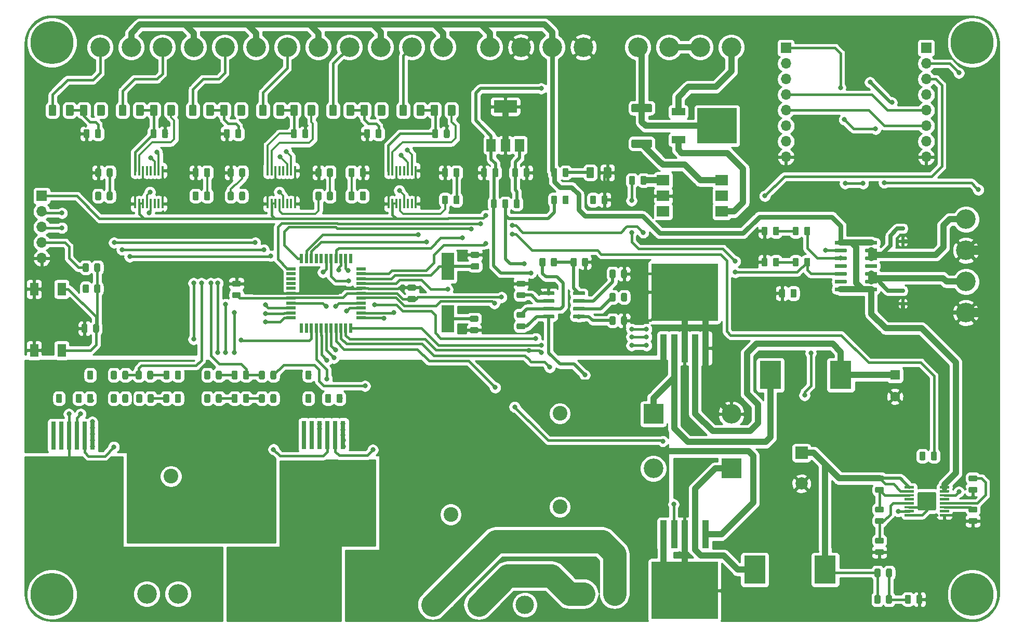
<source format=gbr>
G04 #@! TF.GenerationSoftware,KiCad,Pcbnew,(5.1.5)-3*
G04 #@! TF.CreationDate,2020-07-01T12:57:23+02:00*
G04 #@! TF.ProjectId,GarageDoorControl,47617261-6765-4446-9f6f-72436f6e7472,rev?*
G04 #@! TF.SameCoordinates,Original*
G04 #@! TF.FileFunction,Copper,L1,Top*
G04 #@! TF.FilePolarity,Positive*
%FSLAX46Y46*%
G04 Gerber Fmt 4.6, Leading zero omitted, Abs format (unit mm)*
G04 Created by KiCad (PCBNEW (5.1.5)-3) date 2020-07-01 12:57:23*
%MOMM*%
%LPD*%
G04 APERTURE LIST*
%ADD10R,2.000000X4.500000*%
%ADD11C,0.100000*%
%ADD12R,2.400000X2.400000*%
%ADD13C,2.400000*%
%ADD14R,1.600000X1.600000*%
%ADD15C,1.600000*%
%ADD16O,1.700000X1.700000*%
%ADD17R,1.700000X1.700000*%
%ADD18R,3.200000X3.200000*%
%ADD19O,3.200000X3.200000*%
%ADD20R,2.200000X1.200000*%
%ADD21R,6.400000X5.800000*%
%ADD22C,3.200000*%
%ADD23C,3.200001*%
%ADD24R,3.500000X4.600000*%
%ADD25R,1.400000X2.100000*%
%ADD26R,1.100000X4.600000*%
%ADD27R,10.800000X9.400000*%
%ADD28R,2.000000X1.780000*%
%ADD29R,0.406400X1.600200*%
%ADD30R,0.450000X0.600000*%
%ADD31R,0.800000X4.600000*%
%ADD32C,7.000000*%
%ADD33R,1.500000X0.550000*%
%ADD34R,0.550000X1.500000*%
%ADD35R,3.000000X3.000000*%
%ADD36C,3.000000*%
%ADD37R,2.000000X2.000000*%
%ADD38C,2.000000*%
%ADD39R,3.800000X2.000000*%
%ADD40R,1.500000X2.000000*%
%ADD41C,0.800000*%
%ADD42C,0.381000*%
%ADD43C,1.016000*%
%ADD44C,1.524000*%
%ADD45C,0.635000*%
%ADD46C,0.355600*%
%ADD47C,0.508000*%
%ADD48C,0.762000*%
%ADD49C,3.810000*%
%ADD50C,0.254000*%
G04 APERTURE END LIST*
D10*
X159512000Y-100008000D03*
X159512000Y-91508000D03*
G04 #@! TA.AperFunction,SMDPad,CuDef*
D11*
G36*
X238879506Y-128296205D02*
G01*
X238903774Y-128299805D01*
X238927573Y-128305766D01*
X238950672Y-128314031D01*
X238972851Y-128324521D01*
X238993894Y-128337133D01*
X239013600Y-128351748D01*
X239031778Y-128368224D01*
X239048254Y-128386402D01*
X239062869Y-128406108D01*
X239075481Y-128427151D01*
X239085971Y-128449330D01*
X239094236Y-128472429D01*
X239100197Y-128496228D01*
X239103797Y-128520496D01*
X239105001Y-128545000D01*
X239105001Y-131045002D01*
X239103797Y-131069506D01*
X239100197Y-131093774D01*
X239094236Y-131117573D01*
X239085971Y-131140672D01*
X239075481Y-131162851D01*
X239062869Y-131183894D01*
X239048254Y-131203600D01*
X239031778Y-131221778D01*
X239013600Y-131238254D01*
X238993894Y-131252869D01*
X238972851Y-131265481D01*
X238950672Y-131275971D01*
X238927573Y-131284236D01*
X238903774Y-131290197D01*
X238879506Y-131293797D01*
X238855002Y-131295001D01*
X236355000Y-131295001D01*
X236330496Y-131293797D01*
X236306228Y-131290197D01*
X236282429Y-131284236D01*
X236259330Y-131275971D01*
X236237151Y-131265481D01*
X236216108Y-131252869D01*
X236196402Y-131238254D01*
X236178224Y-131221778D01*
X236161748Y-131203600D01*
X236147133Y-131183894D01*
X236134521Y-131162851D01*
X236124031Y-131140672D01*
X236115766Y-131117573D01*
X236109805Y-131093774D01*
X236106205Y-131069506D01*
X236105001Y-131045002D01*
X236105001Y-128545000D01*
X236106205Y-128520496D01*
X236109805Y-128496228D01*
X236115766Y-128472429D01*
X236124031Y-128449330D01*
X236134521Y-128427151D01*
X236147133Y-128406108D01*
X236161748Y-128386402D01*
X236178224Y-128368224D01*
X236196402Y-128351748D01*
X236216108Y-128337133D01*
X236237151Y-128324521D01*
X236259330Y-128314031D01*
X236282429Y-128305766D01*
X236306228Y-128299805D01*
X236330496Y-128296205D01*
X236355000Y-128295001D01*
X238855002Y-128295001D01*
X238879506Y-128296205D01*
G37*
G04 #@! TD.AperFunction*
G04 #@! TA.AperFunction,SMDPad,CuDef*
G36*
X235414803Y-127320483D02*
G01*
X235424510Y-127321922D01*
X235434029Y-127324307D01*
X235443269Y-127327613D01*
X235452141Y-127331809D01*
X235460558Y-127336854D01*
X235468440Y-127342700D01*
X235475712Y-127349290D01*
X235482302Y-127356562D01*
X235488148Y-127364444D01*
X235493193Y-127372861D01*
X235497389Y-127381733D01*
X235500695Y-127390973D01*
X235503080Y-127400492D01*
X235504519Y-127410199D01*
X235505001Y-127420001D01*
X235505001Y-127620001D01*
X235504519Y-127629803D01*
X235503080Y-127639510D01*
X235500695Y-127649029D01*
X235497389Y-127658269D01*
X235493193Y-127667141D01*
X235488148Y-127675558D01*
X235482302Y-127683440D01*
X235475712Y-127690712D01*
X235468440Y-127697302D01*
X235460558Y-127703148D01*
X235452141Y-127708193D01*
X235443269Y-127712389D01*
X235434029Y-127715695D01*
X235424510Y-127718080D01*
X235414803Y-127719519D01*
X235405001Y-127720001D01*
X234055001Y-127720001D01*
X234045199Y-127719519D01*
X234035492Y-127718080D01*
X234025973Y-127715695D01*
X234016733Y-127712389D01*
X234007861Y-127708193D01*
X233999444Y-127703148D01*
X233991562Y-127697302D01*
X233984290Y-127690712D01*
X233977700Y-127683440D01*
X233971854Y-127675558D01*
X233966809Y-127667141D01*
X233962613Y-127658269D01*
X233959307Y-127649029D01*
X233956922Y-127639510D01*
X233955483Y-127629803D01*
X233955001Y-127620001D01*
X233955001Y-127420001D01*
X233955483Y-127410199D01*
X233956922Y-127400492D01*
X233959307Y-127390973D01*
X233962613Y-127381733D01*
X233966809Y-127372861D01*
X233971854Y-127364444D01*
X233977700Y-127356562D01*
X233984290Y-127349290D01*
X233991562Y-127342700D01*
X233999444Y-127336854D01*
X234007861Y-127331809D01*
X234016733Y-127327613D01*
X234025973Y-127324307D01*
X234035492Y-127321922D01*
X234045199Y-127320483D01*
X234055001Y-127320001D01*
X235405001Y-127320001D01*
X235414803Y-127320483D01*
G37*
G04 #@! TD.AperFunction*
G04 #@! TA.AperFunction,SMDPad,CuDef*
G36*
X235414803Y-127970483D02*
G01*
X235424510Y-127971922D01*
X235434029Y-127974307D01*
X235443269Y-127977613D01*
X235452141Y-127981809D01*
X235460558Y-127986854D01*
X235468440Y-127992700D01*
X235475712Y-127999290D01*
X235482302Y-128006562D01*
X235488148Y-128014444D01*
X235493193Y-128022861D01*
X235497389Y-128031733D01*
X235500695Y-128040973D01*
X235503080Y-128050492D01*
X235504519Y-128060199D01*
X235505001Y-128070001D01*
X235505001Y-128270001D01*
X235504519Y-128279803D01*
X235503080Y-128289510D01*
X235500695Y-128299029D01*
X235497389Y-128308269D01*
X235493193Y-128317141D01*
X235488148Y-128325558D01*
X235482302Y-128333440D01*
X235475712Y-128340712D01*
X235468440Y-128347302D01*
X235460558Y-128353148D01*
X235452141Y-128358193D01*
X235443269Y-128362389D01*
X235434029Y-128365695D01*
X235424510Y-128368080D01*
X235414803Y-128369519D01*
X235405001Y-128370001D01*
X234055001Y-128370001D01*
X234045199Y-128369519D01*
X234035492Y-128368080D01*
X234025973Y-128365695D01*
X234016733Y-128362389D01*
X234007861Y-128358193D01*
X233999444Y-128353148D01*
X233991562Y-128347302D01*
X233984290Y-128340712D01*
X233977700Y-128333440D01*
X233971854Y-128325558D01*
X233966809Y-128317141D01*
X233962613Y-128308269D01*
X233959307Y-128299029D01*
X233956922Y-128289510D01*
X233955483Y-128279803D01*
X233955001Y-128270001D01*
X233955001Y-128070001D01*
X233955483Y-128060199D01*
X233956922Y-128050492D01*
X233959307Y-128040973D01*
X233962613Y-128031733D01*
X233966809Y-128022861D01*
X233971854Y-128014444D01*
X233977700Y-128006562D01*
X233984290Y-127999290D01*
X233991562Y-127992700D01*
X233999444Y-127986854D01*
X234007861Y-127981809D01*
X234016733Y-127977613D01*
X234025973Y-127974307D01*
X234035492Y-127971922D01*
X234045199Y-127970483D01*
X234055001Y-127970001D01*
X235405001Y-127970001D01*
X235414803Y-127970483D01*
G37*
G04 #@! TD.AperFunction*
G04 #@! TA.AperFunction,SMDPad,CuDef*
G36*
X235414803Y-128620483D02*
G01*
X235424510Y-128621922D01*
X235434029Y-128624307D01*
X235443269Y-128627613D01*
X235452141Y-128631809D01*
X235460558Y-128636854D01*
X235468440Y-128642700D01*
X235475712Y-128649290D01*
X235482302Y-128656562D01*
X235488148Y-128664444D01*
X235493193Y-128672861D01*
X235497389Y-128681733D01*
X235500695Y-128690973D01*
X235503080Y-128700492D01*
X235504519Y-128710199D01*
X235505001Y-128720001D01*
X235505001Y-128920001D01*
X235504519Y-128929803D01*
X235503080Y-128939510D01*
X235500695Y-128949029D01*
X235497389Y-128958269D01*
X235493193Y-128967141D01*
X235488148Y-128975558D01*
X235482302Y-128983440D01*
X235475712Y-128990712D01*
X235468440Y-128997302D01*
X235460558Y-129003148D01*
X235452141Y-129008193D01*
X235443269Y-129012389D01*
X235434029Y-129015695D01*
X235424510Y-129018080D01*
X235414803Y-129019519D01*
X235405001Y-129020001D01*
X234055001Y-129020001D01*
X234045199Y-129019519D01*
X234035492Y-129018080D01*
X234025973Y-129015695D01*
X234016733Y-129012389D01*
X234007861Y-129008193D01*
X233999444Y-129003148D01*
X233991562Y-128997302D01*
X233984290Y-128990712D01*
X233977700Y-128983440D01*
X233971854Y-128975558D01*
X233966809Y-128967141D01*
X233962613Y-128958269D01*
X233959307Y-128949029D01*
X233956922Y-128939510D01*
X233955483Y-128929803D01*
X233955001Y-128920001D01*
X233955001Y-128720001D01*
X233955483Y-128710199D01*
X233956922Y-128700492D01*
X233959307Y-128690973D01*
X233962613Y-128681733D01*
X233966809Y-128672861D01*
X233971854Y-128664444D01*
X233977700Y-128656562D01*
X233984290Y-128649290D01*
X233991562Y-128642700D01*
X233999444Y-128636854D01*
X234007861Y-128631809D01*
X234016733Y-128627613D01*
X234025973Y-128624307D01*
X234035492Y-128621922D01*
X234045199Y-128620483D01*
X234055001Y-128620001D01*
X235405001Y-128620001D01*
X235414803Y-128620483D01*
G37*
G04 #@! TD.AperFunction*
G04 #@! TA.AperFunction,SMDPad,CuDef*
G36*
X235414803Y-129270483D02*
G01*
X235424510Y-129271922D01*
X235434029Y-129274307D01*
X235443269Y-129277613D01*
X235452141Y-129281809D01*
X235460558Y-129286854D01*
X235468440Y-129292700D01*
X235475712Y-129299290D01*
X235482302Y-129306562D01*
X235488148Y-129314444D01*
X235493193Y-129322861D01*
X235497389Y-129331733D01*
X235500695Y-129340973D01*
X235503080Y-129350492D01*
X235504519Y-129360199D01*
X235505001Y-129370001D01*
X235505001Y-129570001D01*
X235504519Y-129579803D01*
X235503080Y-129589510D01*
X235500695Y-129599029D01*
X235497389Y-129608269D01*
X235493193Y-129617141D01*
X235488148Y-129625558D01*
X235482302Y-129633440D01*
X235475712Y-129640712D01*
X235468440Y-129647302D01*
X235460558Y-129653148D01*
X235452141Y-129658193D01*
X235443269Y-129662389D01*
X235434029Y-129665695D01*
X235424510Y-129668080D01*
X235414803Y-129669519D01*
X235405001Y-129670001D01*
X234055001Y-129670001D01*
X234045199Y-129669519D01*
X234035492Y-129668080D01*
X234025973Y-129665695D01*
X234016733Y-129662389D01*
X234007861Y-129658193D01*
X233999444Y-129653148D01*
X233991562Y-129647302D01*
X233984290Y-129640712D01*
X233977700Y-129633440D01*
X233971854Y-129625558D01*
X233966809Y-129617141D01*
X233962613Y-129608269D01*
X233959307Y-129599029D01*
X233956922Y-129589510D01*
X233955483Y-129579803D01*
X233955001Y-129570001D01*
X233955001Y-129370001D01*
X233955483Y-129360199D01*
X233956922Y-129350492D01*
X233959307Y-129340973D01*
X233962613Y-129331733D01*
X233966809Y-129322861D01*
X233971854Y-129314444D01*
X233977700Y-129306562D01*
X233984290Y-129299290D01*
X233991562Y-129292700D01*
X233999444Y-129286854D01*
X234007861Y-129281809D01*
X234016733Y-129277613D01*
X234025973Y-129274307D01*
X234035492Y-129271922D01*
X234045199Y-129270483D01*
X234055001Y-129270001D01*
X235405001Y-129270001D01*
X235414803Y-129270483D01*
G37*
G04 #@! TD.AperFunction*
G04 #@! TA.AperFunction,SMDPad,CuDef*
G36*
X235414803Y-129920483D02*
G01*
X235424510Y-129921922D01*
X235434029Y-129924307D01*
X235443269Y-129927613D01*
X235452141Y-129931809D01*
X235460558Y-129936854D01*
X235468440Y-129942700D01*
X235475712Y-129949290D01*
X235482302Y-129956562D01*
X235488148Y-129964444D01*
X235493193Y-129972861D01*
X235497389Y-129981733D01*
X235500695Y-129990973D01*
X235503080Y-130000492D01*
X235504519Y-130010199D01*
X235505001Y-130020001D01*
X235505001Y-130220001D01*
X235504519Y-130229803D01*
X235503080Y-130239510D01*
X235500695Y-130249029D01*
X235497389Y-130258269D01*
X235493193Y-130267141D01*
X235488148Y-130275558D01*
X235482302Y-130283440D01*
X235475712Y-130290712D01*
X235468440Y-130297302D01*
X235460558Y-130303148D01*
X235452141Y-130308193D01*
X235443269Y-130312389D01*
X235434029Y-130315695D01*
X235424510Y-130318080D01*
X235414803Y-130319519D01*
X235405001Y-130320001D01*
X234055001Y-130320001D01*
X234045199Y-130319519D01*
X234035492Y-130318080D01*
X234025973Y-130315695D01*
X234016733Y-130312389D01*
X234007861Y-130308193D01*
X233999444Y-130303148D01*
X233991562Y-130297302D01*
X233984290Y-130290712D01*
X233977700Y-130283440D01*
X233971854Y-130275558D01*
X233966809Y-130267141D01*
X233962613Y-130258269D01*
X233959307Y-130249029D01*
X233956922Y-130239510D01*
X233955483Y-130229803D01*
X233955001Y-130220001D01*
X233955001Y-130020001D01*
X233955483Y-130010199D01*
X233956922Y-130000492D01*
X233959307Y-129990973D01*
X233962613Y-129981733D01*
X233966809Y-129972861D01*
X233971854Y-129964444D01*
X233977700Y-129956562D01*
X233984290Y-129949290D01*
X233991562Y-129942700D01*
X233999444Y-129936854D01*
X234007861Y-129931809D01*
X234016733Y-129927613D01*
X234025973Y-129924307D01*
X234035492Y-129921922D01*
X234045199Y-129920483D01*
X234055001Y-129920001D01*
X235405001Y-129920001D01*
X235414803Y-129920483D01*
G37*
G04 #@! TD.AperFunction*
G04 #@! TA.AperFunction,SMDPad,CuDef*
G36*
X235414803Y-130570483D02*
G01*
X235424510Y-130571922D01*
X235434029Y-130574307D01*
X235443269Y-130577613D01*
X235452141Y-130581809D01*
X235460558Y-130586854D01*
X235468440Y-130592700D01*
X235475712Y-130599290D01*
X235482302Y-130606562D01*
X235488148Y-130614444D01*
X235493193Y-130622861D01*
X235497389Y-130631733D01*
X235500695Y-130640973D01*
X235503080Y-130650492D01*
X235504519Y-130660199D01*
X235505001Y-130670001D01*
X235505001Y-130870001D01*
X235504519Y-130879803D01*
X235503080Y-130889510D01*
X235500695Y-130899029D01*
X235497389Y-130908269D01*
X235493193Y-130917141D01*
X235488148Y-130925558D01*
X235482302Y-130933440D01*
X235475712Y-130940712D01*
X235468440Y-130947302D01*
X235460558Y-130953148D01*
X235452141Y-130958193D01*
X235443269Y-130962389D01*
X235434029Y-130965695D01*
X235424510Y-130968080D01*
X235414803Y-130969519D01*
X235405001Y-130970001D01*
X234055001Y-130970001D01*
X234045199Y-130969519D01*
X234035492Y-130968080D01*
X234025973Y-130965695D01*
X234016733Y-130962389D01*
X234007861Y-130958193D01*
X233999444Y-130953148D01*
X233991562Y-130947302D01*
X233984290Y-130940712D01*
X233977700Y-130933440D01*
X233971854Y-130925558D01*
X233966809Y-130917141D01*
X233962613Y-130908269D01*
X233959307Y-130899029D01*
X233956922Y-130889510D01*
X233955483Y-130879803D01*
X233955001Y-130870001D01*
X233955001Y-130670001D01*
X233955483Y-130660199D01*
X233956922Y-130650492D01*
X233959307Y-130640973D01*
X233962613Y-130631733D01*
X233966809Y-130622861D01*
X233971854Y-130614444D01*
X233977700Y-130606562D01*
X233984290Y-130599290D01*
X233991562Y-130592700D01*
X233999444Y-130586854D01*
X234007861Y-130581809D01*
X234016733Y-130577613D01*
X234025973Y-130574307D01*
X234035492Y-130571922D01*
X234045199Y-130570483D01*
X234055001Y-130570001D01*
X235405001Y-130570001D01*
X235414803Y-130570483D01*
G37*
G04 #@! TD.AperFunction*
G04 #@! TA.AperFunction,SMDPad,CuDef*
G36*
X235414803Y-131220483D02*
G01*
X235424510Y-131221922D01*
X235434029Y-131224307D01*
X235443269Y-131227613D01*
X235452141Y-131231809D01*
X235460558Y-131236854D01*
X235468440Y-131242700D01*
X235475712Y-131249290D01*
X235482302Y-131256562D01*
X235488148Y-131264444D01*
X235493193Y-131272861D01*
X235497389Y-131281733D01*
X235500695Y-131290973D01*
X235503080Y-131300492D01*
X235504519Y-131310199D01*
X235505001Y-131320001D01*
X235505001Y-131520001D01*
X235504519Y-131529803D01*
X235503080Y-131539510D01*
X235500695Y-131549029D01*
X235497389Y-131558269D01*
X235493193Y-131567141D01*
X235488148Y-131575558D01*
X235482302Y-131583440D01*
X235475712Y-131590712D01*
X235468440Y-131597302D01*
X235460558Y-131603148D01*
X235452141Y-131608193D01*
X235443269Y-131612389D01*
X235434029Y-131615695D01*
X235424510Y-131618080D01*
X235414803Y-131619519D01*
X235405001Y-131620001D01*
X234055001Y-131620001D01*
X234045199Y-131619519D01*
X234035492Y-131618080D01*
X234025973Y-131615695D01*
X234016733Y-131612389D01*
X234007861Y-131608193D01*
X233999444Y-131603148D01*
X233991562Y-131597302D01*
X233984290Y-131590712D01*
X233977700Y-131583440D01*
X233971854Y-131575558D01*
X233966809Y-131567141D01*
X233962613Y-131558269D01*
X233959307Y-131549029D01*
X233956922Y-131539510D01*
X233955483Y-131529803D01*
X233955001Y-131520001D01*
X233955001Y-131320001D01*
X233955483Y-131310199D01*
X233956922Y-131300492D01*
X233959307Y-131290973D01*
X233962613Y-131281733D01*
X233966809Y-131272861D01*
X233971854Y-131264444D01*
X233977700Y-131256562D01*
X233984290Y-131249290D01*
X233991562Y-131242700D01*
X233999444Y-131236854D01*
X234007861Y-131231809D01*
X234016733Y-131227613D01*
X234025973Y-131224307D01*
X234035492Y-131221922D01*
X234045199Y-131220483D01*
X234055001Y-131220001D01*
X235405001Y-131220001D01*
X235414803Y-131220483D01*
G37*
G04 #@! TD.AperFunction*
G04 #@! TA.AperFunction,SMDPad,CuDef*
G36*
X235414803Y-131870483D02*
G01*
X235424510Y-131871922D01*
X235434029Y-131874307D01*
X235443269Y-131877613D01*
X235452141Y-131881809D01*
X235460558Y-131886854D01*
X235468440Y-131892700D01*
X235475712Y-131899290D01*
X235482302Y-131906562D01*
X235488148Y-131914444D01*
X235493193Y-131922861D01*
X235497389Y-131931733D01*
X235500695Y-131940973D01*
X235503080Y-131950492D01*
X235504519Y-131960199D01*
X235505001Y-131970001D01*
X235505001Y-132170001D01*
X235504519Y-132179803D01*
X235503080Y-132189510D01*
X235500695Y-132199029D01*
X235497389Y-132208269D01*
X235493193Y-132217141D01*
X235488148Y-132225558D01*
X235482302Y-132233440D01*
X235475712Y-132240712D01*
X235468440Y-132247302D01*
X235460558Y-132253148D01*
X235452141Y-132258193D01*
X235443269Y-132262389D01*
X235434029Y-132265695D01*
X235424510Y-132268080D01*
X235414803Y-132269519D01*
X235405001Y-132270001D01*
X234055001Y-132270001D01*
X234045199Y-132269519D01*
X234035492Y-132268080D01*
X234025973Y-132265695D01*
X234016733Y-132262389D01*
X234007861Y-132258193D01*
X233999444Y-132253148D01*
X233991562Y-132247302D01*
X233984290Y-132240712D01*
X233977700Y-132233440D01*
X233971854Y-132225558D01*
X233966809Y-132217141D01*
X233962613Y-132208269D01*
X233959307Y-132199029D01*
X233956922Y-132189510D01*
X233955483Y-132179803D01*
X233955001Y-132170001D01*
X233955001Y-131970001D01*
X233955483Y-131960199D01*
X233956922Y-131950492D01*
X233959307Y-131940973D01*
X233962613Y-131931733D01*
X233966809Y-131922861D01*
X233971854Y-131914444D01*
X233977700Y-131906562D01*
X233984290Y-131899290D01*
X233991562Y-131892700D01*
X233999444Y-131886854D01*
X234007861Y-131881809D01*
X234016733Y-131877613D01*
X234025973Y-131874307D01*
X234035492Y-131871922D01*
X234045199Y-131870483D01*
X234055001Y-131870001D01*
X235405001Y-131870001D01*
X235414803Y-131870483D01*
G37*
G04 #@! TD.AperFunction*
G04 #@! TA.AperFunction,SMDPad,CuDef*
G36*
X241164803Y-131870483D02*
G01*
X241174510Y-131871922D01*
X241184029Y-131874307D01*
X241193269Y-131877613D01*
X241202141Y-131881809D01*
X241210558Y-131886854D01*
X241218440Y-131892700D01*
X241225712Y-131899290D01*
X241232302Y-131906562D01*
X241238148Y-131914444D01*
X241243193Y-131922861D01*
X241247389Y-131931733D01*
X241250695Y-131940973D01*
X241253080Y-131950492D01*
X241254519Y-131960199D01*
X241255001Y-131970001D01*
X241255001Y-132170001D01*
X241254519Y-132179803D01*
X241253080Y-132189510D01*
X241250695Y-132199029D01*
X241247389Y-132208269D01*
X241243193Y-132217141D01*
X241238148Y-132225558D01*
X241232302Y-132233440D01*
X241225712Y-132240712D01*
X241218440Y-132247302D01*
X241210558Y-132253148D01*
X241202141Y-132258193D01*
X241193269Y-132262389D01*
X241184029Y-132265695D01*
X241174510Y-132268080D01*
X241164803Y-132269519D01*
X241155001Y-132270001D01*
X239805001Y-132270001D01*
X239795199Y-132269519D01*
X239785492Y-132268080D01*
X239775973Y-132265695D01*
X239766733Y-132262389D01*
X239757861Y-132258193D01*
X239749444Y-132253148D01*
X239741562Y-132247302D01*
X239734290Y-132240712D01*
X239727700Y-132233440D01*
X239721854Y-132225558D01*
X239716809Y-132217141D01*
X239712613Y-132208269D01*
X239709307Y-132199029D01*
X239706922Y-132189510D01*
X239705483Y-132179803D01*
X239705001Y-132170001D01*
X239705001Y-131970001D01*
X239705483Y-131960199D01*
X239706922Y-131950492D01*
X239709307Y-131940973D01*
X239712613Y-131931733D01*
X239716809Y-131922861D01*
X239721854Y-131914444D01*
X239727700Y-131906562D01*
X239734290Y-131899290D01*
X239741562Y-131892700D01*
X239749444Y-131886854D01*
X239757861Y-131881809D01*
X239766733Y-131877613D01*
X239775973Y-131874307D01*
X239785492Y-131871922D01*
X239795199Y-131870483D01*
X239805001Y-131870001D01*
X241155001Y-131870001D01*
X241164803Y-131870483D01*
G37*
G04 #@! TD.AperFunction*
G04 #@! TA.AperFunction,SMDPad,CuDef*
G36*
X241164803Y-131220483D02*
G01*
X241174510Y-131221922D01*
X241184029Y-131224307D01*
X241193269Y-131227613D01*
X241202141Y-131231809D01*
X241210558Y-131236854D01*
X241218440Y-131242700D01*
X241225712Y-131249290D01*
X241232302Y-131256562D01*
X241238148Y-131264444D01*
X241243193Y-131272861D01*
X241247389Y-131281733D01*
X241250695Y-131290973D01*
X241253080Y-131300492D01*
X241254519Y-131310199D01*
X241255001Y-131320001D01*
X241255001Y-131520001D01*
X241254519Y-131529803D01*
X241253080Y-131539510D01*
X241250695Y-131549029D01*
X241247389Y-131558269D01*
X241243193Y-131567141D01*
X241238148Y-131575558D01*
X241232302Y-131583440D01*
X241225712Y-131590712D01*
X241218440Y-131597302D01*
X241210558Y-131603148D01*
X241202141Y-131608193D01*
X241193269Y-131612389D01*
X241184029Y-131615695D01*
X241174510Y-131618080D01*
X241164803Y-131619519D01*
X241155001Y-131620001D01*
X239805001Y-131620001D01*
X239795199Y-131619519D01*
X239785492Y-131618080D01*
X239775973Y-131615695D01*
X239766733Y-131612389D01*
X239757861Y-131608193D01*
X239749444Y-131603148D01*
X239741562Y-131597302D01*
X239734290Y-131590712D01*
X239727700Y-131583440D01*
X239721854Y-131575558D01*
X239716809Y-131567141D01*
X239712613Y-131558269D01*
X239709307Y-131549029D01*
X239706922Y-131539510D01*
X239705483Y-131529803D01*
X239705001Y-131520001D01*
X239705001Y-131320001D01*
X239705483Y-131310199D01*
X239706922Y-131300492D01*
X239709307Y-131290973D01*
X239712613Y-131281733D01*
X239716809Y-131272861D01*
X239721854Y-131264444D01*
X239727700Y-131256562D01*
X239734290Y-131249290D01*
X239741562Y-131242700D01*
X239749444Y-131236854D01*
X239757861Y-131231809D01*
X239766733Y-131227613D01*
X239775973Y-131224307D01*
X239785492Y-131221922D01*
X239795199Y-131220483D01*
X239805001Y-131220001D01*
X241155001Y-131220001D01*
X241164803Y-131220483D01*
G37*
G04 #@! TD.AperFunction*
G04 #@! TA.AperFunction,SMDPad,CuDef*
G36*
X241164803Y-130570483D02*
G01*
X241174510Y-130571922D01*
X241184029Y-130574307D01*
X241193269Y-130577613D01*
X241202141Y-130581809D01*
X241210558Y-130586854D01*
X241218440Y-130592700D01*
X241225712Y-130599290D01*
X241232302Y-130606562D01*
X241238148Y-130614444D01*
X241243193Y-130622861D01*
X241247389Y-130631733D01*
X241250695Y-130640973D01*
X241253080Y-130650492D01*
X241254519Y-130660199D01*
X241255001Y-130670001D01*
X241255001Y-130870001D01*
X241254519Y-130879803D01*
X241253080Y-130889510D01*
X241250695Y-130899029D01*
X241247389Y-130908269D01*
X241243193Y-130917141D01*
X241238148Y-130925558D01*
X241232302Y-130933440D01*
X241225712Y-130940712D01*
X241218440Y-130947302D01*
X241210558Y-130953148D01*
X241202141Y-130958193D01*
X241193269Y-130962389D01*
X241184029Y-130965695D01*
X241174510Y-130968080D01*
X241164803Y-130969519D01*
X241155001Y-130970001D01*
X239805001Y-130970001D01*
X239795199Y-130969519D01*
X239785492Y-130968080D01*
X239775973Y-130965695D01*
X239766733Y-130962389D01*
X239757861Y-130958193D01*
X239749444Y-130953148D01*
X239741562Y-130947302D01*
X239734290Y-130940712D01*
X239727700Y-130933440D01*
X239721854Y-130925558D01*
X239716809Y-130917141D01*
X239712613Y-130908269D01*
X239709307Y-130899029D01*
X239706922Y-130889510D01*
X239705483Y-130879803D01*
X239705001Y-130870001D01*
X239705001Y-130670001D01*
X239705483Y-130660199D01*
X239706922Y-130650492D01*
X239709307Y-130640973D01*
X239712613Y-130631733D01*
X239716809Y-130622861D01*
X239721854Y-130614444D01*
X239727700Y-130606562D01*
X239734290Y-130599290D01*
X239741562Y-130592700D01*
X239749444Y-130586854D01*
X239757861Y-130581809D01*
X239766733Y-130577613D01*
X239775973Y-130574307D01*
X239785492Y-130571922D01*
X239795199Y-130570483D01*
X239805001Y-130570001D01*
X241155001Y-130570001D01*
X241164803Y-130570483D01*
G37*
G04 #@! TD.AperFunction*
G04 #@! TA.AperFunction,SMDPad,CuDef*
G36*
X241164803Y-129920483D02*
G01*
X241174510Y-129921922D01*
X241184029Y-129924307D01*
X241193269Y-129927613D01*
X241202141Y-129931809D01*
X241210558Y-129936854D01*
X241218440Y-129942700D01*
X241225712Y-129949290D01*
X241232302Y-129956562D01*
X241238148Y-129964444D01*
X241243193Y-129972861D01*
X241247389Y-129981733D01*
X241250695Y-129990973D01*
X241253080Y-130000492D01*
X241254519Y-130010199D01*
X241255001Y-130020001D01*
X241255001Y-130220001D01*
X241254519Y-130229803D01*
X241253080Y-130239510D01*
X241250695Y-130249029D01*
X241247389Y-130258269D01*
X241243193Y-130267141D01*
X241238148Y-130275558D01*
X241232302Y-130283440D01*
X241225712Y-130290712D01*
X241218440Y-130297302D01*
X241210558Y-130303148D01*
X241202141Y-130308193D01*
X241193269Y-130312389D01*
X241184029Y-130315695D01*
X241174510Y-130318080D01*
X241164803Y-130319519D01*
X241155001Y-130320001D01*
X239805001Y-130320001D01*
X239795199Y-130319519D01*
X239785492Y-130318080D01*
X239775973Y-130315695D01*
X239766733Y-130312389D01*
X239757861Y-130308193D01*
X239749444Y-130303148D01*
X239741562Y-130297302D01*
X239734290Y-130290712D01*
X239727700Y-130283440D01*
X239721854Y-130275558D01*
X239716809Y-130267141D01*
X239712613Y-130258269D01*
X239709307Y-130249029D01*
X239706922Y-130239510D01*
X239705483Y-130229803D01*
X239705001Y-130220001D01*
X239705001Y-130020001D01*
X239705483Y-130010199D01*
X239706922Y-130000492D01*
X239709307Y-129990973D01*
X239712613Y-129981733D01*
X239716809Y-129972861D01*
X239721854Y-129964444D01*
X239727700Y-129956562D01*
X239734290Y-129949290D01*
X239741562Y-129942700D01*
X239749444Y-129936854D01*
X239757861Y-129931809D01*
X239766733Y-129927613D01*
X239775973Y-129924307D01*
X239785492Y-129921922D01*
X239795199Y-129920483D01*
X239805001Y-129920001D01*
X241155001Y-129920001D01*
X241164803Y-129920483D01*
G37*
G04 #@! TD.AperFunction*
G04 #@! TA.AperFunction,SMDPad,CuDef*
G36*
X241164803Y-129270483D02*
G01*
X241174510Y-129271922D01*
X241184029Y-129274307D01*
X241193269Y-129277613D01*
X241202141Y-129281809D01*
X241210558Y-129286854D01*
X241218440Y-129292700D01*
X241225712Y-129299290D01*
X241232302Y-129306562D01*
X241238148Y-129314444D01*
X241243193Y-129322861D01*
X241247389Y-129331733D01*
X241250695Y-129340973D01*
X241253080Y-129350492D01*
X241254519Y-129360199D01*
X241255001Y-129370001D01*
X241255001Y-129570001D01*
X241254519Y-129579803D01*
X241253080Y-129589510D01*
X241250695Y-129599029D01*
X241247389Y-129608269D01*
X241243193Y-129617141D01*
X241238148Y-129625558D01*
X241232302Y-129633440D01*
X241225712Y-129640712D01*
X241218440Y-129647302D01*
X241210558Y-129653148D01*
X241202141Y-129658193D01*
X241193269Y-129662389D01*
X241184029Y-129665695D01*
X241174510Y-129668080D01*
X241164803Y-129669519D01*
X241155001Y-129670001D01*
X239805001Y-129670001D01*
X239795199Y-129669519D01*
X239785492Y-129668080D01*
X239775973Y-129665695D01*
X239766733Y-129662389D01*
X239757861Y-129658193D01*
X239749444Y-129653148D01*
X239741562Y-129647302D01*
X239734290Y-129640712D01*
X239727700Y-129633440D01*
X239721854Y-129625558D01*
X239716809Y-129617141D01*
X239712613Y-129608269D01*
X239709307Y-129599029D01*
X239706922Y-129589510D01*
X239705483Y-129579803D01*
X239705001Y-129570001D01*
X239705001Y-129370001D01*
X239705483Y-129360199D01*
X239706922Y-129350492D01*
X239709307Y-129340973D01*
X239712613Y-129331733D01*
X239716809Y-129322861D01*
X239721854Y-129314444D01*
X239727700Y-129306562D01*
X239734290Y-129299290D01*
X239741562Y-129292700D01*
X239749444Y-129286854D01*
X239757861Y-129281809D01*
X239766733Y-129277613D01*
X239775973Y-129274307D01*
X239785492Y-129271922D01*
X239795199Y-129270483D01*
X239805001Y-129270001D01*
X241155001Y-129270001D01*
X241164803Y-129270483D01*
G37*
G04 #@! TD.AperFunction*
G04 #@! TA.AperFunction,SMDPad,CuDef*
G36*
X241164803Y-128620483D02*
G01*
X241174510Y-128621922D01*
X241184029Y-128624307D01*
X241193269Y-128627613D01*
X241202141Y-128631809D01*
X241210558Y-128636854D01*
X241218440Y-128642700D01*
X241225712Y-128649290D01*
X241232302Y-128656562D01*
X241238148Y-128664444D01*
X241243193Y-128672861D01*
X241247389Y-128681733D01*
X241250695Y-128690973D01*
X241253080Y-128700492D01*
X241254519Y-128710199D01*
X241255001Y-128720001D01*
X241255001Y-128920001D01*
X241254519Y-128929803D01*
X241253080Y-128939510D01*
X241250695Y-128949029D01*
X241247389Y-128958269D01*
X241243193Y-128967141D01*
X241238148Y-128975558D01*
X241232302Y-128983440D01*
X241225712Y-128990712D01*
X241218440Y-128997302D01*
X241210558Y-129003148D01*
X241202141Y-129008193D01*
X241193269Y-129012389D01*
X241184029Y-129015695D01*
X241174510Y-129018080D01*
X241164803Y-129019519D01*
X241155001Y-129020001D01*
X239805001Y-129020001D01*
X239795199Y-129019519D01*
X239785492Y-129018080D01*
X239775973Y-129015695D01*
X239766733Y-129012389D01*
X239757861Y-129008193D01*
X239749444Y-129003148D01*
X239741562Y-128997302D01*
X239734290Y-128990712D01*
X239727700Y-128983440D01*
X239721854Y-128975558D01*
X239716809Y-128967141D01*
X239712613Y-128958269D01*
X239709307Y-128949029D01*
X239706922Y-128939510D01*
X239705483Y-128929803D01*
X239705001Y-128920001D01*
X239705001Y-128720001D01*
X239705483Y-128710199D01*
X239706922Y-128700492D01*
X239709307Y-128690973D01*
X239712613Y-128681733D01*
X239716809Y-128672861D01*
X239721854Y-128664444D01*
X239727700Y-128656562D01*
X239734290Y-128649290D01*
X239741562Y-128642700D01*
X239749444Y-128636854D01*
X239757861Y-128631809D01*
X239766733Y-128627613D01*
X239775973Y-128624307D01*
X239785492Y-128621922D01*
X239795199Y-128620483D01*
X239805001Y-128620001D01*
X241155001Y-128620001D01*
X241164803Y-128620483D01*
G37*
G04 #@! TD.AperFunction*
G04 #@! TA.AperFunction,SMDPad,CuDef*
G36*
X241164803Y-127970483D02*
G01*
X241174510Y-127971922D01*
X241184029Y-127974307D01*
X241193269Y-127977613D01*
X241202141Y-127981809D01*
X241210558Y-127986854D01*
X241218440Y-127992700D01*
X241225712Y-127999290D01*
X241232302Y-128006562D01*
X241238148Y-128014444D01*
X241243193Y-128022861D01*
X241247389Y-128031733D01*
X241250695Y-128040973D01*
X241253080Y-128050492D01*
X241254519Y-128060199D01*
X241255001Y-128070001D01*
X241255001Y-128270001D01*
X241254519Y-128279803D01*
X241253080Y-128289510D01*
X241250695Y-128299029D01*
X241247389Y-128308269D01*
X241243193Y-128317141D01*
X241238148Y-128325558D01*
X241232302Y-128333440D01*
X241225712Y-128340712D01*
X241218440Y-128347302D01*
X241210558Y-128353148D01*
X241202141Y-128358193D01*
X241193269Y-128362389D01*
X241184029Y-128365695D01*
X241174510Y-128368080D01*
X241164803Y-128369519D01*
X241155001Y-128370001D01*
X239805001Y-128370001D01*
X239795199Y-128369519D01*
X239785492Y-128368080D01*
X239775973Y-128365695D01*
X239766733Y-128362389D01*
X239757861Y-128358193D01*
X239749444Y-128353148D01*
X239741562Y-128347302D01*
X239734290Y-128340712D01*
X239727700Y-128333440D01*
X239721854Y-128325558D01*
X239716809Y-128317141D01*
X239712613Y-128308269D01*
X239709307Y-128299029D01*
X239706922Y-128289510D01*
X239705483Y-128279803D01*
X239705001Y-128270001D01*
X239705001Y-128070001D01*
X239705483Y-128060199D01*
X239706922Y-128050492D01*
X239709307Y-128040973D01*
X239712613Y-128031733D01*
X239716809Y-128022861D01*
X239721854Y-128014444D01*
X239727700Y-128006562D01*
X239734290Y-127999290D01*
X239741562Y-127992700D01*
X239749444Y-127986854D01*
X239757861Y-127981809D01*
X239766733Y-127977613D01*
X239775973Y-127974307D01*
X239785492Y-127971922D01*
X239795199Y-127970483D01*
X239805001Y-127970001D01*
X241155001Y-127970001D01*
X241164803Y-127970483D01*
G37*
G04 #@! TD.AperFunction*
G04 #@! TA.AperFunction,SMDPad,CuDef*
G36*
X241164803Y-127320483D02*
G01*
X241174510Y-127321922D01*
X241184029Y-127324307D01*
X241193269Y-127327613D01*
X241202141Y-127331809D01*
X241210558Y-127336854D01*
X241218440Y-127342700D01*
X241225712Y-127349290D01*
X241232302Y-127356562D01*
X241238148Y-127364444D01*
X241243193Y-127372861D01*
X241247389Y-127381733D01*
X241250695Y-127390973D01*
X241253080Y-127400492D01*
X241254519Y-127410199D01*
X241255001Y-127420001D01*
X241255001Y-127620001D01*
X241254519Y-127629803D01*
X241253080Y-127639510D01*
X241250695Y-127649029D01*
X241247389Y-127658269D01*
X241243193Y-127667141D01*
X241238148Y-127675558D01*
X241232302Y-127683440D01*
X241225712Y-127690712D01*
X241218440Y-127697302D01*
X241210558Y-127703148D01*
X241202141Y-127708193D01*
X241193269Y-127712389D01*
X241184029Y-127715695D01*
X241174510Y-127718080D01*
X241164803Y-127719519D01*
X241155001Y-127720001D01*
X239805001Y-127720001D01*
X239795199Y-127719519D01*
X239785492Y-127718080D01*
X239775973Y-127715695D01*
X239766733Y-127712389D01*
X239757861Y-127708193D01*
X239749444Y-127703148D01*
X239741562Y-127697302D01*
X239734290Y-127690712D01*
X239727700Y-127683440D01*
X239721854Y-127675558D01*
X239716809Y-127667141D01*
X239712613Y-127658269D01*
X239709307Y-127649029D01*
X239706922Y-127639510D01*
X239705483Y-127629803D01*
X239705001Y-127620001D01*
X239705001Y-127420001D01*
X239705483Y-127410199D01*
X239706922Y-127400492D01*
X239709307Y-127390973D01*
X239712613Y-127381733D01*
X239716809Y-127372861D01*
X239721854Y-127364444D01*
X239727700Y-127356562D01*
X239734290Y-127349290D01*
X239741562Y-127342700D01*
X239749444Y-127336854D01*
X239757861Y-127331809D01*
X239766733Y-127327613D01*
X239775973Y-127324307D01*
X239785492Y-127321922D01*
X239795199Y-127320483D01*
X239805001Y-127320001D01*
X241155001Y-127320001D01*
X241164803Y-127320483D01*
G37*
G04 #@! TD.AperFunction*
G04 #@! TA.AperFunction,SMDPad,CuDef*
G36*
X102472642Y-100901174D02*
G01*
X102496303Y-100904684D01*
X102519507Y-100910496D01*
X102542029Y-100918554D01*
X102563653Y-100928782D01*
X102584170Y-100941079D01*
X102603383Y-100955329D01*
X102621107Y-100971393D01*
X102637171Y-100989117D01*
X102651421Y-101008330D01*
X102663718Y-101028847D01*
X102673946Y-101050471D01*
X102682004Y-101072993D01*
X102687816Y-101096197D01*
X102691326Y-101119858D01*
X102692500Y-101143750D01*
X102692500Y-102056250D01*
X102691326Y-102080142D01*
X102687816Y-102103803D01*
X102682004Y-102127007D01*
X102673946Y-102149529D01*
X102663718Y-102171153D01*
X102651421Y-102191670D01*
X102637171Y-102210883D01*
X102621107Y-102228607D01*
X102603383Y-102244671D01*
X102584170Y-102258921D01*
X102563653Y-102271218D01*
X102542029Y-102281446D01*
X102519507Y-102289504D01*
X102496303Y-102295316D01*
X102472642Y-102298826D01*
X102448750Y-102300000D01*
X101961250Y-102300000D01*
X101937358Y-102298826D01*
X101913697Y-102295316D01*
X101890493Y-102289504D01*
X101867971Y-102281446D01*
X101846347Y-102271218D01*
X101825830Y-102258921D01*
X101806617Y-102244671D01*
X101788893Y-102228607D01*
X101772829Y-102210883D01*
X101758579Y-102191670D01*
X101746282Y-102171153D01*
X101736054Y-102149529D01*
X101727996Y-102127007D01*
X101722184Y-102103803D01*
X101718674Y-102080142D01*
X101717500Y-102056250D01*
X101717500Y-101143750D01*
X101718674Y-101119858D01*
X101722184Y-101096197D01*
X101727996Y-101072993D01*
X101736054Y-101050471D01*
X101746282Y-101028847D01*
X101758579Y-101008330D01*
X101772829Y-100989117D01*
X101788893Y-100971393D01*
X101806617Y-100955329D01*
X101825830Y-100941079D01*
X101846347Y-100928782D01*
X101867971Y-100918554D01*
X101890493Y-100910496D01*
X101913697Y-100904684D01*
X101937358Y-100901174D01*
X101961250Y-100900000D01*
X102448750Y-100900000D01*
X102472642Y-100901174D01*
G37*
G04 #@! TD.AperFunction*
G04 #@! TA.AperFunction,SMDPad,CuDef*
G36*
X100597642Y-100901174D02*
G01*
X100621303Y-100904684D01*
X100644507Y-100910496D01*
X100667029Y-100918554D01*
X100688653Y-100928782D01*
X100709170Y-100941079D01*
X100728383Y-100955329D01*
X100746107Y-100971393D01*
X100762171Y-100989117D01*
X100776421Y-101008330D01*
X100788718Y-101028847D01*
X100798946Y-101050471D01*
X100807004Y-101072993D01*
X100812816Y-101096197D01*
X100816326Y-101119858D01*
X100817500Y-101143750D01*
X100817500Y-102056250D01*
X100816326Y-102080142D01*
X100812816Y-102103803D01*
X100807004Y-102127007D01*
X100798946Y-102149529D01*
X100788718Y-102171153D01*
X100776421Y-102191670D01*
X100762171Y-102210883D01*
X100746107Y-102228607D01*
X100728383Y-102244671D01*
X100709170Y-102258921D01*
X100688653Y-102271218D01*
X100667029Y-102281446D01*
X100644507Y-102289504D01*
X100621303Y-102295316D01*
X100597642Y-102298826D01*
X100573750Y-102300000D01*
X100086250Y-102300000D01*
X100062358Y-102298826D01*
X100038697Y-102295316D01*
X100015493Y-102289504D01*
X99992971Y-102281446D01*
X99971347Y-102271218D01*
X99950830Y-102258921D01*
X99931617Y-102244671D01*
X99913893Y-102228607D01*
X99897829Y-102210883D01*
X99883579Y-102191670D01*
X99871282Y-102171153D01*
X99861054Y-102149529D01*
X99852996Y-102127007D01*
X99847184Y-102103803D01*
X99843674Y-102080142D01*
X99842500Y-102056250D01*
X99842500Y-101143750D01*
X99843674Y-101119858D01*
X99847184Y-101096197D01*
X99852996Y-101072993D01*
X99861054Y-101050471D01*
X99871282Y-101028847D01*
X99883579Y-101008330D01*
X99897829Y-100989117D01*
X99913893Y-100971393D01*
X99931617Y-100955329D01*
X99950830Y-100941079D01*
X99971347Y-100928782D01*
X99992971Y-100918554D01*
X100015493Y-100910496D01*
X100038697Y-100904684D01*
X100062358Y-100901174D01*
X100086250Y-100900000D01*
X100573750Y-100900000D01*
X100597642Y-100901174D01*
G37*
G04 #@! TD.AperFunction*
G04 #@! TA.AperFunction,SMDPad,CuDef*
G36*
X164310142Y-99541174D02*
G01*
X164333803Y-99544684D01*
X164357007Y-99550496D01*
X164379529Y-99558554D01*
X164401153Y-99568782D01*
X164421670Y-99581079D01*
X164440883Y-99595329D01*
X164458607Y-99611393D01*
X164474671Y-99629117D01*
X164488921Y-99648330D01*
X164501218Y-99668847D01*
X164511446Y-99690471D01*
X164519504Y-99712993D01*
X164525316Y-99736197D01*
X164528826Y-99759858D01*
X164530000Y-99783750D01*
X164530000Y-100271250D01*
X164528826Y-100295142D01*
X164525316Y-100318803D01*
X164519504Y-100342007D01*
X164511446Y-100364529D01*
X164501218Y-100386153D01*
X164488921Y-100406670D01*
X164474671Y-100425883D01*
X164458607Y-100443607D01*
X164440883Y-100459671D01*
X164421670Y-100473921D01*
X164401153Y-100486218D01*
X164379529Y-100496446D01*
X164357007Y-100504504D01*
X164333803Y-100510316D01*
X164310142Y-100513826D01*
X164286250Y-100515000D01*
X163373750Y-100515000D01*
X163349858Y-100513826D01*
X163326197Y-100510316D01*
X163302993Y-100504504D01*
X163280471Y-100496446D01*
X163258847Y-100486218D01*
X163238330Y-100473921D01*
X163219117Y-100459671D01*
X163201393Y-100443607D01*
X163185329Y-100425883D01*
X163171079Y-100406670D01*
X163158782Y-100386153D01*
X163148554Y-100364529D01*
X163140496Y-100342007D01*
X163134684Y-100318803D01*
X163131174Y-100295142D01*
X163130000Y-100271250D01*
X163130000Y-99783750D01*
X163131174Y-99759858D01*
X163134684Y-99736197D01*
X163140496Y-99712993D01*
X163148554Y-99690471D01*
X163158782Y-99668847D01*
X163171079Y-99648330D01*
X163185329Y-99629117D01*
X163201393Y-99611393D01*
X163219117Y-99595329D01*
X163238330Y-99581079D01*
X163258847Y-99568782D01*
X163280471Y-99558554D01*
X163302993Y-99550496D01*
X163326197Y-99544684D01*
X163349858Y-99541174D01*
X163373750Y-99540000D01*
X164286250Y-99540000D01*
X164310142Y-99541174D01*
G37*
G04 #@! TD.AperFunction*
G04 #@! TA.AperFunction,SMDPad,CuDef*
G36*
X164310142Y-101416174D02*
G01*
X164333803Y-101419684D01*
X164357007Y-101425496D01*
X164379529Y-101433554D01*
X164401153Y-101443782D01*
X164421670Y-101456079D01*
X164440883Y-101470329D01*
X164458607Y-101486393D01*
X164474671Y-101504117D01*
X164488921Y-101523330D01*
X164501218Y-101543847D01*
X164511446Y-101565471D01*
X164519504Y-101587993D01*
X164525316Y-101611197D01*
X164528826Y-101634858D01*
X164530000Y-101658750D01*
X164530000Y-102146250D01*
X164528826Y-102170142D01*
X164525316Y-102193803D01*
X164519504Y-102217007D01*
X164511446Y-102239529D01*
X164501218Y-102261153D01*
X164488921Y-102281670D01*
X164474671Y-102300883D01*
X164458607Y-102318607D01*
X164440883Y-102334671D01*
X164421670Y-102348921D01*
X164401153Y-102361218D01*
X164379529Y-102371446D01*
X164357007Y-102379504D01*
X164333803Y-102385316D01*
X164310142Y-102388826D01*
X164286250Y-102390000D01*
X163373750Y-102390000D01*
X163349858Y-102388826D01*
X163326197Y-102385316D01*
X163302993Y-102379504D01*
X163280471Y-102371446D01*
X163258847Y-102361218D01*
X163238330Y-102348921D01*
X163219117Y-102334671D01*
X163201393Y-102318607D01*
X163185329Y-102300883D01*
X163171079Y-102281670D01*
X163158782Y-102261153D01*
X163148554Y-102239529D01*
X163140496Y-102217007D01*
X163134684Y-102193803D01*
X163131174Y-102170142D01*
X163130000Y-102146250D01*
X163130000Y-101658750D01*
X163131174Y-101634858D01*
X163134684Y-101611197D01*
X163140496Y-101587993D01*
X163148554Y-101565471D01*
X163158782Y-101543847D01*
X163171079Y-101523330D01*
X163185329Y-101504117D01*
X163201393Y-101486393D01*
X163219117Y-101470329D01*
X163238330Y-101456079D01*
X163258847Y-101443782D01*
X163280471Y-101433554D01*
X163302993Y-101425496D01*
X163326197Y-101419684D01*
X163349858Y-101416174D01*
X163373750Y-101415000D01*
X164286250Y-101415000D01*
X164310142Y-101416174D01*
G37*
G04 #@! TD.AperFunction*
D12*
X160020000Y-124460000D03*
D13*
X160020000Y-131960000D03*
G04 #@! TA.AperFunction,SMDPad,CuDef*
D11*
G36*
X164437142Y-89127174D02*
G01*
X164460803Y-89130684D01*
X164484007Y-89136496D01*
X164506529Y-89144554D01*
X164528153Y-89154782D01*
X164548670Y-89167079D01*
X164567883Y-89181329D01*
X164585607Y-89197393D01*
X164601671Y-89215117D01*
X164615921Y-89234330D01*
X164628218Y-89254847D01*
X164638446Y-89276471D01*
X164646504Y-89298993D01*
X164652316Y-89322197D01*
X164655826Y-89345858D01*
X164657000Y-89369750D01*
X164657000Y-89857250D01*
X164655826Y-89881142D01*
X164652316Y-89904803D01*
X164646504Y-89928007D01*
X164638446Y-89950529D01*
X164628218Y-89972153D01*
X164615921Y-89992670D01*
X164601671Y-90011883D01*
X164585607Y-90029607D01*
X164567883Y-90045671D01*
X164548670Y-90059921D01*
X164528153Y-90072218D01*
X164506529Y-90082446D01*
X164484007Y-90090504D01*
X164460803Y-90096316D01*
X164437142Y-90099826D01*
X164413250Y-90101000D01*
X163500750Y-90101000D01*
X163476858Y-90099826D01*
X163453197Y-90096316D01*
X163429993Y-90090504D01*
X163407471Y-90082446D01*
X163385847Y-90072218D01*
X163365330Y-90059921D01*
X163346117Y-90045671D01*
X163328393Y-90029607D01*
X163312329Y-90011883D01*
X163298079Y-89992670D01*
X163285782Y-89972153D01*
X163275554Y-89950529D01*
X163267496Y-89928007D01*
X163261684Y-89904803D01*
X163258174Y-89881142D01*
X163257000Y-89857250D01*
X163257000Y-89369750D01*
X163258174Y-89345858D01*
X163261684Y-89322197D01*
X163267496Y-89298993D01*
X163275554Y-89276471D01*
X163285782Y-89254847D01*
X163298079Y-89234330D01*
X163312329Y-89215117D01*
X163328393Y-89197393D01*
X163346117Y-89181329D01*
X163365330Y-89167079D01*
X163385847Y-89154782D01*
X163407471Y-89144554D01*
X163429993Y-89136496D01*
X163453197Y-89130684D01*
X163476858Y-89127174D01*
X163500750Y-89126000D01*
X164413250Y-89126000D01*
X164437142Y-89127174D01*
G37*
G04 #@! TD.AperFunction*
G04 #@! TA.AperFunction,SMDPad,CuDef*
G36*
X164437142Y-91002174D02*
G01*
X164460803Y-91005684D01*
X164484007Y-91011496D01*
X164506529Y-91019554D01*
X164528153Y-91029782D01*
X164548670Y-91042079D01*
X164567883Y-91056329D01*
X164585607Y-91072393D01*
X164601671Y-91090117D01*
X164615921Y-91109330D01*
X164628218Y-91129847D01*
X164638446Y-91151471D01*
X164646504Y-91173993D01*
X164652316Y-91197197D01*
X164655826Y-91220858D01*
X164657000Y-91244750D01*
X164657000Y-91732250D01*
X164655826Y-91756142D01*
X164652316Y-91779803D01*
X164646504Y-91803007D01*
X164638446Y-91825529D01*
X164628218Y-91847153D01*
X164615921Y-91867670D01*
X164601671Y-91886883D01*
X164585607Y-91904607D01*
X164567883Y-91920671D01*
X164548670Y-91934921D01*
X164528153Y-91947218D01*
X164506529Y-91957446D01*
X164484007Y-91965504D01*
X164460803Y-91971316D01*
X164437142Y-91974826D01*
X164413250Y-91976000D01*
X163500750Y-91976000D01*
X163476858Y-91974826D01*
X163453197Y-91971316D01*
X163429993Y-91965504D01*
X163407471Y-91957446D01*
X163385847Y-91947218D01*
X163365330Y-91934921D01*
X163346117Y-91920671D01*
X163328393Y-91904607D01*
X163312329Y-91886883D01*
X163298079Y-91867670D01*
X163285782Y-91847153D01*
X163275554Y-91825529D01*
X163267496Y-91803007D01*
X163261684Y-91779803D01*
X163258174Y-91756142D01*
X163257000Y-91732250D01*
X163257000Y-91244750D01*
X163258174Y-91220858D01*
X163261684Y-91197197D01*
X163267496Y-91173993D01*
X163275554Y-91151471D01*
X163285782Y-91129847D01*
X163298079Y-91109330D01*
X163312329Y-91090117D01*
X163328393Y-91072393D01*
X163346117Y-91056329D01*
X163365330Y-91042079D01*
X163385847Y-91029782D01*
X163407471Y-91019554D01*
X163429993Y-91011496D01*
X163453197Y-91005684D01*
X163476858Y-91002174D01*
X163500750Y-91001000D01*
X164413250Y-91001000D01*
X164437142Y-91002174D01*
G37*
G04 #@! TD.AperFunction*
G04 #@! TA.AperFunction,SMDPad,CuDef*
G36*
X154150142Y-96336174D02*
G01*
X154173803Y-96339684D01*
X154197007Y-96345496D01*
X154219529Y-96353554D01*
X154241153Y-96363782D01*
X154261670Y-96376079D01*
X154280883Y-96390329D01*
X154298607Y-96406393D01*
X154314671Y-96424117D01*
X154328921Y-96443330D01*
X154341218Y-96463847D01*
X154351446Y-96485471D01*
X154359504Y-96507993D01*
X154365316Y-96531197D01*
X154368826Y-96554858D01*
X154370000Y-96578750D01*
X154370000Y-97066250D01*
X154368826Y-97090142D01*
X154365316Y-97113803D01*
X154359504Y-97137007D01*
X154351446Y-97159529D01*
X154341218Y-97181153D01*
X154328921Y-97201670D01*
X154314671Y-97220883D01*
X154298607Y-97238607D01*
X154280883Y-97254671D01*
X154261670Y-97268921D01*
X154241153Y-97281218D01*
X154219529Y-97291446D01*
X154197007Y-97299504D01*
X154173803Y-97305316D01*
X154150142Y-97308826D01*
X154126250Y-97310000D01*
X153213750Y-97310000D01*
X153189858Y-97308826D01*
X153166197Y-97305316D01*
X153142993Y-97299504D01*
X153120471Y-97291446D01*
X153098847Y-97281218D01*
X153078330Y-97268921D01*
X153059117Y-97254671D01*
X153041393Y-97238607D01*
X153025329Y-97220883D01*
X153011079Y-97201670D01*
X152998782Y-97181153D01*
X152988554Y-97159529D01*
X152980496Y-97137007D01*
X152974684Y-97113803D01*
X152971174Y-97090142D01*
X152970000Y-97066250D01*
X152970000Y-96578750D01*
X152971174Y-96554858D01*
X152974684Y-96531197D01*
X152980496Y-96507993D01*
X152988554Y-96485471D01*
X152998782Y-96463847D01*
X153011079Y-96443330D01*
X153025329Y-96424117D01*
X153041393Y-96406393D01*
X153059117Y-96390329D01*
X153078330Y-96376079D01*
X153098847Y-96363782D01*
X153120471Y-96353554D01*
X153142993Y-96345496D01*
X153166197Y-96339684D01*
X153189858Y-96336174D01*
X153213750Y-96335000D01*
X154126250Y-96335000D01*
X154150142Y-96336174D01*
G37*
G04 #@! TD.AperFunction*
G04 #@! TA.AperFunction,SMDPad,CuDef*
G36*
X154150142Y-94461174D02*
G01*
X154173803Y-94464684D01*
X154197007Y-94470496D01*
X154219529Y-94478554D01*
X154241153Y-94488782D01*
X154261670Y-94501079D01*
X154280883Y-94515329D01*
X154298607Y-94531393D01*
X154314671Y-94549117D01*
X154328921Y-94568330D01*
X154341218Y-94588847D01*
X154351446Y-94610471D01*
X154359504Y-94632993D01*
X154365316Y-94656197D01*
X154368826Y-94679858D01*
X154370000Y-94703750D01*
X154370000Y-95191250D01*
X154368826Y-95215142D01*
X154365316Y-95238803D01*
X154359504Y-95262007D01*
X154351446Y-95284529D01*
X154341218Y-95306153D01*
X154328921Y-95326670D01*
X154314671Y-95345883D01*
X154298607Y-95363607D01*
X154280883Y-95379671D01*
X154261670Y-95393921D01*
X154241153Y-95406218D01*
X154219529Y-95416446D01*
X154197007Y-95424504D01*
X154173803Y-95430316D01*
X154150142Y-95433826D01*
X154126250Y-95435000D01*
X153213750Y-95435000D01*
X153189858Y-95433826D01*
X153166197Y-95430316D01*
X153142993Y-95424504D01*
X153120471Y-95416446D01*
X153098847Y-95406218D01*
X153078330Y-95393921D01*
X153059117Y-95379671D01*
X153041393Y-95363607D01*
X153025329Y-95345883D01*
X153011079Y-95326670D01*
X152998782Y-95306153D01*
X152988554Y-95284529D01*
X152980496Y-95262007D01*
X152974684Y-95238803D01*
X152971174Y-95215142D01*
X152970000Y-95191250D01*
X152970000Y-94703750D01*
X152971174Y-94679858D01*
X152974684Y-94656197D01*
X152980496Y-94632993D01*
X152988554Y-94610471D01*
X152998782Y-94588847D01*
X153011079Y-94568330D01*
X153025329Y-94549117D01*
X153041393Y-94531393D01*
X153059117Y-94515329D01*
X153078330Y-94501079D01*
X153098847Y-94488782D01*
X153120471Y-94478554D01*
X153142993Y-94470496D01*
X153166197Y-94464684D01*
X153189858Y-94461174D01*
X153213750Y-94460000D01*
X154126250Y-94460000D01*
X154150142Y-94461174D01*
G37*
G04 #@! TD.AperFunction*
D14*
X232410000Y-109220000D03*
D15*
X232410000Y-112720000D03*
G04 #@! TA.AperFunction,SMDPad,CuDef*
D11*
G36*
X159622642Y-69151174D02*
G01*
X159646303Y-69154684D01*
X159669507Y-69160496D01*
X159692029Y-69168554D01*
X159713653Y-69178782D01*
X159734170Y-69191079D01*
X159753383Y-69205329D01*
X159771107Y-69221393D01*
X159787171Y-69239117D01*
X159801421Y-69258330D01*
X159813718Y-69278847D01*
X159823946Y-69300471D01*
X159832004Y-69322993D01*
X159837816Y-69346197D01*
X159841326Y-69369858D01*
X159842500Y-69393750D01*
X159842500Y-70306250D01*
X159841326Y-70330142D01*
X159837816Y-70353803D01*
X159832004Y-70377007D01*
X159823946Y-70399529D01*
X159813718Y-70421153D01*
X159801421Y-70441670D01*
X159787171Y-70460883D01*
X159771107Y-70478607D01*
X159753383Y-70494671D01*
X159734170Y-70508921D01*
X159713653Y-70521218D01*
X159692029Y-70531446D01*
X159669507Y-70539504D01*
X159646303Y-70545316D01*
X159622642Y-70548826D01*
X159598750Y-70550000D01*
X159111250Y-70550000D01*
X159087358Y-70548826D01*
X159063697Y-70545316D01*
X159040493Y-70539504D01*
X159017971Y-70531446D01*
X158996347Y-70521218D01*
X158975830Y-70508921D01*
X158956617Y-70494671D01*
X158938893Y-70478607D01*
X158922829Y-70460883D01*
X158908579Y-70441670D01*
X158896282Y-70421153D01*
X158886054Y-70399529D01*
X158877996Y-70377007D01*
X158872184Y-70353803D01*
X158868674Y-70330142D01*
X158867500Y-70306250D01*
X158867500Y-69393750D01*
X158868674Y-69369858D01*
X158872184Y-69346197D01*
X158877996Y-69322993D01*
X158886054Y-69300471D01*
X158896282Y-69278847D01*
X158908579Y-69258330D01*
X158922829Y-69239117D01*
X158938893Y-69221393D01*
X158956617Y-69205329D01*
X158975830Y-69191079D01*
X158996347Y-69178782D01*
X159017971Y-69168554D01*
X159040493Y-69160496D01*
X159063697Y-69154684D01*
X159087358Y-69151174D01*
X159111250Y-69150000D01*
X159598750Y-69150000D01*
X159622642Y-69151174D01*
G37*
G04 #@! TD.AperFunction*
G04 #@! TA.AperFunction,SMDPad,CuDef*
G36*
X157747642Y-69151174D02*
G01*
X157771303Y-69154684D01*
X157794507Y-69160496D01*
X157817029Y-69168554D01*
X157838653Y-69178782D01*
X157859170Y-69191079D01*
X157878383Y-69205329D01*
X157896107Y-69221393D01*
X157912171Y-69239117D01*
X157926421Y-69258330D01*
X157938718Y-69278847D01*
X157948946Y-69300471D01*
X157957004Y-69322993D01*
X157962816Y-69346197D01*
X157966326Y-69369858D01*
X157967500Y-69393750D01*
X157967500Y-70306250D01*
X157966326Y-70330142D01*
X157962816Y-70353803D01*
X157957004Y-70377007D01*
X157948946Y-70399529D01*
X157938718Y-70421153D01*
X157926421Y-70441670D01*
X157912171Y-70460883D01*
X157896107Y-70478607D01*
X157878383Y-70494671D01*
X157859170Y-70508921D01*
X157838653Y-70521218D01*
X157817029Y-70531446D01*
X157794507Y-70539504D01*
X157771303Y-70545316D01*
X157747642Y-70548826D01*
X157723750Y-70550000D01*
X157236250Y-70550000D01*
X157212358Y-70548826D01*
X157188697Y-70545316D01*
X157165493Y-70539504D01*
X157142971Y-70531446D01*
X157121347Y-70521218D01*
X157100830Y-70508921D01*
X157081617Y-70494671D01*
X157063893Y-70478607D01*
X157047829Y-70460883D01*
X157033579Y-70441670D01*
X157021282Y-70421153D01*
X157011054Y-70399529D01*
X157002996Y-70377007D01*
X156997184Y-70353803D01*
X156993674Y-70330142D01*
X156992500Y-70306250D01*
X156992500Y-69393750D01*
X156993674Y-69369858D01*
X156997184Y-69346197D01*
X157002996Y-69322993D01*
X157011054Y-69300471D01*
X157021282Y-69278847D01*
X157033579Y-69258330D01*
X157047829Y-69239117D01*
X157063893Y-69221393D01*
X157081617Y-69205329D01*
X157100830Y-69191079D01*
X157121347Y-69178782D01*
X157142971Y-69168554D01*
X157165493Y-69160496D01*
X157188697Y-69154684D01*
X157212358Y-69151174D01*
X157236250Y-69150000D01*
X157723750Y-69150000D01*
X157747642Y-69151174D01*
G37*
G04 #@! TD.AperFunction*
G04 #@! TA.AperFunction,SMDPad,CuDef*
G36*
X148525142Y-69151174D02*
G01*
X148548803Y-69154684D01*
X148572007Y-69160496D01*
X148594529Y-69168554D01*
X148616153Y-69178782D01*
X148636670Y-69191079D01*
X148655883Y-69205329D01*
X148673607Y-69221393D01*
X148689671Y-69239117D01*
X148703921Y-69258330D01*
X148716218Y-69278847D01*
X148726446Y-69300471D01*
X148734504Y-69322993D01*
X148740316Y-69346197D01*
X148743826Y-69369858D01*
X148745000Y-69393750D01*
X148745000Y-70306250D01*
X148743826Y-70330142D01*
X148740316Y-70353803D01*
X148734504Y-70377007D01*
X148726446Y-70399529D01*
X148716218Y-70421153D01*
X148703921Y-70441670D01*
X148689671Y-70460883D01*
X148673607Y-70478607D01*
X148655883Y-70494671D01*
X148636670Y-70508921D01*
X148616153Y-70521218D01*
X148594529Y-70531446D01*
X148572007Y-70539504D01*
X148548803Y-70545316D01*
X148525142Y-70548826D01*
X148501250Y-70550000D01*
X148013750Y-70550000D01*
X147989858Y-70548826D01*
X147966197Y-70545316D01*
X147942993Y-70539504D01*
X147920471Y-70531446D01*
X147898847Y-70521218D01*
X147878330Y-70508921D01*
X147859117Y-70494671D01*
X147841393Y-70478607D01*
X147825329Y-70460883D01*
X147811079Y-70441670D01*
X147798782Y-70421153D01*
X147788554Y-70399529D01*
X147780496Y-70377007D01*
X147774684Y-70353803D01*
X147771174Y-70330142D01*
X147770000Y-70306250D01*
X147770000Y-69393750D01*
X147771174Y-69369858D01*
X147774684Y-69346197D01*
X147780496Y-69322993D01*
X147788554Y-69300471D01*
X147798782Y-69278847D01*
X147811079Y-69258330D01*
X147825329Y-69239117D01*
X147841393Y-69221393D01*
X147859117Y-69205329D01*
X147878330Y-69191079D01*
X147898847Y-69178782D01*
X147920471Y-69168554D01*
X147942993Y-69160496D01*
X147966197Y-69154684D01*
X147989858Y-69151174D01*
X148013750Y-69150000D01*
X148501250Y-69150000D01*
X148525142Y-69151174D01*
G37*
G04 #@! TD.AperFunction*
G04 #@! TA.AperFunction,SMDPad,CuDef*
G36*
X146650142Y-69151174D02*
G01*
X146673803Y-69154684D01*
X146697007Y-69160496D01*
X146719529Y-69168554D01*
X146741153Y-69178782D01*
X146761670Y-69191079D01*
X146780883Y-69205329D01*
X146798607Y-69221393D01*
X146814671Y-69239117D01*
X146828921Y-69258330D01*
X146841218Y-69278847D01*
X146851446Y-69300471D01*
X146859504Y-69322993D01*
X146865316Y-69346197D01*
X146868826Y-69369858D01*
X146870000Y-69393750D01*
X146870000Y-70306250D01*
X146868826Y-70330142D01*
X146865316Y-70353803D01*
X146859504Y-70377007D01*
X146851446Y-70399529D01*
X146841218Y-70421153D01*
X146828921Y-70441670D01*
X146814671Y-70460883D01*
X146798607Y-70478607D01*
X146780883Y-70494671D01*
X146761670Y-70508921D01*
X146741153Y-70521218D01*
X146719529Y-70531446D01*
X146697007Y-70539504D01*
X146673803Y-70545316D01*
X146650142Y-70548826D01*
X146626250Y-70550000D01*
X146138750Y-70550000D01*
X146114858Y-70548826D01*
X146091197Y-70545316D01*
X146067993Y-70539504D01*
X146045471Y-70531446D01*
X146023847Y-70521218D01*
X146003330Y-70508921D01*
X145984117Y-70494671D01*
X145966393Y-70478607D01*
X145950329Y-70460883D01*
X145936079Y-70441670D01*
X145923782Y-70421153D01*
X145913554Y-70399529D01*
X145905496Y-70377007D01*
X145899684Y-70353803D01*
X145896174Y-70330142D01*
X145895000Y-70306250D01*
X145895000Y-69393750D01*
X145896174Y-69369858D01*
X145899684Y-69346197D01*
X145905496Y-69322993D01*
X145913554Y-69300471D01*
X145923782Y-69278847D01*
X145936079Y-69258330D01*
X145950329Y-69239117D01*
X145966393Y-69221393D01*
X145984117Y-69205329D01*
X146003330Y-69191079D01*
X146023847Y-69178782D01*
X146045471Y-69168554D01*
X146067993Y-69160496D01*
X146091197Y-69154684D01*
X146114858Y-69151174D01*
X146138750Y-69150000D01*
X146626250Y-69150000D01*
X146650142Y-69151174D01*
G37*
G04 #@! TD.AperFunction*
G04 #@! TA.AperFunction,SMDPad,CuDef*
G36*
X136587142Y-69151174D02*
G01*
X136610803Y-69154684D01*
X136634007Y-69160496D01*
X136656529Y-69168554D01*
X136678153Y-69178782D01*
X136698670Y-69191079D01*
X136717883Y-69205329D01*
X136735607Y-69221393D01*
X136751671Y-69239117D01*
X136765921Y-69258330D01*
X136778218Y-69278847D01*
X136788446Y-69300471D01*
X136796504Y-69322993D01*
X136802316Y-69346197D01*
X136805826Y-69369858D01*
X136807000Y-69393750D01*
X136807000Y-70306250D01*
X136805826Y-70330142D01*
X136802316Y-70353803D01*
X136796504Y-70377007D01*
X136788446Y-70399529D01*
X136778218Y-70421153D01*
X136765921Y-70441670D01*
X136751671Y-70460883D01*
X136735607Y-70478607D01*
X136717883Y-70494671D01*
X136698670Y-70508921D01*
X136678153Y-70521218D01*
X136656529Y-70531446D01*
X136634007Y-70539504D01*
X136610803Y-70545316D01*
X136587142Y-70548826D01*
X136563250Y-70550000D01*
X136075750Y-70550000D01*
X136051858Y-70548826D01*
X136028197Y-70545316D01*
X136004993Y-70539504D01*
X135982471Y-70531446D01*
X135960847Y-70521218D01*
X135940330Y-70508921D01*
X135921117Y-70494671D01*
X135903393Y-70478607D01*
X135887329Y-70460883D01*
X135873079Y-70441670D01*
X135860782Y-70421153D01*
X135850554Y-70399529D01*
X135842496Y-70377007D01*
X135836684Y-70353803D01*
X135833174Y-70330142D01*
X135832000Y-70306250D01*
X135832000Y-69393750D01*
X135833174Y-69369858D01*
X135836684Y-69346197D01*
X135842496Y-69322993D01*
X135850554Y-69300471D01*
X135860782Y-69278847D01*
X135873079Y-69258330D01*
X135887329Y-69239117D01*
X135903393Y-69221393D01*
X135921117Y-69205329D01*
X135940330Y-69191079D01*
X135960847Y-69178782D01*
X135982471Y-69168554D01*
X136004993Y-69160496D01*
X136028197Y-69154684D01*
X136051858Y-69151174D01*
X136075750Y-69150000D01*
X136563250Y-69150000D01*
X136587142Y-69151174D01*
G37*
G04 #@! TD.AperFunction*
G04 #@! TA.AperFunction,SMDPad,CuDef*
G36*
X134712142Y-69151174D02*
G01*
X134735803Y-69154684D01*
X134759007Y-69160496D01*
X134781529Y-69168554D01*
X134803153Y-69178782D01*
X134823670Y-69191079D01*
X134842883Y-69205329D01*
X134860607Y-69221393D01*
X134876671Y-69239117D01*
X134890921Y-69258330D01*
X134903218Y-69278847D01*
X134913446Y-69300471D01*
X134921504Y-69322993D01*
X134927316Y-69346197D01*
X134930826Y-69369858D01*
X134932000Y-69393750D01*
X134932000Y-70306250D01*
X134930826Y-70330142D01*
X134927316Y-70353803D01*
X134921504Y-70377007D01*
X134913446Y-70399529D01*
X134903218Y-70421153D01*
X134890921Y-70441670D01*
X134876671Y-70460883D01*
X134860607Y-70478607D01*
X134842883Y-70494671D01*
X134823670Y-70508921D01*
X134803153Y-70521218D01*
X134781529Y-70531446D01*
X134759007Y-70539504D01*
X134735803Y-70545316D01*
X134712142Y-70548826D01*
X134688250Y-70550000D01*
X134200750Y-70550000D01*
X134176858Y-70548826D01*
X134153197Y-70545316D01*
X134129993Y-70539504D01*
X134107471Y-70531446D01*
X134085847Y-70521218D01*
X134065330Y-70508921D01*
X134046117Y-70494671D01*
X134028393Y-70478607D01*
X134012329Y-70460883D01*
X133998079Y-70441670D01*
X133985782Y-70421153D01*
X133975554Y-70399529D01*
X133967496Y-70377007D01*
X133961684Y-70353803D01*
X133958174Y-70330142D01*
X133957000Y-70306250D01*
X133957000Y-69393750D01*
X133958174Y-69369858D01*
X133961684Y-69346197D01*
X133967496Y-69322993D01*
X133975554Y-69300471D01*
X133985782Y-69278847D01*
X133998079Y-69258330D01*
X134012329Y-69239117D01*
X134028393Y-69221393D01*
X134046117Y-69205329D01*
X134065330Y-69191079D01*
X134085847Y-69178782D01*
X134107471Y-69168554D01*
X134129993Y-69160496D01*
X134153197Y-69154684D01*
X134176858Y-69151174D01*
X134200750Y-69150000D01*
X134688250Y-69150000D01*
X134712142Y-69151174D01*
G37*
G04 #@! TD.AperFunction*
G04 #@! TA.AperFunction,SMDPad,CuDef*
G36*
X125665142Y-69151174D02*
G01*
X125688803Y-69154684D01*
X125712007Y-69160496D01*
X125734529Y-69168554D01*
X125756153Y-69178782D01*
X125776670Y-69191079D01*
X125795883Y-69205329D01*
X125813607Y-69221393D01*
X125829671Y-69239117D01*
X125843921Y-69258330D01*
X125856218Y-69278847D01*
X125866446Y-69300471D01*
X125874504Y-69322993D01*
X125880316Y-69346197D01*
X125883826Y-69369858D01*
X125885000Y-69393750D01*
X125885000Y-70306250D01*
X125883826Y-70330142D01*
X125880316Y-70353803D01*
X125874504Y-70377007D01*
X125866446Y-70399529D01*
X125856218Y-70421153D01*
X125843921Y-70441670D01*
X125829671Y-70460883D01*
X125813607Y-70478607D01*
X125795883Y-70494671D01*
X125776670Y-70508921D01*
X125756153Y-70521218D01*
X125734529Y-70531446D01*
X125712007Y-70539504D01*
X125688803Y-70545316D01*
X125665142Y-70548826D01*
X125641250Y-70550000D01*
X125153750Y-70550000D01*
X125129858Y-70548826D01*
X125106197Y-70545316D01*
X125082993Y-70539504D01*
X125060471Y-70531446D01*
X125038847Y-70521218D01*
X125018330Y-70508921D01*
X124999117Y-70494671D01*
X124981393Y-70478607D01*
X124965329Y-70460883D01*
X124951079Y-70441670D01*
X124938782Y-70421153D01*
X124928554Y-70399529D01*
X124920496Y-70377007D01*
X124914684Y-70353803D01*
X124911174Y-70330142D01*
X124910000Y-70306250D01*
X124910000Y-69393750D01*
X124911174Y-69369858D01*
X124914684Y-69346197D01*
X124920496Y-69322993D01*
X124928554Y-69300471D01*
X124938782Y-69278847D01*
X124951079Y-69258330D01*
X124965329Y-69239117D01*
X124981393Y-69221393D01*
X124999117Y-69205329D01*
X125018330Y-69191079D01*
X125038847Y-69178782D01*
X125060471Y-69168554D01*
X125082993Y-69160496D01*
X125106197Y-69154684D01*
X125129858Y-69151174D01*
X125153750Y-69150000D01*
X125641250Y-69150000D01*
X125665142Y-69151174D01*
G37*
G04 #@! TD.AperFunction*
G04 #@! TA.AperFunction,SMDPad,CuDef*
G36*
X123790142Y-69151174D02*
G01*
X123813803Y-69154684D01*
X123837007Y-69160496D01*
X123859529Y-69168554D01*
X123881153Y-69178782D01*
X123901670Y-69191079D01*
X123920883Y-69205329D01*
X123938607Y-69221393D01*
X123954671Y-69239117D01*
X123968921Y-69258330D01*
X123981218Y-69278847D01*
X123991446Y-69300471D01*
X123999504Y-69322993D01*
X124005316Y-69346197D01*
X124008826Y-69369858D01*
X124010000Y-69393750D01*
X124010000Y-70306250D01*
X124008826Y-70330142D01*
X124005316Y-70353803D01*
X123999504Y-70377007D01*
X123991446Y-70399529D01*
X123981218Y-70421153D01*
X123968921Y-70441670D01*
X123954671Y-70460883D01*
X123938607Y-70478607D01*
X123920883Y-70494671D01*
X123901670Y-70508921D01*
X123881153Y-70521218D01*
X123859529Y-70531446D01*
X123837007Y-70539504D01*
X123813803Y-70545316D01*
X123790142Y-70548826D01*
X123766250Y-70550000D01*
X123278750Y-70550000D01*
X123254858Y-70548826D01*
X123231197Y-70545316D01*
X123207993Y-70539504D01*
X123185471Y-70531446D01*
X123163847Y-70521218D01*
X123143330Y-70508921D01*
X123124117Y-70494671D01*
X123106393Y-70478607D01*
X123090329Y-70460883D01*
X123076079Y-70441670D01*
X123063782Y-70421153D01*
X123053554Y-70399529D01*
X123045496Y-70377007D01*
X123039684Y-70353803D01*
X123036174Y-70330142D01*
X123035000Y-70306250D01*
X123035000Y-69393750D01*
X123036174Y-69369858D01*
X123039684Y-69346197D01*
X123045496Y-69322993D01*
X123053554Y-69300471D01*
X123063782Y-69278847D01*
X123076079Y-69258330D01*
X123090329Y-69239117D01*
X123106393Y-69221393D01*
X123124117Y-69205329D01*
X123143330Y-69191079D01*
X123163847Y-69178782D01*
X123185471Y-69168554D01*
X123207993Y-69160496D01*
X123231197Y-69154684D01*
X123254858Y-69151174D01*
X123278750Y-69150000D01*
X123766250Y-69150000D01*
X123790142Y-69151174D01*
G37*
G04 #@! TD.AperFunction*
G04 #@! TA.AperFunction,SMDPad,CuDef*
G36*
X113727142Y-69151174D02*
G01*
X113750803Y-69154684D01*
X113774007Y-69160496D01*
X113796529Y-69168554D01*
X113818153Y-69178782D01*
X113838670Y-69191079D01*
X113857883Y-69205329D01*
X113875607Y-69221393D01*
X113891671Y-69239117D01*
X113905921Y-69258330D01*
X113918218Y-69278847D01*
X113928446Y-69300471D01*
X113936504Y-69322993D01*
X113942316Y-69346197D01*
X113945826Y-69369858D01*
X113947000Y-69393750D01*
X113947000Y-70306250D01*
X113945826Y-70330142D01*
X113942316Y-70353803D01*
X113936504Y-70377007D01*
X113928446Y-70399529D01*
X113918218Y-70421153D01*
X113905921Y-70441670D01*
X113891671Y-70460883D01*
X113875607Y-70478607D01*
X113857883Y-70494671D01*
X113838670Y-70508921D01*
X113818153Y-70521218D01*
X113796529Y-70531446D01*
X113774007Y-70539504D01*
X113750803Y-70545316D01*
X113727142Y-70548826D01*
X113703250Y-70550000D01*
X113215750Y-70550000D01*
X113191858Y-70548826D01*
X113168197Y-70545316D01*
X113144993Y-70539504D01*
X113122471Y-70531446D01*
X113100847Y-70521218D01*
X113080330Y-70508921D01*
X113061117Y-70494671D01*
X113043393Y-70478607D01*
X113027329Y-70460883D01*
X113013079Y-70441670D01*
X113000782Y-70421153D01*
X112990554Y-70399529D01*
X112982496Y-70377007D01*
X112976684Y-70353803D01*
X112973174Y-70330142D01*
X112972000Y-70306250D01*
X112972000Y-69393750D01*
X112973174Y-69369858D01*
X112976684Y-69346197D01*
X112982496Y-69322993D01*
X112990554Y-69300471D01*
X113000782Y-69278847D01*
X113013079Y-69258330D01*
X113027329Y-69239117D01*
X113043393Y-69221393D01*
X113061117Y-69205329D01*
X113080330Y-69191079D01*
X113100847Y-69178782D01*
X113122471Y-69168554D01*
X113144993Y-69160496D01*
X113168197Y-69154684D01*
X113191858Y-69151174D01*
X113215750Y-69150000D01*
X113703250Y-69150000D01*
X113727142Y-69151174D01*
G37*
G04 #@! TD.AperFunction*
G04 #@! TA.AperFunction,SMDPad,CuDef*
G36*
X111852142Y-69151174D02*
G01*
X111875803Y-69154684D01*
X111899007Y-69160496D01*
X111921529Y-69168554D01*
X111943153Y-69178782D01*
X111963670Y-69191079D01*
X111982883Y-69205329D01*
X112000607Y-69221393D01*
X112016671Y-69239117D01*
X112030921Y-69258330D01*
X112043218Y-69278847D01*
X112053446Y-69300471D01*
X112061504Y-69322993D01*
X112067316Y-69346197D01*
X112070826Y-69369858D01*
X112072000Y-69393750D01*
X112072000Y-70306250D01*
X112070826Y-70330142D01*
X112067316Y-70353803D01*
X112061504Y-70377007D01*
X112053446Y-70399529D01*
X112043218Y-70421153D01*
X112030921Y-70441670D01*
X112016671Y-70460883D01*
X112000607Y-70478607D01*
X111982883Y-70494671D01*
X111963670Y-70508921D01*
X111943153Y-70521218D01*
X111921529Y-70531446D01*
X111899007Y-70539504D01*
X111875803Y-70545316D01*
X111852142Y-70548826D01*
X111828250Y-70550000D01*
X111340750Y-70550000D01*
X111316858Y-70548826D01*
X111293197Y-70545316D01*
X111269993Y-70539504D01*
X111247471Y-70531446D01*
X111225847Y-70521218D01*
X111205330Y-70508921D01*
X111186117Y-70494671D01*
X111168393Y-70478607D01*
X111152329Y-70460883D01*
X111138079Y-70441670D01*
X111125782Y-70421153D01*
X111115554Y-70399529D01*
X111107496Y-70377007D01*
X111101684Y-70353803D01*
X111098174Y-70330142D01*
X111097000Y-70306250D01*
X111097000Y-69393750D01*
X111098174Y-69369858D01*
X111101684Y-69346197D01*
X111107496Y-69322993D01*
X111115554Y-69300471D01*
X111125782Y-69278847D01*
X111138079Y-69258330D01*
X111152329Y-69239117D01*
X111168393Y-69221393D01*
X111186117Y-69205329D01*
X111205330Y-69191079D01*
X111225847Y-69178782D01*
X111247471Y-69168554D01*
X111269993Y-69160496D01*
X111293197Y-69154684D01*
X111316858Y-69151174D01*
X111340750Y-69150000D01*
X111828250Y-69150000D01*
X111852142Y-69151174D01*
G37*
G04 #@! TD.AperFunction*
G04 #@! TA.AperFunction,SMDPad,CuDef*
G36*
X100930142Y-69151174D02*
G01*
X100953803Y-69154684D01*
X100977007Y-69160496D01*
X100999529Y-69168554D01*
X101021153Y-69178782D01*
X101041670Y-69191079D01*
X101060883Y-69205329D01*
X101078607Y-69221393D01*
X101094671Y-69239117D01*
X101108921Y-69258330D01*
X101121218Y-69278847D01*
X101131446Y-69300471D01*
X101139504Y-69322993D01*
X101145316Y-69346197D01*
X101148826Y-69369858D01*
X101150000Y-69393750D01*
X101150000Y-70306250D01*
X101148826Y-70330142D01*
X101145316Y-70353803D01*
X101139504Y-70377007D01*
X101131446Y-70399529D01*
X101121218Y-70421153D01*
X101108921Y-70441670D01*
X101094671Y-70460883D01*
X101078607Y-70478607D01*
X101060883Y-70494671D01*
X101041670Y-70508921D01*
X101021153Y-70521218D01*
X100999529Y-70531446D01*
X100977007Y-70539504D01*
X100953803Y-70545316D01*
X100930142Y-70548826D01*
X100906250Y-70550000D01*
X100418750Y-70550000D01*
X100394858Y-70548826D01*
X100371197Y-70545316D01*
X100347993Y-70539504D01*
X100325471Y-70531446D01*
X100303847Y-70521218D01*
X100283330Y-70508921D01*
X100264117Y-70494671D01*
X100246393Y-70478607D01*
X100230329Y-70460883D01*
X100216079Y-70441670D01*
X100203782Y-70421153D01*
X100193554Y-70399529D01*
X100185496Y-70377007D01*
X100179684Y-70353803D01*
X100176174Y-70330142D01*
X100175000Y-70306250D01*
X100175000Y-69393750D01*
X100176174Y-69369858D01*
X100179684Y-69346197D01*
X100185496Y-69322993D01*
X100193554Y-69300471D01*
X100203782Y-69278847D01*
X100216079Y-69258330D01*
X100230329Y-69239117D01*
X100246393Y-69221393D01*
X100264117Y-69205329D01*
X100283330Y-69191079D01*
X100303847Y-69178782D01*
X100325471Y-69168554D01*
X100347993Y-69160496D01*
X100371197Y-69154684D01*
X100394858Y-69151174D01*
X100418750Y-69150000D01*
X100906250Y-69150000D01*
X100930142Y-69151174D01*
G37*
G04 #@! TD.AperFunction*
G04 #@! TA.AperFunction,SMDPad,CuDef*
G36*
X102805142Y-69151174D02*
G01*
X102828803Y-69154684D01*
X102852007Y-69160496D01*
X102874529Y-69168554D01*
X102896153Y-69178782D01*
X102916670Y-69191079D01*
X102935883Y-69205329D01*
X102953607Y-69221393D01*
X102969671Y-69239117D01*
X102983921Y-69258330D01*
X102996218Y-69278847D01*
X103006446Y-69300471D01*
X103014504Y-69322993D01*
X103020316Y-69346197D01*
X103023826Y-69369858D01*
X103025000Y-69393750D01*
X103025000Y-70306250D01*
X103023826Y-70330142D01*
X103020316Y-70353803D01*
X103014504Y-70377007D01*
X103006446Y-70399529D01*
X102996218Y-70421153D01*
X102983921Y-70441670D01*
X102969671Y-70460883D01*
X102953607Y-70478607D01*
X102935883Y-70494671D01*
X102916670Y-70508921D01*
X102896153Y-70521218D01*
X102874529Y-70531446D01*
X102852007Y-70539504D01*
X102828803Y-70545316D01*
X102805142Y-70548826D01*
X102781250Y-70550000D01*
X102293750Y-70550000D01*
X102269858Y-70548826D01*
X102246197Y-70545316D01*
X102222993Y-70539504D01*
X102200471Y-70531446D01*
X102178847Y-70521218D01*
X102158330Y-70508921D01*
X102139117Y-70494671D01*
X102121393Y-70478607D01*
X102105329Y-70460883D01*
X102091079Y-70441670D01*
X102078782Y-70421153D01*
X102068554Y-70399529D01*
X102060496Y-70377007D01*
X102054684Y-70353803D01*
X102051174Y-70330142D01*
X102050000Y-70306250D01*
X102050000Y-69393750D01*
X102051174Y-69369858D01*
X102054684Y-69346197D01*
X102060496Y-69322993D01*
X102068554Y-69300471D01*
X102078782Y-69278847D01*
X102091079Y-69258330D01*
X102105329Y-69239117D01*
X102121393Y-69221393D01*
X102139117Y-69205329D01*
X102158330Y-69191079D01*
X102178847Y-69178782D01*
X102200471Y-69168554D01*
X102222993Y-69160496D01*
X102246197Y-69154684D01*
X102269858Y-69151174D01*
X102293750Y-69150000D01*
X102781250Y-69150000D01*
X102805142Y-69151174D01*
G37*
G04 #@! TD.AperFunction*
D16*
X214630000Y-63500000D03*
X214630000Y-58420000D03*
X214630000Y-66040000D03*
X214630000Y-68580000D03*
X214630000Y-71120000D03*
D17*
X214630000Y-55880000D03*
D16*
X214630000Y-73660000D03*
X214630000Y-60960000D03*
X237490000Y-63500000D03*
X237490000Y-58420000D03*
X237490000Y-66040000D03*
X237490000Y-68580000D03*
X237490000Y-71120000D03*
D17*
X237490000Y-55880000D03*
D16*
X237490000Y-73660000D03*
X237490000Y-60960000D03*
D18*
X193040000Y-115570000D03*
D19*
X205740000Y-115570000D03*
D20*
X197095000Y-66300000D03*
X197095000Y-70860000D03*
D21*
X203395000Y-68580000D03*
G04 #@! TA.AperFunction,SMDPad,CuDef*
D11*
G36*
X159350142Y-79946174D02*
G01*
X159373803Y-79949684D01*
X159397007Y-79955496D01*
X159419529Y-79963554D01*
X159441153Y-79973782D01*
X159461670Y-79986079D01*
X159480883Y-80000329D01*
X159498607Y-80016393D01*
X159514671Y-80034117D01*
X159528921Y-80053330D01*
X159541218Y-80073847D01*
X159551446Y-80095471D01*
X159559504Y-80117993D01*
X159565316Y-80141197D01*
X159568826Y-80164858D01*
X159570000Y-80188750D01*
X159570000Y-81101250D01*
X159568826Y-81125142D01*
X159565316Y-81148803D01*
X159559504Y-81172007D01*
X159551446Y-81194529D01*
X159541218Y-81216153D01*
X159528921Y-81236670D01*
X159514671Y-81255883D01*
X159498607Y-81273607D01*
X159480883Y-81289671D01*
X159461670Y-81303921D01*
X159441153Y-81316218D01*
X159419529Y-81326446D01*
X159397007Y-81334504D01*
X159373803Y-81340316D01*
X159350142Y-81343826D01*
X159326250Y-81345000D01*
X158838750Y-81345000D01*
X158814858Y-81343826D01*
X158791197Y-81340316D01*
X158767993Y-81334504D01*
X158745471Y-81326446D01*
X158723847Y-81316218D01*
X158703330Y-81303921D01*
X158684117Y-81289671D01*
X158666393Y-81273607D01*
X158650329Y-81255883D01*
X158636079Y-81236670D01*
X158623782Y-81216153D01*
X158613554Y-81194529D01*
X158605496Y-81172007D01*
X158599684Y-81148803D01*
X158596174Y-81125142D01*
X158595000Y-81101250D01*
X158595000Y-80188750D01*
X158596174Y-80164858D01*
X158599684Y-80141197D01*
X158605496Y-80117993D01*
X158613554Y-80095471D01*
X158623782Y-80073847D01*
X158636079Y-80053330D01*
X158650329Y-80034117D01*
X158666393Y-80016393D01*
X158684117Y-80000329D01*
X158703330Y-79986079D01*
X158723847Y-79973782D01*
X158745471Y-79963554D01*
X158767993Y-79955496D01*
X158791197Y-79949684D01*
X158814858Y-79946174D01*
X158838750Y-79945000D01*
X159326250Y-79945000D01*
X159350142Y-79946174D01*
G37*
G04 #@! TD.AperFunction*
G04 #@! TA.AperFunction,SMDPad,CuDef*
G36*
X161225142Y-79946174D02*
G01*
X161248803Y-79949684D01*
X161272007Y-79955496D01*
X161294529Y-79963554D01*
X161316153Y-79973782D01*
X161336670Y-79986079D01*
X161355883Y-80000329D01*
X161373607Y-80016393D01*
X161389671Y-80034117D01*
X161403921Y-80053330D01*
X161416218Y-80073847D01*
X161426446Y-80095471D01*
X161434504Y-80117993D01*
X161440316Y-80141197D01*
X161443826Y-80164858D01*
X161445000Y-80188750D01*
X161445000Y-81101250D01*
X161443826Y-81125142D01*
X161440316Y-81148803D01*
X161434504Y-81172007D01*
X161426446Y-81194529D01*
X161416218Y-81216153D01*
X161403921Y-81236670D01*
X161389671Y-81255883D01*
X161373607Y-81273607D01*
X161355883Y-81289671D01*
X161336670Y-81303921D01*
X161316153Y-81316218D01*
X161294529Y-81326446D01*
X161272007Y-81334504D01*
X161248803Y-81340316D01*
X161225142Y-81343826D01*
X161201250Y-81345000D01*
X160713750Y-81345000D01*
X160689858Y-81343826D01*
X160666197Y-81340316D01*
X160642993Y-81334504D01*
X160620471Y-81326446D01*
X160598847Y-81316218D01*
X160578330Y-81303921D01*
X160559117Y-81289671D01*
X160541393Y-81273607D01*
X160525329Y-81255883D01*
X160511079Y-81236670D01*
X160498782Y-81216153D01*
X160488554Y-81194529D01*
X160480496Y-81172007D01*
X160474684Y-81148803D01*
X160471174Y-81125142D01*
X160470000Y-81101250D01*
X160470000Y-80188750D01*
X160471174Y-80164858D01*
X160474684Y-80141197D01*
X160480496Y-80117993D01*
X160488554Y-80095471D01*
X160498782Y-80073847D01*
X160511079Y-80053330D01*
X160525329Y-80034117D01*
X160541393Y-80016393D01*
X160559117Y-80000329D01*
X160578330Y-79986079D01*
X160598847Y-79973782D01*
X160620471Y-79963554D01*
X160642993Y-79955496D01*
X160666197Y-79949684D01*
X160689858Y-79946174D01*
X160713750Y-79945000D01*
X161201250Y-79945000D01*
X161225142Y-79946174D01*
G37*
G04 #@! TD.AperFunction*
G04 #@! TA.AperFunction,SMDPad,CuDef*
G36*
X145985142Y-79311174D02*
G01*
X146008803Y-79314684D01*
X146032007Y-79320496D01*
X146054529Y-79328554D01*
X146076153Y-79338782D01*
X146096670Y-79351079D01*
X146115883Y-79365329D01*
X146133607Y-79381393D01*
X146149671Y-79399117D01*
X146163921Y-79418330D01*
X146176218Y-79438847D01*
X146186446Y-79460471D01*
X146194504Y-79482993D01*
X146200316Y-79506197D01*
X146203826Y-79529858D01*
X146205000Y-79553750D01*
X146205000Y-80466250D01*
X146203826Y-80490142D01*
X146200316Y-80513803D01*
X146194504Y-80537007D01*
X146186446Y-80559529D01*
X146176218Y-80581153D01*
X146163921Y-80601670D01*
X146149671Y-80620883D01*
X146133607Y-80638607D01*
X146115883Y-80654671D01*
X146096670Y-80668921D01*
X146076153Y-80681218D01*
X146054529Y-80691446D01*
X146032007Y-80699504D01*
X146008803Y-80705316D01*
X145985142Y-80708826D01*
X145961250Y-80710000D01*
X145473750Y-80710000D01*
X145449858Y-80708826D01*
X145426197Y-80705316D01*
X145402993Y-80699504D01*
X145380471Y-80691446D01*
X145358847Y-80681218D01*
X145338330Y-80668921D01*
X145319117Y-80654671D01*
X145301393Y-80638607D01*
X145285329Y-80620883D01*
X145271079Y-80601670D01*
X145258782Y-80581153D01*
X145248554Y-80559529D01*
X145240496Y-80537007D01*
X145234684Y-80513803D01*
X145231174Y-80490142D01*
X145230000Y-80466250D01*
X145230000Y-79553750D01*
X145231174Y-79529858D01*
X145234684Y-79506197D01*
X145240496Y-79482993D01*
X145248554Y-79460471D01*
X145258782Y-79438847D01*
X145271079Y-79418330D01*
X145285329Y-79399117D01*
X145301393Y-79381393D01*
X145319117Y-79365329D01*
X145338330Y-79351079D01*
X145358847Y-79338782D01*
X145380471Y-79328554D01*
X145402993Y-79320496D01*
X145426197Y-79314684D01*
X145449858Y-79311174D01*
X145473750Y-79310000D01*
X145961250Y-79310000D01*
X145985142Y-79311174D01*
G37*
G04 #@! TD.AperFunction*
G04 #@! TA.AperFunction,SMDPad,CuDef*
G36*
X144110142Y-79311174D02*
G01*
X144133803Y-79314684D01*
X144157007Y-79320496D01*
X144179529Y-79328554D01*
X144201153Y-79338782D01*
X144221670Y-79351079D01*
X144240883Y-79365329D01*
X144258607Y-79381393D01*
X144274671Y-79399117D01*
X144288921Y-79418330D01*
X144301218Y-79438847D01*
X144311446Y-79460471D01*
X144319504Y-79482993D01*
X144325316Y-79506197D01*
X144328826Y-79529858D01*
X144330000Y-79553750D01*
X144330000Y-80466250D01*
X144328826Y-80490142D01*
X144325316Y-80513803D01*
X144319504Y-80537007D01*
X144311446Y-80559529D01*
X144301218Y-80581153D01*
X144288921Y-80601670D01*
X144274671Y-80620883D01*
X144258607Y-80638607D01*
X144240883Y-80654671D01*
X144221670Y-80668921D01*
X144201153Y-80681218D01*
X144179529Y-80691446D01*
X144157007Y-80699504D01*
X144133803Y-80705316D01*
X144110142Y-80708826D01*
X144086250Y-80710000D01*
X143598750Y-80710000D01*
X143574858Y-80708826D01*
X143551197Y-80705316D01*
X143527993Y-80699504D01*
X143505471Y-80691446D01*
X143483847Y-80681218D01*
X143463330Y-80668921D01*
X143444117Y-80654671D01*
X143426393Y-80638607D01*
X143410329Y-80620883D01*
X143396079Y-80601670D01*
X143383782Y-80581153D01*
X143373554Y-80559529D01*
X143365496Y-80537007D01*
X143359684Y-80513803D01*
X143356174Y-80490142D01*
X143355000Y-80466250D01*
X143355000Y-79553750D01*
X143356174Y-79529858D01*
X143359684Y-79506197D01*
X143365496Y-79482993D01*
X143373554Y-79460471D01*
X143383782Y-79438847D01*
X143396079Y-79418330D01*
X143410329Y-79399117D01*
X143426393Y-79381393D01*
X143444117Y-79365329D01*
X143463330Y-79351079D01*
X143483847Y-79338782D01*
X143505471Y-79328554D01*
X143527993Y-79320496D01*
X143551197Y-79314684D01*
X143574858Y-79311174D01*
X143598750Y-79310000D01*
X144086250Y-79310000D01*
X144110142Y-79311174D01*
G37*
G04 #@! TD.AperFunction*
G04 #@! TA.AperFunction,SMDPad,CuDef*
G36*
X138727642Y-79311174D02*
G01*
X138751303Y-79314684D01*
X138774507Y-79320496D01*
X138797029Y-79328554D01*
X138818653Y-79338782D01*
X138839170Y-79351079D01*
X138858383Y-79365329D01*
X138876107Y-79381393D01*
X138892171Y-79399117D01*
X138906421Y-79418330D01*
X138918718Y-79438847D01*
X138928946Y-79460471D01*
X138937004Y-79482993D01*
X138942816Y-79506197D01*
X138946326Y-79529858D01*
X138947500Y-79553750D01*
X138947500Y-80466250D01*
X138946326Y-80490142D01*
X138942816Y-80513803D01*
X138937004Y-80537007D01*
X138928946Y-80559529D01*
X138918718Y-80581153D01*
X138906421Y-80601670D01*
X138892171Y-80620883D01*
X138876107Y-80638607D01*
X138858383Y-80654671D01*
X138839170Y-80668921D01*
X138818653Y-80681218D01*
X138797029Y-80691446D01*
X138774507Y-80699504D01*
X138751303Y-80705316D01*
X138727642Y-80708826D01*
X138703750Y-80710000D01*
X138216250Y-80710000D01*
X138192358Y-80708826D01*
X138168697Y-80705316D01*
X138145493Y-80699504D01*
X138122971Y-80691446D01*
X138101347Y-80681218D01*
X138080830Y-80668921D01*
X138061617Y-80654671D01*
X138043893Y-80638607D01*
X138027829Y-80620883D01*
X138013579Y-80601670D01*
X138001282Y-80581153D01*
X137991054Y-80559529D01*
X137982996Y-80537007D01*
X137977184Y-80513803D01*
X137973674Y-80490142D01*
X137972500Y-80466250D01*
X137972500Y-79553750D01*
X137973674Y-79529858D01*
X137977184Y-79506197D01*
X137982996Y-79482993D01*
X137991054Y-79460471D01*
X138001282Y-79438847D01*
X138013579Y-79418330D01*
X138027829Y-79399117D01*
X138043893Y-79381393D01*
X138061617Y-79365329D01*
X138080830Y-79351079D01*
X138101347Y-79338782D01*
X138122971Y-79328554D01*
X138145493Y-79320496D01*
X138168697Y-79314684D01*
X138192358Y-79311174D01*
X138216250Y-79310000D01*
X138703750Y-79310000D01*
X138727642Y-79311174D01*
G37*
G04 #@! TD.AperFunction*
G04 #@! TA.AperFunction,SMDPad,CuDef*
G36*
X140602642Y-79311174D02*
G01*
X140626303Y-79314684D01*
X140649507Y-79320496D01*
X140672029Y-79328554D01*
X140693653Y-79338782D01*
X140714170Y-79351079D01*
X140733383Y-79365329D01*
X140751107Y-79381393D01*
X140767171Y-79399117D01*
X140781421Y-79418330D01*
X140793718Y-79438847D01*
X140803946Y-79460471D01*
X140812004Y-79482993D01*
X140817816Y-79506197D01*
X140821326Y-79529858D01*
X140822500Y-79553750D01*
X140822500Y-80466250D01*
X140821326Y-80490142D01*
X140817816Y-80513803D01*
X140812004Y-80537007D01*
X140803946Y-80559529D01*
X140793718Y-80581153D01*
X140781421Y-80601670D01*
X140767171Y-80620883D01*
X140751107Y-80638607D01*
X140733383Y-80654671D01*
X140714170Y-80668921D01*
X140693653Y-80681218D01*
X140672029Y-80691446D01*
X140649507Y-80699504D01*
X140626303Y-80705316D01*
X140602642Y-80708826D01*
X140578750Y-80710000D01*
X140091250Y-80710000D01*
X140067358Y-80708826D01*
X140043697Y-80705316D01*
X140020493Y-80699504D01*
X139997971Y-80691446D01*
X139976347Y-80681218D01*
X139955830Y-80668921D01*
X139936617Y-80654671D01*
X139918893Y-80638607D01*
X139902829Y-80620883D01*
X139888579Y-80601670D01*
X139876282Y-80581153D01*
X139866054Y-80559529D01*
X139857996Y-80537007D01*
X139852184Y-80513803D01*
X139848674Y-80490142D01*
X139847500Y-80466250D01*
X139847500Y-79553750D01*
X139848674Y-79529858D01*
X139852184Y-79506197D01*
X139857996Y-79482993D01*
X139866054Y-79460471D01*
X139876282Y-79438847D01*
X139888579Y-79418330D01*
X139902829Y-79399117D01*
X139918893Y-79381393D01*
X139936617Y-79365329D01*
X139955830Y-79351079D01*
X139976347Y-79338782D01*
X139997971Y-79328554D01*
X140020493Y-79320496D01*
X140043697Y-79314684D01*
X140067358Y-79311174D01*
X140091250Y-79310000D01*
X140578750Y-79310000D01*
X140602642Y-79311174D01*
G37*
G04 #@! TD.AperFunction*
G04 #@! TA.AperFunction,SMDPad,CuDef*
G36*
X124425142Y-79311174D02*
G01*
X124448803Y-79314684D01*
X124472007Y-79320496D01*
X124494529Y-79328554D01*
X124516153Y-79338782D01*
X124536670Y-79351079D01*
X124555883Y-79365329D01*
X124573607Y-79381393D01*
X124589671Y-79399117D01*
X124603921Y-79418330D01*
X124616218Y-79438847D01*
X124626446Y-79460471D01*
X124634504Y-79482993D01*
X124640316Y-79506197D01*
X124643826Y-79529858D01*
X124645000Y-79553750D01*
X124645000Y-80466250D01*
X124643826Y-80490142D01*
X124640316Y-80513803D01*
X124634504Y-80537007D01*
X124626446Y-80559529D01*
X124616218Y-80581153D01*
X124603921Y-80601670D01*
X124589671Y-80620883D01*
X124573607Y-80638607D01*
X124555883Y-80654671D01*
X124536670Y-80668921D01*
X124516153Y-80681218D01*
X124494529Y-80691446D01*
X124472007Y-80699504D01*
X124448803Y-80705316D01*
X124425142Y-80708826D01*
X124401250Y-80710000D01*
X123913750Y-80710000D01*
X123889858Y-80708826D01*
X123866197Y-80705316D01*
X123842993Y-80699504D01*
X123820471Y-80691446D01*
X123798847Y-80681218D01*
X123778330Y-80668921D01*
X123759117Y-80654671D01*
X123741393Y-80638607D01*
X123725329Y-80620883D01*
X123711079Y-80601670D01*
X123698782Y-80581153D01*
X123688554Y-80559529D01*
X123680496Y-80537007D01*
X123674684Y-80513803D01*
X123671174Y-80490142D01*
X123670000Y-80466250D01*
X123670000Y-79553750D01*
X123671174Y-79529858D01*
X123674684Y-79506197D01*
X123680496Y-79482993D01*
X123688554Y-79460471D01*
X123698782Y-79438847D01*
X123711079Y-79418330D01*
X123725329Y-79399117D01*
X123741393Y-79381393D01*
X123759117Y-79365329D01*
X123778330Y-79351079D01*
X123798847Y-79338782D01*
X123820471Y-79328554D01*
X123842993Y-79320496D01*
X123866197Y-79314684D01*
X123889858Y-79311174D01*
X123913750Y-79310000D01*
X124401250Y-79310000D01*
X124425142Y-79311174D01*
G37*
G04 #@! TD.AperFunction*
G04 #@! TA.AperFunction,SMDPad,CuDef*
G36*
X126300142Y-79311174D02*
G01*
X126323803Y-79314684D01*
X126347007Y-79320496D01*
X126369529Y-79328554D01*
X126391153Y-79338782D01*
X126411670Y-79351079D01*
X126430883Y-79365329D01*
X126448607Y-79381393D01*
X126464671Y-79399117D01*
X126478921Y-79418330D01*
X126491218Y-79438847D01*
X126501446Y-79460471D01*
X126509504Y-79482993D01*
X126515316Y-79506197D01*
X126518826Y-79529858D01*
X126520000Y-79553750D01*
X126520000Y-80466250D01*
X126518826Y-80490142D01*
X126515316Y-80513803D01*
X126509504Y-80537007D01*
X126501446Y-80559529D01*
X126491218Y-80581153D01*
X126478921Y-80601670D01*
X126464671Y-80620883D01*
X126448607Y-80638607D01*
X126430883Y-80654671D01*
X126411670Y-80668921D01*
X126391153Y-80681218D01*
X126369529Y-80691446D01*
X126347007Y-80699504D01*
X126323803Y-80705316D01*
X126300142Y-80708826D01*
X126276250Y-80710000D01*
X125788750Y-80710000D01*
X125764858Y-80708826D01*
X125741197Y-80705316D01*
X125717993Y-80699504D01*
X125695471Y-80691446D01*
X125673847Y-80681218D01*
X125653330Y-80668921D01*
X125634117Y-80654671D01*
X125616393Y-80638607D01*
X125600329Y-80620883D01*
X125586079Y-80601670D01*
X125573782Y-80581153D01*
X125563554Y-80559529D01*
X125555496Y-80537007D01*
X125549684Y-80513803D01*
X125546174Y-80490142D01*
X125545000Y-80466250D01*
X125545000Y-79553750D01*
X125546174Y-79529858D01*
X125549684Y-79506197D01*
X125555496Y-79482993D01*
X125563554Y-79460471D01*
X125573782Y-79438847D01*
X125586079Y-79418330D01*
X125600329Y-79399117D01*
X125616393Y-79381393D01*
X125634117Y-79365329D01*
X125653330Y-79351079D01*
X125673847Y-79338782D01*
X125695471Y-79328554D01*
X125717993Y-79320496D01*
X125741197Y-79314684D01*
X125764858Y-79311174D01*
X125788750Y-79310000D01*
X126276250Y-79310000D01*
X126300142Y-79311174D01*
G37*
G04 #@! TD.AperFunction*
G04 #@! TA.AperFunction,SMDPad,CuDef*
G36*
X120585142Y-79311174D02*
G01*
X120608803Y-79314684D01*
X120632007Y-79320496D01*
X120654529Y-79328554D01*
X120676153Y-79338782D01*
X120696670Y-79351079D01*
X120715883Y-79365329D01*
X120733607Y-79381393D01*
X120749671Y-79399117D01*
X120763921Y-79418330D01*
X120776218Y-79438847D01*
X120786446Y-79460471D01*
X120794504Y-79482993D01*
X120800316Y-79506197D01*
X120803826Y-79529858D01*
X120805000Y-79553750D01*
X120805000Y-80466250D01*
X120803826Y-80490142D01*
X120800316Y-80513803D01*
X120794504Y-80537007D01*
X120786446Y-80559529D01*
X120776218Y-80581153D01*
X120763921Y-80601670D01*
X120749671Y-80620883D01*
X120733607Y-80638607D01*
X120715883Y-80654671D01*
X120696670Y-80668921D01*
X120676153Y-80681218D01*
X120654529Y-80691446D01*
X120632007Y-80699504D01*
X120608803Y-80705316D01*
X120585142Y-80708826D01*
X120561250Y-80710000D01*
X120073750Y-80710000D01*
X120049858Y-80708826D01*
X120026197Y-80705316D01*
X120002993Y-80699504D01*
X119980471Y-80691446D01*
X119958847Y-80681218D01*
X119938330Y-80668921D01*
X119919117Y-80654671D01*
X119901393Y-80638607D01*
X119885329Y-80620883D01*
X119871079Y-80601670D01*
X119858782Y-80581153D01*
X119848554Y-80559529D01*
X119840496Y-80537007D01*
X119834684Y-80513803D01*
X119831174Y-80490142D01*
X119830000Y-80466250D01*
X119830000Y-79553750D01*
X119831174Y-79529858D01*
X119834684Y-79506197D01*
X119840496Y-79482993D01*
X119848554Y-79460471D01*
X119858782Y-79438847D01*
X119871079Y-79418330D01*
X119885329Y-79399117D01*
X119901393Y-79381393D01*
X119919117Y-79365329D01*
X119938330Y-79351079D01*
X119958847Y-79338782D01*
X119980471Y-79328554D01*
X120002993Y-79320496D01*
X120026197Y-79314684D01*
X120049858Y-79311174D01*
X120073750Y-79310000D01*
X120561250Y-79310000D01*
X120585142Y-79311174D01*
G37*
G04 #@! TD.AperFunction*
G04 #@! TA.AperFunction,SMDPad,CuDef*
G36*
X118710142Y-79311174D02*
G01*
X118733803Y-79314684D01*
X118757007Y-79320496D01*
X118779529Y-79328554D01*
X118801153Y-79338782D01*
X118821670Y-79351079D01*
X118840883Y-79365329D01*
X118858607Y-79381393D01*
X118874671Y-79399117D01*
X118888921Y-79418330D01*
X118901218Y-79438847D01*
X118911446Y-79460471D01*
X118919504Y-79482993D01*
X118925316Y-79506197D01*
X118928826Y-79529858D01*
X118930000Y-79553750D01*
X118930000Y-80466250D01*
X118928826Y-80490142D01*
X118925316Y-80513803D01*
X118919504Y-80537007D01*
X118911446Y-80559529D01*
X118901218Y-80581153D01*
X118888921Y-80601670D01*
X118874671Y-80620883D01*
X118858607Y-80638607D01*
X118840883Y-80654671D01*
X118821670Y-80668921D01*
X118801153Y-80681218D01*
X118779529Y-80691446D01*
X118757007Y-80699504D01*
X118733803Y-80705316D01*
X118710142Y-80708826D01*
X118686250Y-80710000D01*
X118198750Y-80710000D01*
X118174858Y-80708826D01*
X118151197Y-80705316D01*
X118127993Y-80699504D01*
X118105471Y-80691446D01*
X118083847Y-80681218D01*
X118063330Y-80668921D01*
X118044117Y-80654671D01*
X118026393Y-80638607D01*
X118010329Y-80620883D01*
X117996079Y-80601670D01*
X117983782Y-80581153D01*
X117973554Y-80559529D01*
X117965496Y-80537007D01*
X117959684Y-80513803D01*
X117956174Y-80490142D01*
X117955000Y-80466250D01*
X117955000Y-79553750D01*
X117956174Y-79529858D01*
X117959684Y-79506197D01*
X117965496Y-79482993D01*
X117973554Y-79460471D01*
X117983782Y-79438847D01*
X117996079Y-79418330D01*
X118010329Y-79399117D01*
X118026393Y-79381393D01*
X118044117Y-79365329D01*
X118063330Y-79351079D01*
X118083847Y-79338782D01*
X118105471Y-79328554D01*
X118127993Y-79320496D01*
X118151197Y-79314684D01*
X118174858Y-79311174D01*
X118198750Y-79310000D01*
X118686250Y-79310000D01*
X118710142Y-79311174D01*
G37*
G04 #@! TD.AperFunction*
G04 #@! TA.AperFunction,SMDPad,CuDef*
G36*
X104710142Y-79311174D02*
G01*
X104733803Y-79314684D01*
X104757007Y-79320496D01*
X104779529Y-79328554D01*
X104801153Y-79338782D01*
X104821670Y-79351079D01*
X104840883Y-79365329D01*
X104858607Y-79381393D01*
X104874671Y-79399117D01*
X104888921Y-79418330D01*
X104901218Y-79438847D01*
X104911446Y-79460471D01*
X104919504Y-79482993D01*
X104925316Y-79506197D01*
X104928826Y-79529858D01*
X104930000Y-79553750D01*
X104930000Y-80466250D01*
X104928826Y-80490142D01*
X104925316Y-80513803D01*
X104919504Y-80537007D01*
X104911446Y-80559529D01*
X104901218Y-80581153D01*
X104888921Y-80601670D01*
X104874671Y-80620883D01*
X104858607Y-80638607D01*
X104840883Y-80654671D01*
X104821670Y-80668921D01*
X104801153Y-80681218D01*
X104779529Y-80691446D01*
X104757007Y-80699504D01*
X104733803Y-80705316D01*
X104710142Y-80708826D01*
X104686250Y-80710000D01*
X104198750Y-80710000D01*
X104174858Y-80708826D01*
X104151197Y-80705316D01*
X104127993Y-80699504D01*
X104105471Y-80691446D01*
X104083847Y-80681218D01*
X104063330Y-80668921D01*
X104044117Y-80654671D01*
X104026393Y-80638607D01*
X104010329Y-80620883D01*
X103996079Y-80601670D01*
X103983782Y-80581153D01*
X103973554Y-80559529D01*
X103965496Y-80537007D01*
X103959684Y-80513803D01*
X103956174Y-80490142D01*
X103955000Y-80466250D01*
X103955000Y-79553750D01*
X103956174Y-79529858D01*
X103959684Y-79506197D01*
X103965496Y-79482993D01*
X103973554Y-79460471D01*
X103983782Y-79438847D01*
X103996079Y-79418330D01*
X104010329Y-79399117D01*
X104026393Y-79381393D01*
X104044117Y-79365329D01*
X104063330Y-79351079D01*
X104083847Y-79338782D01*
X104105471Y-79328554D01*
X104127993Y-79320496D01*
X104151197Y-79314684D01*
X104174858Y-79311174D01*
X104198750Y-79310000D01*
X104686250Y-79310000D01*
X104710142Y-79311174D01*
G37*
G04 #@! TD.AperFunction*
G04 #@! TA.AperFunction,SMDPad,CuDef*
G36*
X102835142Y-79311174D02*
G01*
X102858803Y-79314684D01*
X102882007Y-79320496D01*
X102904529Y-79328554D01*
X102926153Y-79338782D01*
X102946670Y-79351079D01*
X102965883Y-79365329D01*
X102983607Y-79381393D01*
X102999671Y-79399117D01*
X103013921Y-79418330D01*
X103026218Y-79438847D01*
X103036446Y-79460471D01*
X103044504Y-79482993D01*
X103050316Y-79506197D01*
X103053826Y-79529858D01*
X103055000Y-79553750D01*
X103055000Y-80466250D01*
X103053826Y-80490142D01*
X103050316Y-80513803D01*
X103044504Y-80537007D01*
X103036446Y-80559529D01*
X103026218Y-80581153D01*
X103013921Y-80601670D01*
X102999671Y-80620883D01*
X102983607Y-80638607D01*
X102965883Y-80654671D01*
X102946670Y-80668921D01*
X102926153Y-80681218D01*
X102904529Y-80691446D01*
X102882007Y-80699504D01*
X102858803Y-80705316D01*
X102835142Y-80708826D01*
X102811250Y-80710000D01*
X102323750Y-80710000D01*
X102299858Y-80708826D01*
X102276197Y-80705316D01*
X102252993Y-80699504D01*
X102230471Y-80691446D01*
X102208847Y-80681218D01*
X102188330Y-80668921D01*
X102169117Y-80654671D01*
X102151393Y-80638607D01*
X102135329Y-80620883D01*
X102121079Y-80601670D01*
X102108782Y-80581153D01*
X102098554Y-80559529D01*
X102090496Y-80537007D01*
X102084684Y-80513803D01*
X102081174Y-80490142D01*
X102080000Y-80466250D01*
X102080000Y-79553750D01*
X102081174Y-79529858D01*
X102084684Y-79506197D01*
X102090496Y-79482993D01*
X102098554Y-79460471D01*
X102108782Y-79438847D01*
X102121079Y-79418330D01*
X102135329Y-79399117D01*
X102151393Y-79381393D01*
X102169117Y-79365329D01*
X102188330Y-79351079D01*
X102208847Y-79338782D01*
X102230471Y-79328554D01*
X102252993Y-79320496D01*
X102276197Y-79314684D01*
X102299858Y-79311174D01*
X102323750Y-79310000D01*
X102811250Y-79310000D01*
X102835142Y-79311174D01*
G37*
G04 #@! TD.AperFunction*
D17*
X93345000Y-80010000D03*
D16*
X93345000Y-82550000D03*
X93345000Y-85090000D03*
X93345000Y-87630000D03*
X93345000Y-90170000D03*
D22*
X138430000Y-55753000D03*
X158750000Y-55753000D03*
X123190000Y-55753000D03*
X133350000Y-55753000D03*
X153670000Y-55753000D03*
X148590000Y-55753000D03*
X128270000Y-55753000D03*
X143510000Y-55753000D03*
D23*
X118110000Y-55753000D03*
X113030000Y-55753000D03*
X107950000Y-55753000D03*
X102870000Y-55753000D03*
D24*
X223590000Y-109220000D03*
X212090000Y-109220000D03*
G04 #@! TA.AperFunction,SMDPad,CuDef*
D11*
G36*
X126935142Y-108521174D02*
G01*
X126958803Y-108524684D01*
X126982007Y-108530496D01*
X127004529Y-108538554D01*
X127026153Y-108548782D01*
X127046670Y-108561079D01*
X127065883Y-108575329D01*
X127083607Y-108591393D01*
X127099671Y-108609117D01*
X127113921Y-108628330D01*
X127126218Y-108648847D01*
X127136446Y-108670471D01*
X127144504Y-108692993D01*
X127150316Y-108716197D01*
X127153826Y-108739858D01*
X127155000Y-108763750D01*
X127155000Y-109676250D01*
X127153826Y-109700142D01*
X127150316Y-109723803D01*
X127144504Y-109747007D01*
X127136446Y-109769529D01*
X127126218Y-109791153D01*
X127113921Y-109811670D01*
X127099671Y-109830883D01*
X127083607Y-109848607D01*
X127065883Y-109864671D01*
X127046670Y-109878921D01*
X127026153Y-109891218D01*
X127004529Y-109901446D01*
X126982007Y-109909504D01*
X126958803Y-109915316D01*
X126935142Y-109918826D01*
X126911250Y-109920000D01*
X126423750Y-109920000D01*
X126399858Y-109918826D01*
X126376197Y-109915316D01*
X126352993Y-109909504D01*
X126330471Y-109901446D01*
X126308847Y-109891218D01*
X126288330Y-109878921D01*
X126269117Y-109864671D01*
X126251393Y-109848607D01*
X126235329Y-109830883D01*
X126221079Y-109811670D01*
X126208782Y-109791153D01*
X126198554Y-109769529D01*
X126190496Y-109747007D01*
X126184684Y-109723803D01*
X126181174Y-109700142D01*
X126180000Y-109676250D01*
X126180000Y-108763750D01*
X126181174Y-108739858D01*
X126184684Y-108716197D01*
X126190496Y-108692993D01*
X126198554Y-108670471D01*
X126208782Y-108648847D01*
X126221079Y-108628330D01*
X126235329Y-108609117D01*
X126251393Y-108591393D01*
X126269117Y-108575329D01*
X126288330Y-108561079D01*
X126308847Y-108548782D01*
X126330471Y-108538554D01*
X126352993Y-108530496D01*
X126376197Y-108524684D01*
X126399858Y-108521174D01*
X126423750Y-108520000D01*
X126911250Y-108520000D01*
X126935142Y-108521174D01*
G37*
G04 #@! TD.AperFunction*
G04 #@! TA.AperFunction,SMDPad,CuDef*
G36*
X125060142Y-108521174D02*
G01*
X125083803Y-108524684D01*
X125107007Y-108530496D01*
X125129529Y-108538554D01*
X125151153Y-108548782D01*
X125171670Y-108561079D01*
X125190883Y-108575329D01*
X125208607Y-108591393D01*
X125224671Y-108609117D01*
X125238921Y-108628330D01*
X125251218Y-108648847D01*
X125261446Y-108670471D01*
X125269504Y-108692993D01*
X125275316Y-108716197D01*
X125278826Y-108739858D01*
X125280000Y-108763750D01*
X125280000Y-109676250D01*
X125278826Y-109700142D01*
X125275316Y-109723803D01*
X125269504Y-109747007D01*
X125261446Y-109769529D01*
X125251218Y-109791153D01*
X125238921Y-109811670D01*
X125224671Y-109830883D01*
X125208607Y-109848607D01*
X125190883Y-109864671D01*
X125171670Y-109878921D01*
X125151153Y-109891218D01*
X125129529Y-109901446D01*
X125107007Y-109909504D01*
X125083803Y-109915316D01*
X125060142Y-109918826D01*
X125036250Y-109920000D01*
X124548750Y-109920000D01*
X124524858Y-109918826D01*
X124501197Y-109915316D01*
X124477993Y-109909504D01*
X124455471Y-109901446D01*
X124433847Y-109891218D01*
X124413330Y-109878921D01*
X124394117Y-109864671D01*
X124376393Y-109848607D01*
X124360329Y-109830883D01*
X124346079Y-109811670D01*
X124333782Y-109791153D01*
X124323554Y-109769529D01*
X124315496Y-109747007D01*
X124309684Y-109723803D01*
X124306174Y-109700142D01*
X124305000Y-109676250D01*
X124305000Y-108763750D01*
X124306174Y-108739858D01*
X124309684Y-108716197D01*
X124315496Y-108692993D01*
X124323554Y-108670471D01*
X124333782Y-108648847D01*
X124346079Y-108628330D01*
X124360329Y-108609117D01*
X124376393Y-108591393D01*
X124394117Y-108575329D01*
X124413330Y-108561079D01*
X124433847Y-108548782D01*
X124455471Y-108538554D01*
X124477993Y-108530496D01*
X124501197Y-108524684D01*
X124524858Y-108521174D01*
X124548750Y-108520000D01*
X125036250Y-108520000D01*
X125060142Y-108521174D01*
G37*
G04 #@! TD.AperFunction*
G04 #@! TA.AperFunction,SMDPad,CuDef*
G36*
X126935142Y-112331174D02*
G01*
X126958803Y-112334684D01*
X126982007Y-112340496D01*
X127004529Y-112348554D01*
X127026153Y-112358782D01*
X127046670Y-112371079D01*
X127065883Y-112385329D01*
X127083607Y-112401393D01*
X127099671Y-112419117D01*
X127113921Y-112438330D01*
X127126218Y-112458847D01*
X127136446Y-112480471D01*
X127144504Y-112502993D01*
X127150316Y-112526197D01*
X127153826Y-112549858D01*
X127155000Y-112573750D01*
X127155000Y-113486250D01*
X127153826Y-113510142D01*
X127150316Y-113533803D01*
X127144504Y-113557007D01*
X127136446Y-113579529D01*
X127126218Y-113601153D01*
X127113921Y-113621670D01*
X127099671Y-113640883D01*
X127083607Y-113658607D01*
X127065883Y-113674671D01*
X127046670Y-113688921D01*
X127026153Y-113701218D01*
X127004529Y-113711446D01*
X126982007Y-113719504D01*
X126958803Y-113725316D01*
X126935142Y-113728826D01*
X126911250Y-113730000D01*
X126423750Y-113730000D01*
X126399858Y-113728826D01*
X126376197Y-113725316D01*
X126352993Y-113719504D01*
X126330471Y-113711446D01*
X126308847Y-113701218D01*
X126288330Y-113688921D01*
X126269117Y-113674671D01*
X126251393Y-113658607D01*
X126235329Y-113640883D01*
X126221079Y-113621670D01*
X126208782Y-113601153D01*
X126198554Y-113579529D01*
X126190496Y-113557007D01*
X126184684Y-113533803D01*
X126181174Y-113510142D01*
X126180000Y-113486250D01*
X126180000Y-112573750D01*
X126181174Y-112549858D01*
X126184684Y-112526197D01*
X126190496Y-112502993D01*
X126198554Y-112480471D01*
X126208782Y-112458847D01*
X126221079Y-112438330D01*
X126235329Y-112419117D01*
X126251393Y-112401393D01*
X126269117Y-112385329D01*
X126288330Y-112371079D01*
X126308847Y-112358782D01*
X126330471Y-112348554D01*
X126352993Y-112340496D01*
X126376197Y-112334684D01*
X126399858Y-112331174D01*
X126423750Y-112330000D01*
X126911250Y-112330000D01*
X126935142Y-112331174D01*
G37*
G04 #@! TD.AperFunction*
G04 #@! TA.AperFunction,SMDPad,CuDef*
G36*
X125060142Y-112331174D02*
G01*
X125083803Y-112334684D01*
X125107007Y-112340496D01*
X125129529Y-112348554D01*
X125151153Y-112358782D01*
X125171670Y-112371079D01*
X125190883Y-112385329D01*
X125208607Y-112401393D01*
X125224671Y-112419117D01*
X125238921Y-112438330D01*
X125251218Y-112458847D01*
X125261446Y-112480471D01*
X125269504Y-112502993D01*
X125275316Y-112526197D01*
X125278826Y-112549858D01*
X125280000Y-112573750D01*
X125280000Y-113486250D01*
X125278826Y-113510142D01*
X125275316Y-113533803D01*
X125269504Y-113557007D01*
X125261446Y-113579529D01*
X125251218Y-113601153D01*
X125238921Y-113621670D01*
X125224671Y-113640883D01*
X125208607Y-113658607D01*
X125190883Y-113674671D01*
X125171670Y-113688921D01*
X125151153Y-113701218D01*
X125129529Y-113711446D01*
X125107007Y-113719504D01*
X125083803Y-113725316D01*
X125060142Y-113728826D01*
X125036250Y-113730000D01*
X124548750Y-113730000D01*
X124524858Y-113728826D01*
X124501197Y-113725316D01*
X124477993Y-113719504D01*
X124455471Y-113711446D01*
X124433847Y-113701218D01*
X124413330Y-113688921D01*
X124394117Y-113674671D01*
X124376393Y-113658607D01*
X124360329Y-113640883D01*
X124346079Y-113621670D01*
X124333782Y-113601153D01*
X124323554Y-113579529D01*
X124315496Y-113557007D01*
X124309684Y-113533803D01*
X124306174Y-113510142D01*
X124305000Y-113486250D01*
X124305000Y-112573750D01*
X124306174Y-112549858D01*
X124309684Y-112526197D01*
X124315496Y-112502993D01*
X124323554Y-112480471D01*
X124333782Y-112458847D01*
X124346079Y-112438330D01*
X124360329Y-112419117D01*
X124376393Y-112401393D01*
X124394117Y-112385329D01*
X124413330Y-112371079D01*
X124433847Y-112358782D01*
X124455471Y-112348554D01*
X124477993Y-112340496D01*
X124501197Y-112334684D01*
X124524858Y-112331174D01*
X124548750Y-112330000D01*
X125036250Y-112330000D01*
X125060142Y-112331174D01*
G37*
G04 #@! TD.AperFunction*
G04 #@! TA.AperFunction,SMDPad,CuDef*
G36*
X111392642Y-112331174D02*
G01*
X111416303Y-112334684D01*
X111439507Y-112340496D01*
X111462029Y-112348554D01*
X111483653Y-112358782D01*
X111504170Y-112371079D01*
X111523383Y-112385329D01*
X111541107Y-112401393D01*
X111557171Y-112419117D01*
X111571421Y-112438330D01*
X111583718Y-112458847D01*
X111593946Y-112480471D01*
X111602004Y-112502993D01*
X111607816Y-112526197D01*
X111611326Y-112549858D01*
X111612500Y-112573750D01*
X111612500Y-113486250D01*
X111611326Y-113510142D01*
X111607816Y-113533803D01*
X111602004Y-113557007D01*
X111593946Y-113579529D01*
X111583718Y-113601153D01*
X111571421Y-113621670D01*
X111557171Y-113640883D01*
X111541107Y-113658607D01*
X111523383Y-113674671D01*
X111504170Y-113688921D01*
X111483653Y-113701218D01*
X111462029Y-113711446D01*
X111439507Y-113719504D01*
X111416303Y-113725316D01*
X111392642Y-113728826D01*
X111368750Y-113730000D01*
X110881250Y-113730000D01*
X110857358Y-113728826D01*
X110833697Y-113725316D01*
X110810493Y-113719504D01*
X110787971Y-113711446D01*
X110766347Y-113701218D01*
X110745830Y-113688921D01*
X110726617Y-113674671D01*
X110708893Y-113658607D01*
X110692829Y-113640883D01*
X110678579Y-113621670D01*
X110666282Y-113601153D01*
X110656054Y-113579529D01*
X110647996Y-113557007D01*
X110642184Y-113533803D01*
X110638674Y-113510142D01*
X110637500Y-113486250D01*
X110637500Y-112573750D01*
X110638674Y-112549858D01*
X110642184Y-112526197D01*
X110647996Y-112502993D01*
X110656054Y-112480471D01*
X110666282Y-112458847D01*
X110678579Y-112438330D01*
X110692829Y-112419117D01*
X110708893Y-112401393D01*
X110726617Y-112385329D01*
X110745830Y-112371079D01*
X110766347Y-112358782D01*
X110787971Y-112348554D01*
X110810493Y-112340496D01*
X110833697Y-112334684D01*
X110857358Y-112331174D01*
X110881250Y-112330000D01*
X111368750Y-112330000D01*
X111392642Y-112331174D01*
G37*
G04 #@! TD.AperFunction*
G04 #@! TA.AperFunction,SMDPad,CuDef*
G36*
X109517642Y-112331174D02*
G01*
X109541303Y-112334684D01*
X109564507Y-112340496D01*
X109587029Y-112348554D01*
X109608653Y-112358782D01*
X109629170Y-112371079D01*
X109648383Y-112385329D01*
X109666107Y-112401393D01*
X109682171Y-112419117D01*
X109696421Y-112438330D01*
X109708718Y-112458847D01*
X109718946Y-112480471D01*
X109727004Y-112502993D01*
X109732816Y-112526197D01*
X109736326Y-112549858D01*
X109737500Y-112573750D01*
X109737500Y-113486250D01*
X109736326Y-113510142D01*
X109732816Y-113533803D01*
X109727004Y-113557007D01*
X109718946Y-113579529D01*
X109708718Y-113601153D01*
X109696421Y-113621670D01*
X109682171Y-113640883D01*
X109666107Y-113658607D01*
X109648383Y-113674671D01*
X109629170Y-113688921D01*
X109608653Y-113701218D01*
X109587029Y-113711446D01*
X109564507Y-113719504D01*
X109541303Y-113725316D01*
X109517642Y-113728826D01*
X109493750Y-113730000D01*
X109006250Y-113730000D01*
X108982358Y-113728826D01*
X108958697Y-113725316D01*
X108935493Y-113719504D01*
X108912971Y-113711446D01*
X108891347Y-113701218D01*
X108870830Y-113688921D01*
X108851617Y-113674671D01*
X108833893Y-113658607D01*
X108817829Y-113640883D01*
X108803579Y-113621670D01*
X108791282Y-113601153D01*
X108781054Y-113579529D01*
X108772996Y-113557007D01*
X108767184Y-113533803D01*
X108763674Y-113510142D01*
X108762500Y-113486250D01*
X108762500Y-112573750D01*
X108763674Y-112549858D01*
X108767184Y-112526197D01*
X108772996Y-112502993D01*
X108781054Y-112480471D01*
X108791282Y-112458847D01*
X108803579Y-112438330D01*
X108817829Y-112419117D01*
X108833893Y-112401393D01*
X108851617Y-112385329D01*
X108870830Y-112371079D01*
X108891347Y-112358782D01*
X108912971Y-112348554D01*
X108935493Y-112340496D01*
X108958697Y-112334684D01*
X108982358Y-112331174D01*
X109006250Y-112330000D01*
X109493750Y-112330000D01*
X109517642Y-112331174D01*
G37*
G04 #@! TD.AperFunction*
G04 #@! TA.AperFunction,SMDPad,CuDef*
G36*
X111314142Y-108521174D02*
G01*
X111337803Y-108524684D01*
X111361007Y-108530496D01*
X111383529Y-108538554D01*
X111405153Y-108548782D01*
X111425670Y-108561079D01*
X111444883Y-108575329D01*
X111462607Y-108591393D01*
X111478671Y-108609117D01*
X111492921Y-108628330D01*
X111505218Y-108648847D01*
X111515446Y-108670471D01*
X111523504Y-108692993D01*
X111529316Y-108716197D01*
X111532826Y-108739858D01*
X111534000Y-108763750D01*
X111534000Y-109676250D01*
X111532826Y-109700142D01*
X111529316Y-109723803D01*
X111523504Y-109747007D01*
X111515446Y-109769529D01*
X111505218Y-109791153D01*
X111492921Y-109811670D01*
X111478671Y-109830883D01*
X111462607Y-109848607D01*
X111444883Y-109864671D01*
X111425670Y-109878921D01*
X111405153Y-109891218D01*
X111383529Y-109901446D01*
X111361007Y-109909504D01*
X111337803Y-109915316D01*
X111314142Y-109918826D01*
X111290250Y-109920000D01*
X110802750Y-109920000D01*
X110778858Y-109918826D01*
X110755197Y-109915316D01*
X110731993Y-109909504D01*
X110709471Y-109901446D01*
X110687847Y-109891218D01*
X110667330Y-109878921D01*
X110648117Y-109864671D01*
X110630393Y-109848607D01*
X110614329Y-109830883D01*
X110600079Y-109811670D01*
X110587782Y-109791153D01*
X110577554Y-109769529D01*
X110569496Y-109747007D01*
X110563684Y-109723803D01*
X110560174Y-109700142D01*
X110559000Y-109676250D01*
X110559000Y-108763750D01*
X110560174Y-108739858D01*
X110563684Y-108716197D01*
X110569496Y-108692993D01*
X110577554Y-108670471D01*
X110587782Y-108648847D01*
X110600079Y-108628330D01*
X110614329Y-108609117D01*
X110630393Y-108591393D01*
X110648117Y-108575329D01*
X110667330Y-108561079D01*
X110687847Y-108548782D01*
X110709471Y-108538554D01*
X110731993Y-108530496D01*
X110755197Y-108524684D01*
X110778858Y-108521174D01*
X110802750Y-108520000D01*
X111290250Y-108520000D01*
X111314142Y-108521174D01*
G37*
G04 #@! TD.AperFunction*
G04 #@! TA.AperFunction,SMDPad,CuDef*
G36*
X109439142Y-108521174D02*
G01*
X109462803Y-108524684D01*
X109486007Y-108530496D01*
X109508529Y-108538554D01*
X109530153Y-108548782D01*
X109550670Y-108561079D01*
X109569883Y-108575329D01*
X109587607Y-108591393D01*
X109603671Y-108609117D01*
X109617921Y-108628330D01*
X109630218Y-108648847D01*
X109640446Y-108670471D01*
X109648504Y-108692993D01*
X109654316Y-108716197D01*
X109657826Y-108739858D01*
X109659000Y-108763750D01*
X109659000Y-109676250D01*
X109657826Y-109700142D01*
X109654316Y-109723803D01*
X109648504Y-109747007D01*
X109640446Y-109769529D01*
X109630218Y-109791153D01*
X109617921Y-109811670D01*
X109603671Y-109830883D01*
X109587607Y-109848607D01*
X109569883Y-109864671D01*
X109550670Y-109878921D01*
X109530153Y-109891218D01*
X109508529Y-109901446D01*
X109486007Y-109909504D01*
X109462803Y-109915316D01*
X109439142Y-109918826D01*
X109415250Y-109920000D01*
X108927750Y-109920000D01*
X108903858Y-109918826D01*
X108880197Y-109915316D01*
X108856993Y-109909504D01*
X108834471Y-109901446D01*
X108812847Y-109891218D01*
X108792330Y-109878921D01*
X108773117Y-109864671D01*
X108755393Y-109848607D01*
X108739329Y-109830883D01*
X108725079Y-109811670D01*
X108712782Y-109791153D01*
X108702554Y-109769529D01*
X108694496Y-109747007D01*
X108688684Y-109723803D01*
X108685174Y-109700142D01*
X108684000Y-109676250D01*
X108684000Y-108763750D01*
X108685174Y-108739858D01*
X108688684Y-108716197D01*
X108694496Y-108692993D01*
X108702554Y-108670471D01*
X108712782Y-108648847D01*
X108725079Y-108628330D01*
X108739329Y-108609117D01*
X108755393Y-108591393D01*
X108773117Y-108575329D01*
X108792330Y-108561079D01*
X108812847Y-108548782D01*
X108834471Y-108538554D01*
X108856993Y-108530496D01*
X108880197Y-108524684D01*
X108903858Y-108521174D01*
X108927750Y-108520000D01*
X109415250Y-108520000D01*
X109439142Y-108521174D01*
G37*
G04 #@! TD.AperFunction*
G04 #@! TA.AperFunction,SMDPad,CuDef*
G36*
X216500142Y-85026174D02*
G01*
X216523803Y-85029684D01*
X216547007Y-85035496D01*
X216569529Y-85043554D01*
X216591153Y-85053782D01*
X216611670Y-85066079D01*
X216630883Y-85080329D01*
X216648607Y-85096393D01*
X216664671Y-85114117D01*
X216678921Y-85133330D01*
X216691218Y-85153847D01*
X216701446Y-85175471D01*
X216709504Y-85197993D01*
X216715316Y-85221197D01*
X216718826Y-85244858D01*
X216720000Y-85268750D01*
X216720000Y-86181250D01*
X216718826Y-86205142D01*
X216715316Y-86228803D01*
X216709504Y-86252007D01*
X216701446Y-86274529D01*
X216691218Y-86296153D01*
X216678921Y-86316670D01*
X216664671Y-86335883D01*
X216648607Y-86353607D01*
X216630883Y-86369671D01*
X216611670Y-86383921D01*
X216591153Y-86396218D01*
X216569529Y-86406446D01*
X216547007Y-86414504D01*
X216523803Y-86420316D01*
X216500142Y-86423826D01*
X216476250Y-86425000D01*
X215988750Y-86425000D01*
X215964858Y-86423826D01*
X215941197Y-86420316D01*
X215917993Y-86414504D01*
X215895471Y-86406446D01*
X215873847Y-86396218D01*
X215853330Y-86383921D01*
X215834117Y-86369671D01*
X215816393Y-86353607D01*
X215800329Y-86335883D01*
X215786079Y-86316670D01*
X215773782Y-86296153D01*
X215763554Y-86274529D01*
X215755496Y-86252007D01*
X215749684Y-86228803D01*
X215746174Y-86205142D01*
X215745000Y-86181250D01*
X215745000Y-85268750D01*
X215746174Y-85244858D01*
X215749684Y-85221197D01*
X215755496Y-85197993D01*
X215763554Y-85175471D01*
X215773782Y-85153847D01*
X215786079Y-85133330D01*
X215800329Y-85114117D01*
X215816393Y-85096393D01*
X215834117Y-85080329D01*
X215853330Y-85066079D01*
X215873847Y-85053782D01*
X215895471Y-85043554D01*
X215917993Y-85035496D01*
X215941197Y-85029684D01*
X215964858Y-85026174D01*
X215988750Y-85025000D01*
X216476250Y-85025000D01*
X216500142Y-85026174D01*
G37*
G04 #@! TD.AperFunction*
G04 #@! TA.AperFunction,SMDPad,CuDef*
G36*
X218375142Y-85026174D02*
G01*
X218398803Y-85029684D01*
X218422007Y-85035496D01*
X218444529Y-85043554D01*
X218466153Y-85053782D01*
X218486670Y-85066079D01*
X218505883Y-85080329D01*
X218523607Y-85096393D01*
X218539671Y-85114117D01*
X218553921Y-85133330D01*
X218566218Y-85153847D01*
X218576446Y-85175471D01*
X218584504Y-85197993D01*
X218590316Y-85221197D01*
X218593826Y-85244858D01*
X218595000Y-85268750D01*
X218595000Y-86181250D01*
X218593826Y-86205142D01*
X218590316Y-86228803D01*
X218584504Y-86252007D01*
X218576446Y-86274529D01*
X218566218Y-86296153D01*
X218553921Y-86316670D01*
X218539671Y-86335883D01*
X218523607Y-86353607D01*
X218505883Y-86369671D01*
X218486670Y-86383921D01*
X218466153Y-86396218D01*
X218444529Y-86406446D01*
X218422007Y-86414504D01*
X218398803Y-86420316D01*
X218375142Y-86423826D01*
X218351250Y-86425000D01*
X217863750Y-86425000D01*
X217839858Y-86423826D01*
X217816197Y-86420316D01*
X217792993Y-86414504D01*
X217770471Y-86406446D01*
X217748847Y-86396218D01*
X217728330Y-86383921D01*
X217709117Y-86369671D01*
X217691393Y-86353607D01*
X217675329Y-86335883D01*
X217661079Y-86316670D01*
X217648782Y-86296153D01*
X217638554Y-86274529D01*
X217630496Y-86252007D01*
X217624684Y-86228803D01*
X217621174Y-86205142D01*
X217620000Y-86181250D01*
X217620000Y-85268750D01*
X217621174Y-85244858D01*
X217624684Y-85221197D01*
X217630496Y-85197993D01*
X217638554Y-85175471D01*
X217648782Y-85153847D01*
X217661079Y-85133330D01*
X217675329Y-85114117D01*
X217691393Y-85096393D01*
X217709117Y-85080329D01*
X217728330Y-85066079D01*
X217748847Y-85053782D01*
X217770471Y-85043554D01*
X217792993Y-85035496D01*
X217816197Y-85029684D01*
X217839858Y-85026174D01*
X217863750Y-85025000D01*
X218351250Y-85025000D01*
X218375142Y-85026174D01*
G37*
G04 #@! TD.AperFunction*
G04 #@! TA.AperFunction,SMDPad,CuDef*
G36*
X218375142Y-90106174D02*
G01*
X218398803Y-90109684D01*
X218422007Y-90115496D01*
X218444529Y-90123554D01*
X218466153Y-90133782D01*
X218486670Y-90146079D01*
X218505883Y-90160329D01*
X218523607Y-90176393D01*
X218539671Y-90194117D01*
X218553921Y-90213330D01*
X218566218Y-90233847D01*
X218576446Y-90255471D01*
X218584504Y-90277993D01*
X218590316Y-90301197D01*
X218593826Y-90324858D01*
X218595000Y-90348750D01*
X218595000Y-91261250D01*
X218593826Y-91285142D01*
X218590316Y-91308803D01*
X218584504Y-91332007D01*
X218576446Y-91354529D01*
X218566218Y-91376153D01*
X218553921Y-91396670D01*
X218539671Y-91415883D01*
X218523607Y-91433607D01*
X218505883Y-91449671D01*
X218486670Y-91463921D01*
X218466153Y-91476218D01*
X218444529Y-91486446D01*
X218422007Y-91494504D01*
X218398803Y-91500316D01*
X218375142Y-91503826D01*
X218351250Y-91505000D01*
X217863750Y-91505000D01*
X217839858Y-91503826D01*
X217816197Y-91500316D01*
X217792993Y-91494504D01*
X217770471Y-91486446D01*
X217748847Y-91476218D01*
X217728330Y-91463921D01*
X217709117Y-91449671D01*
X217691393Y-91433607D01*
X217675329Y-91415883D01*
X217661079Y-91396670D01*
X217648782Y-91376153D01*
X217638554Y-91354529D01*
X217630496Y-91332007D01*
X217624684Y-91308803D01*
X217621174Y-91285142D01*
X217620000Y-91261250D01*
X217620000Y-90348750D01*
X217621174Y-90324858D01*
X217624684Y-90301197D01*
X217630496Y-90277993D01*
X217638554Y-90255471D01*
X217648782Y-90233847D01*
X217661079Y-90213330D01*
X217675329Y-90194117D01*
X217691393Y-90176393D01*
X217709117Y-90160329D01*
X217728330Y-90146079D01*
X217748847Y-90133782D01*
X217770471Y-90123554D01*
X217792993Y-90115496D01*
X217816197Y-90109684D01*
X217839858Y-90106174D01*
X217863750Y-90105000D01*
X218351250Y-90105000D01*
X218375142Y-90106174D01*
G37*
G04 #@! TD.AperFunction*
G04 #@! TA.AperFunction,SMDPad,CuDef*
G36*
X216500142Y-90106174D02*
G01*
X216523803Y-90109684D01*
X216547007Y-90115496D01*
X216569529Y-90123554D01*
X216591153Y-90133782D01*
X216611670Y-90146079D01*
X216630883Y-90160329D01*
X216648607Y-90176393D01*
X216664671Y-90194117D01*
X216678921Y-90213330D01*
X216691218Y-90233847D01*
X216701446Y-90255471D01*
X216709504Y-90277993D01*
X216715316Y-90301197D01*
X216718826Y-90324858D01*
X216720000Y-90348750D01*
X216720000Y-91261250D01*
X216718826Y-91285142D01*
X216715316Y-91308803D01*
X216709504Y-91332007D01*
X216701446Y-91354529D01*
X216691218Y-91376153D01*
X216678921Y-91396670D01*
X216664671Y-91415883D01*
X216648607Y-91433607D01*
X216630883Y-91449671D01*
X216611670Y-91463921D01*
X216591153Y-91476218D01*
X216569529Y-91486446D01*
X216547007Y-91494504D01*
X216523803Y-91500316D01*
X216500142Y-91503826D01*
X216476250Y-91505000D01*
X215988750Y-91505000D01*
X215964858Y-91503826D01*
X215941197Y-91500316D01*
X215917993Y-91494504D01*
X215895471Y-91486446D01*
X215873847Y-91476218D01*
X215853330Y-91463921D01*
X215834117Y-91449671D01*
X215816393Y-91433607D01*
X215800329Y-91415883D01*
X215786079Y-91396670D01*
X215773782Y-91376153D01*
X215763554Y-91354529D01*
X215755496Y-91332007D01*
X215749684Y-91308803D01*
X215746174Y-91285142D01*
X215745000Y-91261250D01*
X215745000Y-90348750D01*
X215746174Y-90324858D01*
X215749684Y-90301197D01*
X215755496Y-90277993D01*
X215763554Y-90255471D01*
X215773782Y-90233847D01*
X215786079Y-90213330D01*
X215800329Y-90194117D01*
X215816393Y-90176393D01*
X215834117Y-90160329D01*
X215853330Y-90146079D01*
X215873847Y-90133782D01*
X215895471Y-90123554D01*
X215917993Y-90115496D01*
X215941197Y-90109684D01*
X215964858Y-90106174D01*
X215988750Y-90105000D01*
X216476250Y-90105000D01*
X216500142Y-90106174D01*
G37*
G04 #@! TD.AperFunction*
G04 #@! TA.AperFunction,SMDPad,CuDef*
G36*
X179005142Y-79946174D02*
G01*
X179028803Y-79949684D01*
X179052007Y-79955496D01*
X179074529Y-79963554D01*
X179096153Y-79973782D01*
X179116670Y-79986079D01*
X179135883Y-80000329D01*
X179153607Y-80016393D01*
X179169671Y-80034117D01*
X179183921Y-80053330D01*
X179196218Y-80073847D01*
X179206446Y-80095471D01*
X179214504Y-80117993D01*
X179220316Y-80141197D01*
X179223826Y-80164858D01*
X179225000Y-80188750D01*
X179225000Y-81101250D01*
X179223826Y-81125142D01*
X179220316Y-81148803D01*
X179214504Y-81172007D01*
X179206446Y-81194529D01*
X179196218Y-81216153D01*
X179183921Y-81236670D01*
X179169671Y-81255883D01*
X179153607Y-81273607D01*
X179135883Y-81289671D01*
X179116670Y-81303921D01*
X179096153Y-81316218D01*
X179074529Y-81326446D01*
X179052007Y-81334504D01*
X179028803Y-81340316D01*
X179005142Y-81343826D01*
X178981250Y-81345000D01*
X178493750Y-81345000D01*
X178469858Y-81343826D01*
X178446197Y-81340316D01*
X178422993Y-81334504D01*
X178400471Y-81326446D01*
X178378847Y-81316218D01*
X178358330Y-81303921D01*
X178339117Y-81289671D01*
X178321393Y-81273607D01*
X178305329Y-81255883D01*
X178291079Y-81236670D01*
X178278782Y-81216153D01*
X178268554Y-81194529D01*
X178260496Y-81172007D01*
X178254684Y-81148803D01*
X178251174Y-81125142D01*
X178250000Y-81101250D01*
X178250000Y-80188750D01*
X178251174Y-80164858D01*
X178254684Y-80141197D01*
X178260496Y-80117993D01*
X178268554Y-80095471D01*
X178278782Y-80073847D01*
X178291079Y-80053330D01*
X178305329Y-80034117D01*
X178321393Y-80016393D01*
X178339117Y-80000329D01*
X178358330Y-79986079D01*
X178378847Y-79973782D01*
X178400471Y-79963554D01*
X178422993Y-79955496D01*
X178446197Y-79949684D01*
X178469858Y-79946174D01*
X178493750Y-79945000D01*
X178981250Y-79945000D01*
X179005142Y-79946174D01*
G37*
G04 #@! TD.AperFunction*
G04 #@! TA.AperFunction,SMDPad,CuDef*
G36*
X177130142Y-79946174D02*
G01*
X177153803Y-79949684D01*
X177177007Y-79955496D01*
X177199529Y-79963554D01*
X177221153Y-79973782D01*
X177241670Y-79986079D01*
X177260883Y-80000329D01*
X177278607Y-80016393D01*
X177294671Y-80034117D01*
X177308921Y-80053330D01*
X177321218Y-80073847D01*
X177331446Y-80095471D01*
X177339504Y-80117993D01*
X177345316Y-80141197D01*
X177348826Y-80164858D01*
X177350000Y-80188750D01*
X177350000Y-81101250D01*
X177348826Y-81125142D01*
X177345316Y-81148803D01*
X177339504Y-81172007D01*
X177331446Y-81194529D01*
X177321218Y-81216153D01*
X177308921Y-81236670D01*
X177294671Y-81255883D01*
X177278607Y-81273607D01*
X177260883Y-81289671D01*
X177241670Y-81303921D01*
X177221153Y-81316218D01*
X177199529Y-81326446D01*
X177177007Y-81334504D01*
X177153803Y-81340316D01*
X177130142Y-81343826D01*
X177106250Y-81345000D01*
X176618750Y-81345000D01*
X176594858Y-81343826D01*
X176571197Y-81340316D01*
X176547993Y-81334504D01*
X176525471Y-81326446D01*
X176503847Y-81316218D01*
X176483330Y-81303921D01*
X176464117Y-81289671D01*
X176446393Y-81273607D01*
X176430329Y-81255883D01*
X176416079Y-81236670D01*
X176403782Y-81216153D01*
X176393554Y-81194529D01*
X176385496Y-81172007D01*
X176379684Y-81148803D01*
X176376174Y-81125142D01*
X176375000Y-81101250D01*
X176375000Y-80188750D01*
X176376174Y-80164858D01*
X176379684Y-80141197D01*
X176385496Y-80117993D01*
X176393554Y-80095471D01*
X176403782Y-80073847D01*
X176416079Y-80053330D01*
X176430329Y-80034117D01*
X176446393Y-80016393D01*
X176464117Y-80000329D01*
X176483330Y-79986079D01*
X176503847Y-79973782D01*
X176525471Y-79963554D01*
X176547993Y-79955496D01*
X176571197Y-79949684D01*
X176594858Y-79946174D01*
X176618750Y-79945000D01*
X177106250Y-79945000D01*
X177130142Y-79946174D01*
G37*
G04 #@! TD.AperFunction*
G04 #@! TA.AperFunction,SMDPad,CuDef*
G36*
X177130142Y-75501174D02*
G01*
X177153803Y-75504684D01*
X177177007Y-75510496D01*
X177199529Y-75518554D01*
X177221153Y-75528782D01*
X177241670Y-75541079D01*
X177260883Y-75555329D01*
X177278607Y-75571393D01*
X177294671Y-75589117D01*
X177308921Y-75608330D01*
X177321218Y-75628847D01*
X177331446Y-75650471D01*
X177339504Y-75672993D01*
X177345316Y-75696197D01*
X177348826Y-75719858D01*
X177350000Y-75743750D01*
X177350000Y-76656250D01*
X177348826Y-76680142D01*
X177345316Y-76703803D01*
X177339504Y-76727007D01*
X177331446Y-76749529D01*
X177321218Y-76771153D01*
X177308921Y-76791670D01*
X177294671Y-76810883D01*
X177278607Y-76828607D01*
X177260883Y-76844671D01*
X177241670Y-76858921D01*
X177221153Y-76871218D01*
X177199529Y-76881446D01*
X177177007Y-76889504D01*
X177153803Y-76895316D01*
X177130142Y-76898826D01*
X177106250Y-76900000D01*
X176618750Y-76900000D01*
X176594858Y-76898826D01*
X176571197Y-76895316D01*
X176547993Y-76889504D01*
X176525471Y-76881446D01*
X176503847Y-76871218D01*
X176483330Y-76858921D01*
X176464117Y-76844671D01*
X176446393Y-76828607D01*
X176430329Y-76810883D01*
X176416079Y-76791670D01*
X176403782Y-76771153D01*
X176393554Y-76749529D01*
X176385496Y-76727007D01*
X176379684Y-76703803D01*
X176376174Y-76680142D01*
X176375000Y-76656250D01*
X176375000Y-75743750D01*
X176376174Y-75719858D01*
X176379684Y-75696197D01*
X176385496Y-75672993D01*
X176393554Y-75650471D01*
X176403782Y-75628847D01*
X176416079Y-75608330D01*
X176430329Y-75589117D01*
X176446393Y-75571393D01*
X176464117Y-75555329D01*
X176483330Y-75541079D01*
X176503847Y-75528782D01*
X176525471Y-75518554D01*
X176547993Y-75510496D01*
X176571197Y-75504684D01*
X176594858Y-75501174D01*
X176618750Y-75500000D01*
X177106250Y-75500000D01*
X177130142Y-75501174D01*
G37*
G04 #@! TD.AperFunction*
G04 #@! TA.AperFunction,SMDPad,CuDef*
G36*
X179005142Y-75501174D02*
G01*
X179028803Y-75504684D01*
X179052007Y-75510496D01*
X179074529Y-75518554D01*
X179096153Y-75528782D01*
X179116670Y-75541079D01*
X179135883Y-75555329D01*
X179153607Y-75571393D01*
X179169671Y-75589117D01*
X179183921Y-75608330D01*
X179196218Y-75628847D01*
X179206446Y-75650471D01*
X179214504Y-75672993D01*
X179220316Y-75696197D01*
X179223826Y-75719858D01*
X179225000Y-75743750D01*
X179225000Y-76656250D01*
X179223826Y-76680142D01*
X179220316Y-76703803D01*
X179214504Y-76727007D01*
X179206446Y-76749529D01*
X179196218Y-76771153D01*
X179183921Y-76791670D01*
X179169671Y-76810883D01*
X179153607Y-76828607D01*
X179135883Y-76844671D01*
X179116670Y-76858921D01*
X179096153Y-76871218D01*
X179074529Y-76881446D01*
X179052007Y-76889504D01*
X179028803Y-76895316D01*
X179005142Y-76898826D01*
X178981250Y-76900000D01*
X178493750Y-76900000D01*
X178469858Y-76898826D01*
X178446197Y-76895316D01*
X178422993Y-76889504D01*
X178400471Y-76881446D01*
X178378847Y-76871218D01*
X178358330Y-76858921D01*
X178339117Y-76844671D01*
X178321393Y-76828607D01*
X178305329Y-76810883D01*
X178291079Y-76791670D01*
X178278782Y-76771153D01*
X178268554Y-76749529D01*
X178260496Y-76727007D01*
X178254684Y-76703803D01*
X178251174Y-76680142D01*
X178250000Y-76656250D01*
X178250000Y-75743750D01*
X178251174Y-75719858D01*
X178254684Y-75696197D01*
X178260496Y-75672993D01*
X178268554Y-75650471D01*
X178278782Y-75628847D01*
X178291079Y-75608330D01*
X178305329Y-75589117D01*
X178321393Y-75571393D01*
X178339117Y-75555329D01*
X178358330Y-75541079D01*
X178378847Y-75528782D01*
X178400471Y-75518554D01*
X178422993Y-75510496D01*
X178446197Y-75504684D01*
X178469858Y-75501174D01*
X178493750Y-75500000D01*
X178981250Y-75500000D01*
X179005142Y-75501174D01*
G37*
G04 #@! TD.AperFunction*
G04 #@! TA.AperFunction,SMDPad,CuDef*
G36*
X100803142Y-94424174D02*
G01*
X100826803Y-94427684D01*
X100850007Y-94433496D01*
X100872529Y-94441554D01*
X100894153Y-94451782D01*
X100914670Y-94464079D01*
X100933883Y-94478329D01*
X100951607Y-94494393D01*
X100967671Y-94512117D01*
X100981921Y-94531330D01*
X100994218Y-94551847D01*
X101004446Y-94573471D01*
X101012504Y-94595993D01*
X101018316Y-94619197D01*
X101021826Y-94642858D01*
X101023000Y-94666750D01*
X101023000Y-95579250D01*
X101021826Y-95603142D01*
X101018316Y-95626803D01*
X101012504Y-95650007D01*
X101004446Y-95672529D01*
X100994218Y-95694153D01*
X100981921Y-95714670D01*
X100967671Y-95733883D01*
X100951607Y-95751607D01*
X100933883Y-95767671D01*
X100914670Y-95781921D01*
X100894153Y-95794218D01*
X100872529Y-95804446D01*
X100850007Y-95812504D01*
X100826803Y-95818316D01*
X100803142Y-95821826D01*
X100779250Y-95823000D01*
X100291750Y-95823000D01*
X100267858Y-95821826D01*
X100244197Y-95818316D01*
X100220993Y-95812504D01*
X100198471Y-95804446D01*
X100176847Y-95794218D01*
X100156330Y-95781921D01*
X100137117Y-95767671D01*
X100119393Y-95751607D01*
X100103329Y-95733883D01*
X100089079Y-95714670D01*
X100076782Y-95694153D01*
X100066554Y-95672529D01*
X100058496Y-95650007D01*
X100052684Y-95626803D01*
X100049174Y-95603142D01*
X100048000Y-95579250D01*
X100048000Y-94666750D01*
X100049174Y-94642858D01*
X100052684Y-94619197D01*
X100058496Y-94595993D01*
X100066554Y-94573471D01*
X100076782Y-94551847D01*
X100089079Y-94531330D01*
X100103329Y-94512117D01*
X100119393Y-94494393D01*
X100137117Y-94478329D01*
X100156330Y-94464079D01*
X100176847Y-94451782D01*
X100198471Y-94441554D01*
X100220993Y-94433496D01*
X100244197Y-94427684D01*
X100267858Y-94424174D01*
X100291750Y-94423000D01*
X100779250Y-94423000D01*
X100803142Y-94424174D01*
G37*
G04 #@! TD.AperFunction*
G04 #@! TA.AperFunction,SMDPad,CuDef*
G36*
X102678142Y-94424174D02*
G01*
X102701803Y-94427684D01*
X102725007Y-94433496D01*
X102747529Y-94441554D01*
X102769153Y-94451782D01*
X102789670Y-94464079D01*
X102808883Y-94478329D01*
X102826607Y-94494393D01*
X102842671Y-94512117D01*
X102856921Y-94531330D01*
X102869218Y-94551847D01*
X102879446Y-94573471D01*
X102887504Y-94595993D01*
X102893316Y-94619197D01*
X102896826Y-94642858D01*
X102898000Y-94666750D01*
X102898000Y-95579250D01*
X102896826Y-95603142D01*
X102893316Y-95626803D01*
X102887504Y-95650007D01*
X102879446Y-95672529D01*
X102869218Y-95694153D01*
X102856921Y-95714670D01*
X102842671Y-95733883D01*
X102826607Y-95751607D01*
X102808883Y-95767671D01*
X102789670Y-95781921D01*
X102769153Y-95794218D01*
X102747529Y-95804446D01*
X102725007Y-95812504D01*
X102701803Y-95818316D01*
X102678142Y-95821826D01*
X102654250Y-95823000D01*
X102166750Y-95823000D01*
X102142858Y-95821826D01*
X102119197Y-95818316D01*
X102095993Y-95812504D01*
X102073471Y-95804446D01*
X102051847Y-95794218D01*
X102031330Y-95781921D01*
X102012117Y-95767671D01*
X101994393Y-95751607D01*
X101978329Y-95733883D01*
X101964079Y-95714670D01*
X101951782Y-95694153D01*
X101941554Y-95672529D01*
X101933496Y-95650007D01*
X101927684Y-95626803D01*
X101924174Y-95603142D01*
X101923000Y-95579250D01*
X101923000Y-94666750D01*
X101924174Y-94642858D01*
X101927684Y-94619197D01*
X101933496Y-94595993D01*
X101941554Y-94573471D01*
X101951782Y-94551847D01*
X101964079Y-94531330D01*
X101978329Y-94512117D01*
X101994393Y-94494393D01*
X102012117Y-94478329D01*
X102031330Y-94464079D01*
X102051847Y-94451782D01*
X102073471Y-94441554D01*
X102095993Y-94433496D01*
X102119197Y-94427684D01*
X102142858Y-94424174D01*
X102166750Y-94423000D01*
X102654250Y-94423000D01*
X102678142Y-94424174D01*
G37*
G04 #@! TD.AperFunction*
G04 #@! TA.AperFunction,SMDPad,CuDef*
G36*
X100803142Y-90995174D02*
G01*
X100826803Y-90998684D01*
X100850007Y-91004496D01*
X100872529Y-91012554D01*
X100894153Y-91022782D01*
X100914670Y-91035079D01*
X100933883Y-91049329D01*
X100951607Y-91065393D01*
X100967671Y-91083117D01*
X100981921Y-91102330D01*
X100994218Y-91122847D01*
X101004446Y-91144471D01*
X101012504Y-91166993D01*
X101018316Y-91190197D01*
X101021826Y-91213858D01*
X101023000Y-91237750D01*
X101023000Y-92150250D01*
X101021826Y-92174142D01*
X101018316Y-92197803D01*
X101012504Y-92221007D01*
X101004446Y-92243529D01*
X100994218Y-92265153D01*
X100981921Y-92285670D01*
X100967671Y-92304883D01*
X100951607Y-92322607D01*
X100933883Y-92338671D01*
X100914670Y-92352921D01*
X100894153Y-92365218D01*
X100872529Y-92375446D01*
X100850007Y-92383504D01*
X100826803Y-92389316D01*
X100803142Y-92392826D01*
X100779250Y-92394000D01*
X100291750Y-92394000D01*
X100267858Y-92392826D01*
X100244197Y-92389316D01*
X100220993Y-92383504D01*
X100198471Y-92375446D01*
X100176847Y-92365218D01*
X100156330Y-92352921D01*
X100137117Y-92338671D01*
X100119393Y-92322607D01*
X100103329Y-92304883D01*
X100089079Y-92285670D01*
X100076782Y-92265153D01*
X100066554Y-92243529D01*
X100058496Y-92221007D01*
X100052684Y-92197803D01*
X100049174Y-92174142D01*
X100048000Y-92150250D01*
X100048000Y-91237750D01*
X100049174Y-91213858D01*
X100052684Y-91190197D01*
X100058496Y-91166993D01*
X100066554Y-91144471D01*
X100076782Y-91122847D01*
X100089079Y-91102330D01*
X100103329Y-91083117D01*
X100119393Y-91065393D01*
X100137117Y-91049329D01*
X100156330Y-91035079D01*
X100176847Y-91022782D01*
X100198471Y-91012554D01*
X100220993Y-91004496D01*
X100244197Y-90998684D01*
X100267858Y-90995174D01*
X100291750Y-90994000D01*
X100779250Y-90994000D01*
X100803142Y-90995174D01*
G37*
G04 #@! TD.AperFunction*
G04 #@! TA.AperFunction,SMDPad,CuDef*
G36*
X102678142Y-90995174D02*
G01*
X102701803Y-90998684D01*
X102725007Y-91004496D01*
X102747529Y-91012554D01*
X102769153Y-91022782D01*
X102789670Y-91035079D01*
X102808883Y-91049329D01*
X102826607Y-91065393D01*
X102842671Y-91083117D01*
X102856921Y-91102330D01*
X102869218Y-91122847D01*
X102879446Y-91144471D01*
X102887504Y-91166993D01*
X102893316Y-91190197D01*
X102896826Y-91213858D01*
X102898000Y-91237750D01*
X102898000Y-92150250D01*
X102896826Y-92174142D01*
X102893316Y-92197803D01*
X102887504Y-92221007D01*
X102879446Y-92243529D01*
X102869218Y-92265153D01*
X102856921Y-92285670D01*
X102842671Y-92304883D01*
X102826607Y-92322607D01*
X102808883Y-92338671D01*
X102789670Y-92352921D01*
X102769153Y-92365218D01*
X102747529Y-92375446D01*
X102725007Y-92383504D01*
X102701803Y-92389316D01*
X102678142Y-92392826D01*
X102654250Y-92394000D01*
X102166750Y-92394000D01*
X102142858Y-92392826D01*
X102119197Y-92389316D01*
X102095993Y-92383504D01*
X102073471Y-92375446D01*
X102051847Y-92365218D01*
X102031330Y-92352921D01*
X102012117Y-92338671D01*
X101994393Y-92322607D01*
X101978329Y-92304883D01*
X101964079Y-92285670D01*
X101951782Y-92265153D01*
X101941554Y-92243529D01*
X101933496Y-92221007D01*
X101927684Y-92197803D01*
X101924174Y-92174142D01*
X101923000Y-92150250D01*
X101923000Y-91237750D01*
X101924174Y-91213858D01*
X101927684Y-91190197D01*
X101933496Y-91166993D01*
X101941554Y-91144471D01*
X101951782Y-91122847D01*
X101964079Y-91102330D01*
X101978329Y-91083117D01*
X101994393Y-91065393D01*
X102012117Y-91049329D01*
X102031330Y-91035079D01*
X102051847Y-91022782D01*
X102073471Y-91012554D01*
X102095993Y-91004496D01*
X102119197Y-90998684D01*
X102142858Y-90995174D01*
X102166750Y-90994000D01*
X102654250Y-90994000D01*
X102678142Y-90995174D01*
G37*
G04 #@! TD.AperFunction*
G04 #@! TA.AperFunction,SMDPad,CuDef*
G36*
X159350142Y-75501174D02*
G01*
X159373803Y-75504684D01*
X159397007Y-75510496D01*
X159419529Y-75518554D01*
X159441153Y-75528782D01*
X159461670Y-75541079D01*
X159480883Y-75555329D01*
X159498607Y-75571393D01*
X159514671Y-75589117D01*
X159528921Y-75608330D01*
X159541218Y-75628847D01*
X159551446Y-75650471D01*
X159559504Y-75672993D01*
X159565316Y-75696197D01*
X159568826Y-75719858D01*
X159570000Y-75743750D01*
X159570000Y-76656250D01*
X159568826Y-76680142D01*
X159565316Y-76703803D01*
X159559504Y-76727007D01*
X159551446Y-76749529D01*
X159541218Y-76771153D01*
X159528921Y-76791670D01*
X159514671Y-76810883D01*
X159498607Y-76828607D01*
X159480883Y-76844671D01*
X159461670Y-76858921D01*
X159441153Y-76871218D01*
X159419529Y-76881446D01*
X159397007Y-76889504D01*
X159373803Y-76895316D01*
X159350142Y-76898826D01*
X159326250Y-76900000D01*
X158838750Y-76900000D01*
X158814858Y-76898826D01*
X158791197Y-76895316D01*
X158767993Y-76889504D01*
X158745471Y-76881446D01*
X158723847Y-76871218D01*
X158703330Y-76858921D01*
X158684117Y-76844671D01*
X158666393Y-76828607D01*
X158650329Y-76810883D01*
X158636079Y-76791670D01*
X158623782Y-76771153D01*
X158613554Y-76749529D01*
X158605496Y-76727007D01*
X158599684Y-76703803D01*
X158596174Y-76680142D01*
X158595000Y-76656250D01*
X158595000Y-75743750D01*
X158596174Y-75719858D01*
X158599684Y-75696197D01*
X158605496Y-75672993D01*
X158613554Y-75650471D01*
X158623782Y-75628847D01*
X158636079Y-75608330D01*
X158650329Y-75589117D01*
X158666393Y-75571393D01*
X158684117Y-75555329D01*
X158703330Y-75541079D01*
X158723847Y-75528782D01*
X158745471Y-75518554D01*
X158767993Y-75510496D01*
X158791197Y-75504684D01*
X158814858Y-75501174D01*
X158838750Y-75500000D01*
X159326250Y-75500000D01*
X159350142Y-75501174D01*
G37*
G04 #@! TD.AperFunction*
G04 #@! TA.AperFunction,SMDPad,CuDef*
G36*
X161225142Y-75501174D02*
G01*
X161248803Y-75504684D01*
X161272007Y-75510496D01*
X161294529Y-75518554D01*
X161316153Y-75528782D01*
X161336670Y-75541079D01*
X161355883Y-75555329D01*
X161373607Y-75571393D01*
X161389671Y-75589117D01*
X161403921Y-75608330D01*
X161416218Y-75628847D01*
X161426446Y-75650471D01*
X161434504Y-75672993D01*
X161440316Y-75696197D01*
X161443826Y-75719858D01*
X161445000Y-75743750D01*
X161445000Y-76656250D01*
X161443826Y-76680142D01*
X161440316Y-76703803D01*
X161434504Y-76727007D01*
X161426446Y-76749529D01*
X161416218Y-76771153D01*
X161403921Y-76791670D01*
X161389671Y-76810883D01*
X161373607Y-76828607D01*
X161355883Y-76844671D01*
X161336670Y-76858921D01*
X161316153Y-76871218D01*
X161294529Y-76881446D01*
X161272007Y-76889504D01*
X161248803Y-76895316D01*
X161225142Y-76898826D01*
X161201250Y-76900000D01*
X160713750Y-76900000D01*
X160689858Y-76898826D01*
X160666197Y-76895316D01*
X160642993Y-76889504D01*
X160620471Y-76881446D01*
X160598847Y-76871218D01*
X160578330Y-76858921D01*
X160559117Y-76844671D01*
X160541393Y-76828607D01*
X160525329Y-76810883D01*
X160511079Y-76791670D01*
X160498782Y-76771153D01*
X160488554Y-76749529D01*
X160480496Y-76727007D01*
X160474684Y-76703803D01*
X160471174Y-76680142D01*
X160470000Y-76656250D01*
X160470000Y-75743750D01*
X160471174Y-75719858D01*
X160474684Y-75696197D01*
X160480496Y-75672993D01*
X160488554Y-75650471D01*
X160498782Y-75628847D01*
X160511079Y-75608330D01*
X160525329Y-75589117D01*
X160541393Y-75571393D01*
X160559117Y-75555329D01*
X160578330Y-75541079D01*
X160598847Y-75528782D01*
X160620471Y-75518554D01*
X160642993Y-75510496D01*
X160666197Y-75504684D01*
X160689858Y-75501174D01*
X160713750Y-75500000D01*
X161201250Y-75500000D01*
X161225142Y-75501174D01*
G37*
G04 #@! TD.AperFunction*
G04 #@! TA.AperFunction,SMDPad,CuDef*
G36*
X140602642Y-75501174D02*
G01*
X140626303Y-75504684D01*
X140649507Y-75510496D01*
X140672029Y-75518554D01*
X140693653Y-75528782D01*
X140714170Y-75541079D01*
X140733383Y-75555329D01*
X140751107Y-75571393D01*
X140767171Y-75589117D01*
X140781421Y-75608330D01*
X140793718Y-75628847D01*
X140803946Y-75650471D01*
X140812004Y-75672993D01*
X140817816Y-75696197D01*
X140821326Y-75719858D01*
X140822500Y-75743750D01*
X140822500Y-76656250D01*
X140821326Y-76680142D01*
X140817816Y-76703803D01*
X140812004Y-76727007D01*
X140803946Y-76749529D01*
X140793718Y-76771153D01*
X140781421Y-76791670D01*
X140767171Y-76810883D01*
X140751107Y-76828607D01*
X140733383Y-76844671D01*
X140714170Y-76858921D01*
X140693653Y-76871218D01*
X140672029Y-76881446D01*
X140649507Y-76889504D01*
X140626303Y-76895316D01*
X140602642Y-76898826D01*
X140578750Y-76900000D01*
X140091250Y-76900000D01*
X140067358Y-76898826D01*
X140043697Y-76895316D01*
X140020493Y-76889504D01*
X139997971Y-76881446D01*
X139976347Y-76871218D01*
X139955830Y-76858921D01*
X139936617Y-76844671D01*
X139918893Y-76828607D01*
X139902829Y-76810883D01*
X139888579Y-76791670D01*
X139876282Y-76771153D01*
X139866054Y-76749529D01*
X139857996Y-76727007D01*
X139852184Y-76703803D01*
X139848674Y-76680142D01*
X139847500Y-76656250D01*
X139847500Y-75743750D01*
X139848674Y-75719858D01*
X139852184Y-75696197D01*
X139857996Y-75672993D01*
X139866054Y-75650471D01*
X139876282Y-75628847D01*
X139888579Y-75608330D01*
X139902829Y-75589117D01*
X139918893Y-75571393D01*
X139936617Y-75555329D01*
X139955830Y-75541079D01*
X139976347Y-75528782D01*
X139997971Y-75518554D01*
X140020493Y-75510496D01*
X140043697Y-75504684D01*
X140067358Y-75501174D01*
X140091250Y-75500000D01*
X140578750Y-75500000D01*
X140602642Y-75501174D01*
G37*
G04 #@! TD.AperFunction*
G04 #@! TA.AperFunction,SMDPad,CuDef*
G36*
X138727642Y-75501174D02*
G01*
X138751303Y-75504684D01*
X138774507Y-75510496D01*
X138797029Y-75518554D01*
X138818653Y-75528782D01*
X138839170Y-75541079D01*
X138858383Y-75555329D01*
X138876107Y-75571393D01*
X138892171Y-75589117D01*
X138906421Y-75608330D01*
X138918718Y-75628847D01*
X138928946Y-75650471D01*
X138937004Y-75672993D01*
X138942816Y-75696197D01*
X138946326Y-75719858D01*
X138947500Y-75743750D01*
X138947500Y-76656250D01*
X138946326Y-76680142D01*
X138942816Y-76703803D01*
X138937004Y-76727007D01*
X138928946Y-76749529D01*
X138918718Y-76771153D01*
X138906421Y-76791670D01*
X138892171Y-76810883D01*
X138876107Y-76828607D01*
X138858383Y-76844671D01*
X138839170Y-76858921D01*
X138818653Y-76871218D01*
X138797029Y-76881446D01*
X138774507Y-76889504D01*
X138751303Y-76895316D01*
X138727642Y-76898826D01*
X138703750Y-76900000D01*
X138216250Y-76900000D01*
X138192358Y-76898826D01*
X138168697Y-76895316D01*
X138145493Y-76889504D01*
X138122971Y-76881446D01*
X138101347Y-76871218D01*
X138080830Y-76858921D01*
X138061617Y-76844671D01*
X138043893Y-76828607D01*
X138027829Y-76810883D01*
X138013579Y-76791670D01*
X138001282Y-76771153D01*
X137991054Y-76749529D01*
X137982996Y-76727007D01*
X137977184Y-76703803D01*
X137973674Y-76680142D01*
X137972500Y-76656250D01*
X137972500Y-75743750D01*
X137973674Y-75719858D01*
X137977184Y-75696197D01*
X137982996Y-75672993D01*
X137991054Y-75650471D01*
X138001282Y-75628847D01*
X138013579Y-75608330D01*
X138027829Y-75589117D01*
X138043893Y-75571393D01*
X138061617Y-75555329D01*
X138080830Y-75541079D01*
X138101347Y-75528782D01*
X138122971Y-75518554D01*
X138145493Y-75510496D01*
X138168697Y-75504684D01*
X138192358Y-75501174D01*
X138216250Y-75500000D01*
X138703750Y-75500000D01*
X138727642Y-75501174D01*
G37*
G04 #@! TD.AperFunction*
G04 #@! TA.AperFunction,SMDPad,CuDef*
G36*
X118710142Y-75501174D02*
G01*
X118733803Y-75504684D01*
X118757007Y-75510496D01*
X118779529Y-75518554D01*
X118801153Y-75528782D01*
X118821670Y-75541079D01*
X118840883Y-75555329D01*
X118858607Y-75571393D01*
X118874671Y-75589117D01*
X118888921Y-75608330D01*
X118901218Y-75628847D01*
X118911446Y-75650471D01*
X118919504Y-75672993D01*
X118925316Y-75696197D01*
X118928826Y-75719858D01*
X118930000Y-75743750D01*
X118930000Y-76656250D01*
X118928826Y-76680142D01*
X118925316Y-76703803D01*
X118919504Y-76727007D01*
X118911446Y-76749529D01*
X118901218Y-76771153D01*
X118888921Y-76791670D01*
X118874671Y-76810883D01*
X118858607Y-76828607D01*
X118840883Y-76844671D01*
X118821670Y-76858921D01*
X118801153Y-76871218D01*
X118779529Y-76881446D01*
X118757007Y-76889504D01*
X118733803Y-76895316D01*
X118710142Y-76898826D01*
X118686250Y-76900000D01*
X118198750Y-76900000D01*
X118174858Y-76898826D01*
X118151197Y-76895316D01*
X118127993Y-76889504D01*
X118105471Y-76881446D01*
X118083847Y-76871218D01*
X118063330Y-76858921D01*
X118044117Y-76844671D01*
X118026393Y-76828607D01*
X118010329Y-76810883D01*
X117996079Y-76791670D01*
X117983782Y-76771153D01*
X117973554Y-76749529D01*
X117965496Y-76727007D01*
X117959684Y-76703803D01*
X117956174Y-76680142D01*
X117955000Y-76656250D01*
X117955000Y-75743750D01*
X117956174Y-75719858D01*
X117959684Y-75696197D01*
X117965496Y-75672993D01*
X117973554Y-75650471D01*
X117983782Y-75628847D01*
X117996079Y-75608330D01*
X118010329Y-75589117D01*
X118026393Y-75571393D01*
X118044117Y-75555329D01*
X118063330Y-75541079D01*
X118083847Y-75528782D01*
X118105471Y-75518554D01*
X118127993Y-75510496D01*
X118151197Y-75504684D01*
X118174858Y-75501174D01*
X118198750Y-75500000D01*
X118686250Y-75500000D01*
X118710142Y-75501174D01*
G37*
G04 #@! TD.AperFunction*
G04 #@! TA.AperFunction,SMDPad,CuDef*
G36*
X120585142Y-75501174D02*
G01*
X120608803Y-75504684D01*
X120632007Y-75510496D01*
X120654529Y-75518554D01*
X120676153Y-75528782D01*
X120696670Y-75541079D01*
X120715883Y-75555329D01*
X120733607Y-75571393D01*
X120749671Y-75589117D01*
X120763921Y-75608330D01*
X120776218Y-75628847D01*
X120786446Y-75650471D01*
X120794504Y-75672993D01*
X120800316Y-75696197D01*
X120803826Y-75719858D01*
X120805000Y-75743750D01*
X120805000Y-76656250D01*
X120803826Y-76680142D01*
X120800316Y-76703803D01*
X120794504Y-76727007D01*
X120786446Y-76749529D01*
X120776218Y-76771153D01*
X120763921Y-76791670D01*
X120749671Y-76810883D01*
X120733607Y-76828607D01*
X120715883Y-76844671D01*
X120696670Y-76858921D01*
X120676153Y-76871218D01*
X120654529Y-76881446D01*
X120632007Y-76889504D01*
X120608803Y-76895316D01*
X120585142Y-76898826D01*
X120561250Y-76900000D01*
X120073750Y-76900000D01*
X120049858Y-76898826D01*
X120026197Y-76895316D01*
X120002993Y-76889504D01*
X119980471Y-76881446D01*
X119958847Y-76871218D01*
X119938330Y-76858921D01*
X119919117Y-76844671D01*
X119901393Y-76828607D01*
X119885329Y-76810883D01*
X119871079Y-76791670D01*
X119858782Y-76771153D01*
X119848554Y-76749529D01*
X119840496Y-76727007D01*
X119834684Y-76703803D01*
X119831174Y-76680142D01*
X119830000Y-76656250D01*
X119830000Y-75743750D01*
X119831174Y-75719858D01*
X119834684Y-75696197D01*
X119840496Y-75672993D01*
X119848554Y-75650471D01*
X119858782Y-75628847D01*
X119871079Y-75608330D01*
X119885329Y-75589117D01*
X119901393Y-75571393D01*
X119919117Y-75555329D01*
X119938330Y-75541079D01*
X119958847Y-75528782D01*
X119980471Y-75518554D01*
X120002993Y-75510496D01*
X120026197Y-75504684D01*
X120049858Y-75501174D01*
X120073750Y-75500000D01*
X120561250Y-75500000D01*
X120585142Y-75501174D01*
G37*
G04 #@! TD.AperFunction*
G04 #@! TA.AperFunction,SMDPad,CuDef*
G36*
X144110142Y-75501174D02*
G01*
X144133803Y-75504684D01*
X144157007Y-75510496D01*
X144179529Y-75518554D01*
X144201153Y-75528782D01*
X144221670Y-75541079D01*
X144240883Y-75555329D01*
X144258607Y-75571393D01*
X144274671Y-75589117D01*
X144288921Y-75608330D01*
X144301218Y-75628847D01*
X144311446Y-75650471D01*
X144319504Y-75672993D01*
X144325316Y-75696197D01*
X144328826Y-75719858D01*
X144330000Y-75743750D01*
X144330000Y-76656250D01*
X144328826Y-76680142D01*
X144325316Y-76703803D01*
X144319504Y-76727007D01*
X144311446Y-76749529D01*
X144301218Y-76771153D01*
X144288921Y-76791670D01*
X144274671Y-76810883D01*
X144258607Y-76828607D01*
X144240883Y-76844671D01*
X144221670Y-76858921D01*
X144201153Y-76871218D01*
X144179529Y-76881446D01*
X144157007Y-76889504D01*
X144133803Y-76895316D01*
X144110142Y-76898826D01*
X144086250Y-76900000D01*
X143598750Y-76900000D01*
X143574858Y-76898826D01*
X143551197Y-76895316D01*
X143527993Y-76889504D01*
X143505471Y-76881446D01*
X143483847Y-76871218D01*
X143463330Y-76858921D01*
X143444117Y-76844671D01*
X143426393Y-76828607D01*
X143410329Y-76810883D01*
X143396079Y-76791670D01*
X143383782Y-76771153D01*
X143373554Y-76749529D01*
X143365496Y-76727007D01*
X143359684Y-76703803D01*
X143356174Y-76680142D01*
X143355000Y-76656250D01*
X143355000Y-75743750D01*
X143356174Y-75719858D01*
X143359684Y-75696197D01*
X143365496Y-75672993D01*
X143373554Y-75650471D01*
X143383782Y-75628847D01*
X143396079Y-75608330D01*
X143410329Y-75589117D01*
X143426393Y-75571393D01*
X143444117Y-75555329D01*
X143463330Y-75541079D01*
X143483847Y-75528782D01*
X143505471Y-75518554D01*
X143527993Y-75510496D01*
X143551197Y-75504684D01*
X143574858Y-75501174D01*
X143598750Y-75500000D01*
X144086250Y-75500000D01*
X144110142Y-75501174D01*
G37*
G04 #@! TD.AperFunction*
G04 #@! TA.AperFunction,SMDPad,CuDef*
G36*
X145985142Y-75501174D02*
G01*
X146008803Y-75504684D01*
X146032007Y-75510496D01*
X146054529Y-75518554D01*
X146076153Y-75528782D01*
X146096670Y-75541079D01*
X146115883Y-75555329D01*
X146133607Y-75571393D01*
X146149671Y-75589117D01*
X146163921Y-75608330D01*
X146176218Y-75628847D01*
X146186446Y-75650471D01*
X146194504Y-75672993D01*
X146200316Y-75696197D01*
X146203826Y-75719858D01*
X146205000Y-75743750D01*
X146205000Y-76656250D01*
X146203826Y-76680142D01*
X146200316Y-76703803D01*
X146194504Y-76727007D01*
X146186446Y-76749529D01*
X146176218Y-76771153D01*
X146163921Y-76791670D01*
X146149671Y-76810883D01*
X146133607Y-76828607D01*
X146115883Y-76844671D01*
X146096670Y-76858921D01*
X146076153Y-76871218D01*
X146054529Y-76881446D01*
X146032007Y-76889504D01*
X146008803Y-76895316D01*
X145985142Y-76898826D01*
X145961250Y-76900000D01*
X145473750Y-76900000D01*
X145449858Y-76898826D01*
X145426197Y-76895316D01*
X145402993Y-76889504D01*
X145380471Y-76881446D01*
X145358847Y-76871218D01*
X145338330Y-76858921D01*
X145319117Y-76844671D01*
X145301393Y-76828607D01*
X145285329Y-76810883D01*
X145271079Y-76791670D01*
X145258782Y-76771153D01*
X145248554Y-76749529D01*
X145240496Y-76727007D01*
X145234684Y-76703803D01*
X145231174Y-76680142D01*
X145230000Y-76656250D01*
X145230000Y-75743750D01*
X145231174Y-75719858D01*
X145234684Y-75696197D01*
X145240496Y-75672993D01*
X145248554Y-75650471D01*
X145258782Y-75628847D01*
X145271079Y-75608330D01*
X145285329Y-75589117D01*
X145301393Y-75571393D01*
X145319117Y-75555329D01*
X145338330Y-75541079D01*
X145358847Y-75528782D01*
X145380471Y-75518554D01*
X145402993Y-75510496D01*
X145426197Y-75504684D01*
X145449858Y-75501174D01*
X145473750Y-75500000D01*
X145961250Y-75500000D01*
X145985142Y-75501174D01*
G37*
G04 #@! TD.AperFunction*
G04 #@! TA.AperFunction,SMDPad,CuDef*
G36*
X124425142Y-75501174D02*
G01*
X124448803Y-75504684D01*
X124472007Y-75510496D01*
X124494529Y-75518554D01*
X124516153Y-75528782D01*
X124536670Y-75541079D01*
X124555883Y-75555329D01*
X124573607Y-75571393D01*
X124589671Y-75589117D01*
X124603921Y-75608330D01*
X124616218Y-75628847D01*
X124626446Y-75650471D01*
X124634504Y-75672993D01*
X124640316Y-75696197D01*
X124643826Y-75719858D01*
X124645000Y-75743750D01*
X124645000Y-76656250D01*
X124643826Y-76680142D01*
X124640316Y-76703803D01*
X124634504Y-76727007D01*
X124626446Y-76749529D01*
X124616218Y-76771153D01*
X124603921Y-76791670D01*
X124589671Y-76810883D01*
X124573607Y-76828607D01*
X124555883Y-76844671D01*
X124536670Y-76858921D01*
X124516153Y-76871218D01*
X124494529Y-76881446D01*
X124472007Y-76889504D01*
X124448803Y-76895316D01*
X124425142Y-76898826D01*
X124401250Y-76900000D01*
X123913750Y-76900000D01*
X123889858Y-76898826D01*
X123866197Y-76895316D01*
X123842993Y-76889504D01*
X123820471Y-76881446D01*
X123798847Y-76871218D01*
X123778330Y-76858921D01*
X123759117Y-76844671D01*
X123741393Y-76828607D01*
X123725329Y-76810883D01*
X123711079Y-76791670D01*
X123698782Y-76771153D01*
X123688554Y-76749529D01*
X123680496Y-76727007D01*
X123674684Y-76703803D01*
X123671174Y-76680142D01*
X123670000Y-76656250D01*
X123670000Y-75743750D01*
X123671174Y-75719858D01*
X123674684Y-75696197D01*
X123680496Y-75672993D01*
X123688554Y-75650471D01*
X123698782Y-75628847D01*
X123711079Y-75608330D01*
X123725329Y-75589117D01*
X123741393Y-75571393D01*
X123759117Y-75555329D01*
X123778330Y-75541079D01*
X123798847Y-75528782D01*
X123820471Y-75518554D01*
X123842993Y-75510496D01*
X123866197Y-75504684D01*
X123889858Y-75501174D01*
X123913750Y-75500000D01*
X124401250Y-75500000D01*
X124425142Y-75501174D01*
G37*
G04 #@! TD.AperFunction*
G04 #@! TA.AperFunction,SMDPad,CuDef*
G36*
X126300142Y-75501174D02*
G01*
X126323803Y-75504684D01*
X126347007Y-75510496D01*
X126369529Y-75518554D01*
X126391153Y-75528782D01*
X126411670Y-75541079D01*
X126430883Y-75555329D01*
X126448607Y-75571393D01*
X126464671Y-75589117D01*
X126478921Y-75608330D01*
X126491218Y-75628847D01*
X126501446Y-75650471D01*
X126509504Y-75672993D01*
X126515316Y-75696197D01*
X126518826Y-75719858D01*
X126520000Y-75743750D01*
X126520000Y-76656250D01*
X126518826Y-76680142D01*
X126515316Y-76703803D01*
X126509504Y-76727007D01*
X126501446Y-76749529D01*
X126491218Y-76771153D01*
X126478921Y-76791670D01*
X126464671Y-76810883D01*
X126448607Y-76828607D01*
X126430883Y-76844671D01*
X126411670Y-76858921D01*
X126391153Y-76871218D01*
X126369529Y-76881446D01*
X126347007Y-76889504D01*
X126323803Y-76895316D01*
X126300142Y-76898826D01*
X126276250Y-76900000D01*
X125788750Y-76900000D01*
X125764858Y-76898826D01*
X125741197Y-76895316D01*
X125717993Y-76889504D01*
X125695471Y-76881446D01*
X125673847Y-76871218D01*
X125653330Y-76858921D01*
X125634117Y-76844671D01*
X125616393Y-76828607D01*
X125600329Y-76810883D01*
X125586079Y-76791670D01*
X125573782Y-76771153D01*
X125563554Y-76749529D01*
X125555496Y-76727007D01*
X125549684Y-76703803D01*
X125546174Y-76680142D01*
X125545000Y-76656250D01*
X125545000Y-75743750D01*
X125546174Y-75719858D01*
X125549684Y-75696197D01*
X125555496Y-75672993D01*
X125563554Y-75650471D01*
X125573782Y-75628847D01*
X125586079Y-75608330D01*
X125600329Y-75589117D01*
X125616393Y-75571393D01*
X125634117Y-75555329D01*
X125653330Y-75541079D01*
X125673847Y-75528782D01*
X125695471Y-75518554D01*
X125717993Y-75510496D01*
X125741197Y-75504684D01*
X125764858Y-75501174D01*
X125788750Y-75500000D01*
X126276250Y-75500000D01*
X126300142Y-75501174D01*
G37*
G04 #@! TD.AperFunction*
G04 #@! TA.AperFunction,SMDPad,CuDef*
G36*
X102835142Y-75501174D02*
G01*
X102858803Y-75504684D01*
X102882007Y-75510496D01*
X102904529Y-75518554D01*
X102926153Y-75528782D01*
X102946670Y-75541079D01*
X102965883Y-75555329D01*
X102983607Y-75571393D01*
X102999671Y-75589117D01*
X103013921Y-75608330D01*
X103026218Y-75628847D01*
X103036446Y-75650471D01*
X103044504Y-75672993D01*
X103050316Y-75696197D01*
X103053826Y-75719858D01*
X103055000Y-75743750D01*
X103055000Y-76656250D01*
X103053826Y-76680142D01*
X103050316Y-76703803D01*
X103044504Y-76727007D01*
X103036446Y-76749529D01*
X103026218Y-76771153D01*
X103013921Y-76791670D01*
X102999671Y-76810883D01*
X102983607Y-76828607D01*
X102965883Y-76844671D01*
X102946670Y-76858921D01*
X102926153Y-76871218D01*
X102904529Y-76881446D01*
X102882007Y-76889504D01*
X102858803Y-76895316D01*
X102835142Y-76898826D01*
X102811250Y-76900000D01*
X102323750Y-76900000D01*
X102299858Y-76898826D01*
X102276197Y-76895316D01*
X102252993Y-76889504D01*
X102230471Y-76881446D01*
X102208847Y-76871218D01*
X102188330Y-76858921D01*
X102169117Y-76844671D01*
X102151393Y-76828607D01*
X102135329Y-76810883D01*
X102121079Y-76791670D01*
X102108782Y-76771153D01*
X102098554Y-76749529D01*
X102090496Y-76727007D01*
X102084684Y-76703803D01*
X102081174Y-76680142D01*
X102080000Y-76656250D01*
X102080000Y-75743750D01*
X102081174Y-75719858D01*
X102084684Y-75696197D01*
X102090496Y-75672993D01*
X102098554Y-75650471D01*
X102108782Y-75628847D01*
X102121079Y-75608330D01*
X102135329Y-75589117D01*
X102151393Y-75571393D01*
X102169117Y-75555329D01*
X102188330Y-75541079D01*
X102208847Y-75528782D01*
X102230471Y-75518554D01*
X102252993Y-75510496D01*
X102276197Y-75504684D01*
X102299858Y-75501174D01*
X102323750Y-75500000D01*
X102811250Y-75500000D01*
X102835142Y-75501174D01*
G37*
G04 #@! TD.AperFunction*
G04 #@! TA.AperFunction,SMDPad,CuDef*
G36*
X104710142Y-75501174D02*
G01*
X104733803Y-75504684D01*
X104757007Y-75510496D01*
X104779529Y-75518554D01*
X104801153Y-75528782D01*
X104821670Y-75541079D01*
X104840883Y-75555329D01*
X104858607Y-75571393D01*
X104874671Y-75589117D01*
X104888921Y-75608330D01*
X104901218Y-75628847D01*
X104911446Y-75650471D01*
X104919504Y-75672993D01*
X104925316Y-75696197D01*
X104928826Y-75719858D01*
X104930000Y-75743750D01*
X104930000Y-76656250D01*
X104928826Y-76680142D01*
X104925316Y-76703803D01*
X104919504Y-76727007D01*
X104911446Y-76749529D01*
X104901218Y-76771153D01*
X104888921Y-76791670D01*
X104874671Y-76810883D01*
X104858607Y-76828607D01*
X104840883Y-76844671D01*
X104821670Y-76858921D01*
X104801153Y-76871218D01*
X104779529Y-76881446D01*
X104757007Y-76889504D01*
X104733803Y-76895316D01*
X104710142Y-76898826D01*
X104686250Y-76900000D01*
X104198750Y-76900000D01*
X104174858Y-76898826D01*
X104151197Y-76895316D01*
X104127993Y-76889504D01*
X104105471Y-76881446D01*
X104083847Y-76871218D01*
X104063330Y-76858921D01*
X104044117Y-76844671D01*
X104026393Y-76828607D01*
X104010329Y-76810883D01*
X103996079Y-76791670D01*
X103983782Y-76771153D01*
X103973554Y-76749529D01*
X103965496Y-76727007D01*
X103959684Y-76703803D01*
X103956174Y-76680142D01*
X103955000Y-76656250D01*
X103955000Y-75743750D01*
X103956174Y-75719858D01*
X103959684Y-75696197D01*
X103965496Y-75672993D01*
X103973554Y-75650471D01*
X103983782Y-75628847D01*
X103996079Y-75608330D01*
X104010329Y-75589117D01*
X104026393Y-75571393D01*
X104044117Y-75555329D01*
X104063330Y-75541079D01*
X104083847Y-75528782D01*
X104105471Y-75518554D01*
X104127993Y-75510496D01*
X104151197Y-75504684D01*
X104174858Y-75501174D01*
X104198750Y-75500000D01*
X104686250Y-75500000D01*
X104710142Y-75501174D01*
G37*
G04 #@! TD.AperFunction*
G04 #@! TA.AperFunction,SMDPad,CuDef*
G36*
X160549504Y-65166204D02*
G01*
X160573773Y-65169804D01*
X160597571Y-65175765D01*
X160620671Y-65184030D01*
X160642849Y-65194520D01*
X160663893Y-65207133D01*
X160683598Y-65221747D01*
X160701777Y-65238223D01*
X160718253Y-65256402D01*
X160732867Y-65276107D01*
X160745480Y-65297151D01*
X160755970Y-65319329D01*
X160764235Y-65342429D01*
X160770196Y-65366227D01*
X160773796Y-65390496D01*
X160775000Y-65415000D01*
X160775000Y-66665000D01*
X160773796Y-66689504D01*
X160770196Y-66713773D01*
X160764235Y-66737571D01*
X160755970Y-66760671D01*
X160745480Y-66782849D01*
X160732867Y-66803893D01*
X160718253Y-66823598D01*
X160701777Y-66841777D01*
X160683598Y-66858253D01*
X160663893Y-66872867D01*
X160642849Y-66885480D01*
X160620671Y-66895970D01*
X160597571Y-66904235D01*
X160573773Y-66910196D01*
X160549504Y-66913796D01*
X160525000Y-66915000D01*
X159775000Y-66915000D01*
X159750496Y-66913796D01*
X159726227Y-66910196D01*
X159702429Y-66904235D01*
X159679329Y-66895970D01*
X159657151Y-66885480D01*
X159636107Y-66872867D01*
X159616402Y-66858253D01*
X159598223Y-66841777D01*
X159581747Y-66823598D01*
X159567133Y-66803893D01*
X159554520Y-66782849D01*
X159544030Y-66760671D01*
X159535765Y-66737571D01*
X159529804Y-66713773D01*
X159526204Y-66689504D01*
X159525000Y-66665000D01*
X159525000Y-65415000D01*
X159526204Y-65390496D01*
X159529804Y-65366227D01*
X159535765Y-65342429D01*
X159544030Y-65319329D01*
X159554520Y-65297151D01*
X159567133Y-65276107D01*
X159581747Y-65256402D01*
X159598223Y-65238223D01*
X159616402Y-65221747D01*
X159636107Y-65207133D01*
X159657151Y-65194520D01*
X159679329Y-65184030D01*
X159702429Y-65175765D01*
X159726227Y-65169804D01*
X159750496Y-65166204D01*
X159775000Y-65165000D01*
X160525000Y-65165000D01*
X160549504Y-65166204D01*
G37*
G04 #@! TD.AperFunction*
G04 #@! TA.AperFunction,SMDPad,CuDef*
G36*
X157749504Y-65166204D02*
G01*
X157773773Y-65169804D01*
X157797571Y-65175765D01*
X157820671Y-65184030D01*
X157842849Y-65194520D01*
X157863893Y-65207133D01*
X157883598Y-65221747D01*
X157901777Y-65238223D01*
X157918253Y-65256402D01*
X157932867Y-65276107D01*
X157945480Y-65297151D01*
X157955970Y-65319329D01*
X157964235Y-65342429D01*
X157970196Y-65366227D01*
X157973796Y-65390496D01*
X157975000Y-65415000D01*
X157975000Y-66665000D01*
X157973796Y-66689504D01*
X157970196Y-66713773D01*
X157964235Y-66737571D01*
X157955970Y-66760671D01*
X157945480Y-66782849D01*
X157932867Y-66803893D01*
X157918253Y-66823598D01*
X157901777Y-66841777D01*
X157883598Y-66858253D01*
X157863893Y-66872867D01*
X157842849Y-66885480D01*
X157820671Y-66895970D01*
X157797571Y-66904235D01*
X157773773Y-66910196D01*
X157749504Y-66913796D01*
X157725000Y-66915000D01*
X156975000Y-66915000D01*
X156950496Y-66913796D01*
X156926227Y-66910196D01*
X156902429Y-66904235D01*
X156879329Y-66895970D01*
X156857151Y-66885480D01*
X156836107Y-66872867D01*
X156816402Y-66858253D01*
X156798223Y-66841777D01*
X156781747Y-66823598D01*
X156767133Y-66803893D01*
X156754520Y-66782849D01*
X156744030Y-66760671D01*
X156735765Y-66737571D01*
X156729804Y-66713773D01*
X156726204Y-66689504D01*
X156725000Y-66665000D01*
X156725000Y-65415000D01*
X156726204Y-65390496D01*
X156729804Y-65366227D01*
X156735765Y-65342429D01*
X156744030Y-65319329D01*
X156754520Y-65297151D01*
X156767133Y-65276107D01*
X156781747Y-65256402D01*
X156798223Y-65238223D01*
X156816402Y-65221747D01*
X156836107Y-65207133D01*
X156857151Y-65194520D01*
X156879329Y-65184030D01*
X156902429Y-65175765D01*
X156926227Y-65169804D01*
X156950496Y-65166204D01*
X156975000Y-65165000D01*
X157725000Y-65165000D01*
X157749504Y-65166204D01*
G37*
G04 #@! TD.AperFunction*
G04 #@! TA.AperFunction,SMDPad,CuDef*
G36*
X146319504Y-65166204D02*
G01*
X146343773Y-65169804D01*
X146367571Y-65175765D01*
X146390671Y-65184030D01*
X146412849Y-65194520D01*
X146433893Y-65207133D01*
X146453598Y-65221747D01*
X146471777Y-65238223D01*
X146488253Y-65256402D01*
X146502867Y-65276107D01*
X146515480Y-65297151D01*
X146525970Y-65319329D01*
X146534235Y-65342429D01*
X146540196Y-65366227D01*
X146543796Y-65390496D01*
X146545000Y-65415000D01*
X146545000Y-66665000D01*
X146543796Y-66689504D01*
X146540196Y-66713773D01*
X146534235Y-66737571D01*
X146525970Y-66760671D01*
X146515480Y-66782849D01*
X146502867Y-66803893D01*
X146488253Y-66823598D01*
X146471777Y-66841777D01*
X146453598Y-66858253D01*
X146433893Y-66872867D01*
X146412849Y-66885480D01*
X146390671Y-66895970D01*
X146367571Y-66904235D01*
X146343773Y-66910196D01*
X146319504Y-66913796D01*
X146295000Y-66915000D01*
X145545000Y-66915000D01*
X145520496Y-66913796D01*
X145496227Y-66910196D01*
X145472429Y-66904235D01*
X145449329Y-66895970D01*
X145427151Y-66885480D01*
X145406107Y-66872867D01*
X145386402Y-66858253D01*
X145368223Y-66841777D01*
X145351747Y-66823598D01*
X145337133Y-66803893D01*
X145324520Y-66782849D01*
X145314030Y-66760671D01*
X145305765Y-66737571D01*
X145299804Y-66713773D01*
X145296204Y-66689504D01*
X145295000Y-66665000D01*
X145295000Y-65415000D01*
X145296204Y-65390496D01*
X145299804Y-65366227D01*
X145305765Y-65342429D01*
X145314030Y-65319329D01*
X145324520Y-65297151D01*
X145337133Y-65276107D01*
X145351747Y-65256402D01*
X145368223Y-65238223D01*
X145386402Y-65221747D01*
X145406107Y-65207133D01*
X145427151Y-65194520D01*
X145449329Y-65184030D01*
X145472429Y-65175765D01*
X145496227Y-65169804D01*
X145520496Y-65166204D01*
X145545000Y-65165000D01*
X146295000Y-65165000D01*
X146319504Y-65166204D01*
G37*
G04 #@! TD.AperFunction*
G04 #@! TA.AperFunction,SMDPad,CuDef*
G36*
X149119504Y-65166204D02*
G01*
X149143773Y-65169804D01*
X149167571Y-65175765D01*
X149190671Y-65184030D01*
X149212849Y-65194520D01*
X149233893Y-65207133D01*
X149253598Y-65221747D01*
X149271777Y-65238223D01*
X149288253Y-65256402D01*
X149302867Y-65276107D01*
X149315480Y-65297151D01*
X149325970Y-65319329D01*
X149334235Y-65342429D01*
X149340196Y-65366227D01*
X149343796Y-65390496D01*
X149345000Y-65415000D01*
X149345000Y-66665000D01*
X149343796Y-66689504D01*
X149340196Y-66713773D01*
X149334235Y-66737571D01*
X149325970Y-66760671D01*
X149315480Y-66782849D01*
X149302867Y-66803893D01*
X149288253Y-66823598D01*
X149271777Y-66841777D01*
X149253598Y-66858253D01*
X149233893Y-66872867D01*
X149212849Y-66885480D01*
X149190671Y-66895970D01*
X149167571Y-66904235D01*
X149143773Y-66910196D01*
X149119504Y-66913796D01*
X149095000Y-66915000D01*
X148345000Y-66915000D01*
X148320496Y-66913796D01*
X148296227Y-66910196D01*
X148272429Y-66904235D01*
X148249329Y-66895970D01*
X148227151Y-66885480D01*
X148206107Y-66872867D01*
X148186402Y-66858253D01*
X148168223Y-66841777D01*
X148151747Y-66823598D01*
X148137133Y-66803893D01*
X148124520Y-66782849D01*
X148114030Y-66760671D01*
X148105765Y-66737571D01*
X148099804Y-66713773D01*
X148096204Y-66689504D01*
X148095000Y-66665000D01*
X148095000Y-65415000D01*
X148096204Y-65390496D01*
X148099804Y-65366227D01*
X148105765Y-65342429D01*
X148114030Y-65319329D01*
X148124520Y-65297151D01*
X148137133Y-65276107D01*
X148151747Y-65256402D01*
X148168223Y-65238223D01*
X148186402Y-65221747D01*
X148206107Y-65207133D01*
X148227151Y-65194520D01*
X148249329Y-65184030D01*
X148272429Y-65175765D01*
X148296227Y-65169804D01*
X148320496Y-65166204D01*
X148345000Y-65165000D01*
X149095000Y-65165000D01*
X149119504Y-65166204D01*
G37*
G04 #@! TD.AperFunction*
G04 #@! TA.AperFunction,SMDPad,CuDef*
G36*
X134889504Y-65166204D02*
G01*
X134913773Y-65169804D01*
X134937571Y-65175765D01*
X134960671Y-65184030D01*
X134982849Y-65194520D01*
X135003893Y-65207133D01*
X135023598Y-65221747D01*
X135041777Y-65238223D01*
X135058253Y-65256402D01*
X135072867Y-65276107D01*
X135085480Y-65297151D01*
X135095970Y-65319329D01*
X135104235Y-65342429D01*
X135110196Y-65366227D01*
X135113796Y-65390496D01*
X135115000Y-65415000D01*
X135115000Y-66665000D01*
X135113796Y-66689504D01*
X135110196Y-66713773D01*
X135104235Y-66737571D01*
X135095970Y-66760671D01*
X135085480Y-66782849D01*
X135072867Y-66803893D01*
X135058253Y-66823598D01*
X135041777Y-66841777D01*
X135023598Y-66858253D01*
X135003893Y-66872867D01*
X134982849Y-66885480D01*
X134960671Y-66895970D01*
X134937571Y-66904235D01*
X134913773Y-66910196D01*
X134889504Y-66913796D01*
X134865000Y-66915000D01*
X134115000Y-66915000D01*
X134090496Y-66913796D01*
X134066227Y-66910196D01*
X134042429Y-66904235D01*
X134019329Y-66895970D01*
X133997151Y-66885480D01*
X133976107Y-66872867D01*
X133956402Y-66858253D01*
X133938223Y-66841777D01*
X133921747Y-66823598D01*
X133907133Y-66803893D01*
X133894520Y-66782849D01*
X133884030Y-66760671D01*
X133875765Y-66737571D01*
X133869804Y-66713773D01*
X133866204Y-66689504D01*
X133865000Y-66665000D01*
X133865000Y-65415000D01*
X133866204Y-65390496D01*
X133869804Y-65366227D01*
X133875765Y-65342429D01*
X133884030Y-65319329D01*
X133894520Y-65297151D01*
X133907133Y-65276107D01*
X133921747Y-65256402D01*
X133938223Y-65238223D01*
X133956402Y-65221747D01*
X133976107Y-65207133D01*
X133997151Y-65194520D01*
X134019329Y-65184030D01*
X134042429Y-65175765D01*
X134066227Y-65169804D01*
X134090496Y-65166204D01*
X134115000Y-65165000D01*
X134865000Y-65165000D01*
X134889504Y-65166204D01*
G37*
G04 #@! TD.AperFunction*
G04 #@! TA.AperFunction,SMDPad,CuDef*
G36*
X137689504Y-65166204D02*
G01*
X137713773Y-65169804D01*
X137737571Y-65175765D01*
X137760671Y-65184030D01*
X137782849Y-65194520D01*
X137803893Y-65207133D01*
X137823598Y-65221747D01*
X137841777Y-65238223D01*
X137858253Y-65256402D01*
X137872867Y-65276107D01*
X137885480Y-65297151D01*
X137895970Y-65319329D01*
X137904235Y-65342429D01*
X137910196Y-65366227D01*
X137913796Y-65390496D01*
X137915000Y-65415000D01*
X137915000Y-66665000D01*
X137913796Y-66689504D01*
X137910196Y-66713773D01*
X137904235Y-66737571D01*
X137895970Y-66760671D01*
X137885480Y-66782849D01*
X137872867Y-66803893D01*
X137858253Y-66823598D01*
X137841777Y-66841777D01*
X137823598Y-66858253D01*
X137803893Y-66872867D01*
X137782849Y-66885480D01*
X137760671Y-66895970D01*
X137737571Y-66904235D01*
X137713773Y-66910196D01*
X137689504Y-66913796D01*
X137665000Y-66915000D01*
X136915000Y-66915000D01*
X136890496Y-66913796D01*
X136866227Y-66910196D01*
X136842429Y-66904235D01*
X136819329Y-66895970D01*
X136797151Y-66885480D01*
X136776107Y-66872867D01*
X136756402Y-66858253D01*
X136738223Y-66841777D01*
X136721747Y-66823598D01*
X136707133Y-66803893D01*
X136694520Y-66782849D01*
X136684030Y-66760671D01*
X136675765Y-66737571D01*
X136669804Y-66713773D01*
X136666204Y-66689504D01*
X136665000Y-66665000D01*
X136665000Y-65415000D01*
X136666204Y-65390496D01*
X136669804Y-65366227D01*
X136675765Y-65342429D01*
X136684030Y-65319329D01*
X136694520Y-65297151D01*
X136707133Y-65276107D01*
X136721747Y-65256402D01*
X136738223Y-65238223D01*
X136756402Y-65221747D01*
X136776107Y-65207133D01*
X136797151Y-65194520D01*
X136819329Y-65184030D01*
X136842429Y-65175765D01*
X136866227Y-65169804D01*
X136890496Y-65166204D01*
X136915000Y-65165000D01*
X137665000Y-65165000D01*
X137689504Y-65166204D01*
G37*
G04 #@! TD.AperFunction*
G04 #@! TA.AperFunction,SMDPad,CuDef*
G36*
X126259504Y-65166204D02*
G01*
X126283773Y-65169804D01*
X126307571Y-65175765D01*
X126330671Y-65184030D01*
X126352849Y-65194520D01*
X126373893Y-65207133D01*
X126393598Y-65221747D01*
X126411777Y-65238223D01*
X126428253Y-65256402D01*
X126442867Y-65276107D01*
X126455480Y-65297151D01*
X126465970Y-65319329D01*
X126474235Y-65342429D01*
X126480196Y-65366227D01*
X126483796Y-65390496D01*
X126485000Y-65415000D01*
X126485000Y-66665000D01*
X126483796Y-66689504D01*
X126480196Y-66713773D01*
X126474235Y-66737571D01*
X126465970Y-66760671D01*
X126455480Y-66782849D01*
X126442867Y-66803893D01*
X126428253Y-66823598D01*
X126411777Y-66841777D01*
X126393598Y-66858253D01*
X126373893Y-66872867D01*
X126352849Y-66885480D01*
X126330671Y-66895970D01*
X126307571Y-66904235D01*
X126283773Y-66910196D01*
X126259504Y-66913796D01*
X126235000Y-66915000D01*
X125485000Y-66915000D01*
X125460496Y-66913796D01*
X125436227Y-66910196D01*
X125412429Y-66904235D01*
X125389329Y-66895970D01*
X125367151Y-66885480D01*
X125346107Y-66872867D01*
X125326402Y-66858253D01*
X125308223Y-66841777D01*
X125291747Y-66823598D01*
X125277133Y-66803893D01*
X125264520Y-66782849D01*
X125254030Y-66760671D01*
X125245765Y-66737571D01*
X125239804Y-66713773D01*
X125236204Y-66689504D01*
X125235000Y-66665000D01*
X125235000Y-65415000D01*
X125236204Y-65390496D01*
X125239804Y-65366227D01*
X125245765Y-65342429D01*
X125254030Y-65319329D01*
X125264520Y-65297151D01*
X125277133Y-65276107D01*
X125291747Y-65256402D01*
X125308223Y-65238223D01*
X125326402Y-65221747D01*
X125346107Y-65207133D01*
X125367151Y-65194520D01*
X125389329Y-65184030D01*
X125412429Y-65175765D01*
X125436227Y-65169804D01*
X125460496Y-65166204D01*
X125485000Y-65165000D01*
X126235000Y-65165000D01*
X126259504Y-65166204D01*
G37*
G04 #@! TD.AperFunction*
G04 #@! TA.AperFunction,SMDPad,CuDef*
G36*
X123459504Y-65166204D02*
G01*
X123483773Y-65169804D01*
X123507571Y-65175765D01*
X123530671Y-65184030D01*
X123552849Y-65194520D01*
X123573893Y-65207133D01*
X123593598Y-65221747D01*
X123611777Y-65238223D01*
X123628253Y-65256402D01*
X123642867Y-65276107D01*
X123655480Y-65297151D01*
X123665970Y-65319329D01*
X123674235Y-65342429D01*
X123680196Y-65366227D01*
X123683796Y-65390496D01*
X123685000Y-65415000D01*
X123685000Y-66665000D01*
X123683796Y-66689504D01*
X123680196Y-66713773D01*
X123674235Y-66737571D01*
X123665970Y-66760671D01*
X123655480Y-66782849D01*
X123642867Y-66803893D01*
X123628253Y-66823598D01*
X123611777Y-66841777D01*
X123593598Y-66858253D01*
X123573893Y-66872867D01*
X123552849Y-66885480D01*
X123530671Y-66895970D01*
X123507571Y-66904235D01*
X123483773Y-66910196D01*
X123459504Y-66913796D01*
X123435000Y-66915000D01*
X122685000Y-66915000D01*
X122660496Y-66913796D01*
X122636227Y-66910196D01*
X122612429Y-66904235D01*
X122589329Y-66895970D01*
X122567151Y-66885480D01*
X122546107Y-66872867D01*
X122526402Y-66858253D01*
X122508223Y-66841777D01*
X122491747Y-66823598D01*
X122477133Y-66803893D01*
X122464520Y-66782849D01*
X122454030Y-66760671D01*
X122445765Y-66737571D01*
X122439804Y-66713773D01*
X122436204Y-66689504D01*
X122435000Y-66665000D01*
X122435000Y-65415000D01*
X122436204Y-65390496D01*
X122439804Y-65366227D01*
X122445765Y-65342429D01*
X122454030Y-65319329D01*
X122464520Y-65297151D01*
X122477133Y-65276107D01*
X122491747Y-65256402D01*
X122508223Y-65238223D01*
X122526402Y-65221747D01*
X122546107Y-65207133D01*
X122567151Y-65194520D01*
X122589329Y-65184030D01*
X122612429Y-65175765D01*
X122636227Y-65169804D01*
X122660496Y-65166204D01*
X122685000Y-65165000D01*
X123435000Y-65165000D01*
X123459504Y-65166204D01*
G37*
G04 #@! TD.AperFunction*
G04 #@! TA.AperFunction,SMDPad,CuDef*
G36*
X114829504Y-65166204D02*
G01*
X114853773Y-65169804D01*
X114877571Y-65175765D01*
X114900671Y-65184030D01*
X114922849Y-65194520D01*
X114943893Y-65207133D01*
X114963598Y-65221747D01*
X114981777Y-65238223D01*
X114998253Y-65256402D01*
X115012867Y-65276107D01*
X115025480Y-65297151D01*
X115035970Y-65319329D01*
X115044235Y-65342429D01*
X115050196Y-65366227D01*
X115053796Y-65390496D01*
X115055000Y-65415000D01*
X115055000Y-66665000D01*
X115053796Y-66689504D01*
X115050196Y-66713773D01*
X115044235Y-66737571D01*
X115035970Y-66760671D01*
X115025480Y-66782849D01*
X115012867Y-66803893D01*
X114998253Y-66823598D01*
X114981777Y-66841777D01*
X114963598Y-66858253D01*
X114943893Y-66872867D01*
X114922849Y-66885480D01*
X114900671Y-66895970D01*
X114877571Y-66904235D01*
X114853773Y-66910196D01*
X114829504Y-66913796D01*
X114805000Y-66915000D01*
X114055000Y-66915000D01*
X114030496Y-66913796D01*
X114006227Y-66910196D01*
X113982429Y-66904235D01*
X113959329Y-66895970D01*
X113937151Y-66885480D01*
X113916107Y-66872867D01*
X113896402Y-66858253D01*
X113878223Y-66841777D01*
X113861747Y-66823598D01*
X113847133Y-66803893D01*
X113834520Y-66782849D01*
X113824030Y-66760671D01*
X113815765Y-66737571D01*
X113809804Y-66713773D01*
X113806204Y-66689504D01*
X113805000Y-66665000D01*
X113805000Y-65415000D01*
X113806204Y-65390496D01*
X113809804Y-65366227D01*
X113815765Y-65342429D01*
X113824030Y-65319329D01*
X113834520Y-65297151D01*
X113847133Y-65276107D01*
X113861747Y-65256402D01*
X113878223Y-65238223D01*
X113896402Y-65221747D01*
X113916107Y-65207133D01*
X113937151Y-65194520D01*
X113959329Y-65184030D01*
X113982429Y-65175765D01*
X114006227Y-65169804D01*
X114030496Y-65166204D01*
X114055000Y-65165000D01*
X114805000Y-65165000D01*
X114829504Y-65166204D01*
G37*
G04 #@! TD.AperFunction*
G04 #@! TA.AperFunction,SMDPad,CuDef*
G36*
X112029504Y-65166204D02*
G01*
X112053773Y-65169804D01*
X112077571Y-65175765D01*
X112100671Y-65184030D01*
X112122849Y-65194520D01*
X112143893Y-65207133D01*
X112163598Y-65221747D01*
X112181777Y-65238223D01*
X112198253Y-65256402D01*
X112212867Y-65276107D01*
X112225480Y-65297151D01*
X112235970Y-65319329D01*
X112244235Y-65342429D01*
X112250196Y-65366227D01*
X112253796Y-65390496D01*
X112255000Y-65415000D01*
X112255000Y-66665000D01*
X112253796Y-66689504D01*
X112250196Y-66713773D01*
X112244235Y-66737571D01*
X112235970Y-66760671D01*
X112225480Y-66782849D01*
X112212867Y-66803893D01*
X112198253Y-66823598D01*
X112181777Y-66841777D01*
X112163598Y-66858253D01*
X112143893Y-66872867D01*
X112122849Y-66885480D01*
X112100671Y-66895970D01*
X112077571Y-66904235D01*
X112053773Y-66910196D01*
X112029504Y-66913796D01*
X112005000Y-66915000D01*
X111255000Y-66915000D01*
X111230496Y-66913796D01*
X111206227Y-66910196D01*
X111182429Y-66904235D01*
X111159329Y-66895970D01*
X111137151Y-66885480D01*
X111116107Y-66872867D01*
X111096402Y-66858253D01*
X111078223Y-66841777D01*
X111061747Y-66823598D01*
X111047133Y-66803893D01*
X111034520Y-66782849D01*
X111024030Y-66760671D01*
X111015765Y-66737571D01*
X111009804Y-66713773D01*
X111006204Y-66689504D01*
X111005000Y-66665000D01*
X111005000Y-65415000D01*
X111006204Y-65390496D01*
X111009804Y-65366227D01*
X111015765Y-65342429D01*
X111024030Y-65319329D01*
X111034520Y-65297151D01*
X111047133Y-65276107D01*
X111061747Y-65256402D01*
X111078223Y-65238223D01*
X111096402Y-65221747D01*
X111116107Y-65207133D01*
X111137151Y-65194520D01*
X111159329Y-65184030D01*
X111182429Y-65175765D01*
X111206227Y-65169804D01*
X111230496Y-65166204D01*
X111255000Y-65165000D01*
X112005000Y-65165000D01*
X112029504Y-65166204D01*
G37*
G04 #@! TD.AperFunction*
G04 #@! TA.AperFunction,SMDPad,CuDef*
G36*
X103399504Y-65166204D02*
G01*
X103423773Y-65169804D01*
X103447571Y-65175765D01*
X103470671Y-65184030D01*
X103492849Y-65194520D01*
X103513893Y-65207133D01*
X103533598Y-65221747D01*
X103551777Y-65238223D01*
X103568253Y-65256402D01*
X103582867Y-65276107D01*
X103595480Y-65297151D01*
X103605970Y-65319329D01*
X103614235Y-65342429D01*
X103620196Y-65366227D01*
X103623796Y-65390496D01*
X103625000Y-65415000D01*
X103625000Y-66665000D01*
X103623796Y-66689504D01*
X103620196Y-66713773D01*
X103614235Y-66737571D01*
X103605970Y-66760671D01*
X103595480Y-66782849D01*
X103582867Y-66803893D01*
X103568253Y-66823598D01*
X103551777Y-66841777D01*
X103533598Y-66858253D01*
X103513893Y-66872867D01*
X103492849Y-66885480D01*
X103470671Y-66895970D01*
X103447571Y-66904235D01*
X103423773Y-66910196D01*
X103399504Y-66913796D01*
X103375000Y-66915000D01*
X102625000Y-66915000D01*
X102600496Y-66913796D01*
X102576227Y-66910196D01*
X102552429Y-66904235D01*
X102529329Y-66895970D01*
X102507151Y-66885480D01*
X102486107Y-66872867D01*
X102466402Y-66858253D01*
X102448223Y-66841777D01*
X102431747Y-66823598D01*
X102417133Y-66803893D01*
X102404520Y-66782849D01*
X102394030Y-66760671D01*
X102385765Y-66737571D01*
X102379804Y-66713773D01*
X102376204Y-66689504D01*
X102375000Y-66665000D01*
X102375000Y-65415000D01*
X102376204Y-65390496D01*
X102379804Y-65366227D01*
X102385765Y-65342429D01*
X102394030Y-65319329D01*
X102404520Y-65297151D01*
X102417133Y-65276107D01*
X102431747Y-65256402D01*
X102448223Y-65238223D01*
X102466402Y-65221747D01*
X102486107Y-65207133D01*
X102507151Y-65194520D01*
X102529329Y-65184030D01*
X102552429Y-65175765D01*
X102576227Y-65169804D01*
X102600496Y-65166204D01*
X102625000Y-65165000D01*
X103375000Y-65165000D01*
X103399504Y-65166204D01*
G37*
G04 #@! TD.AperFunction*
G04 #@! TA.AperFunction,SMDPad,CuDef*
G36*
X100599504Y-65166204D02*
G01*
X100623773Y-65169804D01*
X100647571Y-65175765D01*
X100670671Y-65184030D01*
X100692849Y-65194520D01*
X100713893Y-65207133D01*
X100733598Y-65221747D01*
X100751777Y-65238223D01*
X100768253Y-65256402D01*
X100782867Y-65276107D01*
X100795480Y-65297151D01*
X100805970Y-65319329D01*
X100814235Y-65342429D01*
X100820196Y-65366227D01*
X100823796Y-65390496D01*
X100825000Y-65415000D01*
X100825000Y-66665000D01*
X100823796Y-66689504D01*
X100820196Y-66713773D01*
X100814235Y-66737571D01*
X100805970Y-66760671D01*
X100795480Y-66782849D01*
X100782867Y-66803893D01*
X100768253Y-66823598D01*
X100751777Y-66841777D01*
X100733598Y-66858253D01*
X100713893Y-66872867D01*
X100692849Y-66885480D01*
X100670671Y-66895970D01*
X100647571Y-66904235D01*
X100623773Y-66910196D01*
X100599504Y-66913796D01*
X100575000Y-66915000D01*
X99825000Y-66915000D01*
X99800496Y-66913796D01*
X99776227Y-66910196D01*
X99752429Y-66904235D01*
X99729329Y-66895970D01*
X99707151Y-66885480D01*
X99686107Y-66872867D01*
X99666402Y-66858253D01*
X99648223Y-66841777D01*
X99631747Y-66823598D01*
X99617133Y-66803893D01*
X99604520Y-66782849D01*
X99594030Y-66760671D01*
X99585765Y-66737571D01*
X99579804Y-66713773D01*
X99576204Y-66689504D01*
X99575000Y-66665000D01*
X99575000Y-65415000D01*
X99576204Y-65390496D01*
X99579804Y-65366227D01*
X99585765Y-65342429D01*
X99594030Y-65319329D01*
X99604520Y-65297151D01*
X99617133Y-65276107D01*
X99631747Y-65256402D01*
X99648223Y-65238223D01*
X99666402Y-65221747D01*
X99686107Y-65207133D01*
X99707151Y-65194520D01*
X99729329Y-65184030D01*
X99752429Y-65175765D01*
X99776227Y-65169804D01*
X99800496Y-65166204D01*
X99825000Y-65165000D01*
X100575000Y-65165000D01*
X100599504Y-65166204D01*
G37*
G04 #@! TD.AperFunction*
G04 #@! TA.AperFunction,SMDPad,CuDef*
G36*
X152669504Y-65166204D02*
G01*
X152693773Y-65169804D01*
X152717571Y-65175765D01*
X152740671Y-65184030D01*
X152762849Y-65194520D01*
X152783893Y-65207133D01*
X152803598Y-65221747D01*
X152821777Y-65238223D01*
X152838253Y-65256402D01*
X152852867Y-65276107D01*
X152865480Y-65297151D01*
X152875970Y-65319329D01*
X152884235Y-65342429D01*
X152890196Y-65366227D01*
X152893796Y-65390496D01*
X152895000Y-65415000D01*
X152895000Y-66665000D01*
X152893796Y-66689504D01*
X152890196Y-66713773D01*
X152884235Y-66737571D01*
X152875970Y-66760671D01*
X152865480Y-66782849D01*
X152852867Y-66803893D01*
X152838253Y-66823598D01*
X152821777Y-66841777D01*
X152803598Y-66858253D01*
X152783893Y-66872867D01*
X152762849Y-66885480D01*
X152740671Y-66895970D01*
X152717571Y-66904235D01*
X152693773Y-66910196D01*
X152669504Y-66913796D01*
X152645000Y-66915000D01*
X151895000Y-66915000D01*
X151870496Y-66913796D01*
X151846227Y-66910196D01*
X151822429Y-66904235D01*
X151799329Y-66895970D01*
X151777151Y-66885480D01*
X151756107Y-66872867D01*
X151736402Y-66858253D01*
X151718223Y-66841777D01*
X151701747Y-66823598D01*
X151687133Y-66803893D01*
X151674520Y-66782849D01*
X151664030Y-66760671D01*
X151655765Y-66737571D01*
X151649804Y-66713773D01*
X151646204Y-66689504D01*
X151645000Y-66665000D01*
X151645000Y-65415000D01*
X151646204Y-65390496D01*
X151649804Y-65366227D01*
X151655765Y-65342429D01*
X151664030Y-65319329D01*
X151674520Y-65297151D01*
X151687133Y-65276107D01*
X151701747Y-65256402D01*
X151718223Y-65238223D01*
X151736402Y-65221747D01*
X151756107Y-65207133D01*
X151777151Y-65194520D01*
X151799329Y-65184030D01*
X151822429Y-65175765D01*
X151846227Y-65169804D01*
X151870496Y-65166204D01*
X151895000Y-65165000D01*
X152645000Y-65165000D01*
X152669504Y-65166204D01*
G37*
G04 #@! TD.AperFunction*
G04 #@! TA.AperFunction,SMDPad,CuDef*
G36*
X155469504Y-65166204D02*
G01*
X155493773Y-65169804D01*
X155517571Y-65175765D01*
X155540671Y-65184030D01*
X155562849Y-65194520D01*
X155583893Y-65207133D01*
X155603598Y-65221747D01*
X155621777Y-65238223D01*
X155638253Y-65256402D01*
X155652867Y-65276107D01*
X155665480Y-65297151D01*
X155675970Y-65319329D01*
X155684235Y-65342429D01*
X155690196Y-65366227D01*
X155693796Y-65390496D01*
X155695000Y-65415000D01*
X155695000Y-66665000D01*
X155693796Y-66689504D01*
X155690196Y-66713773D01*
X155684235Y-66737571D01*
X155675970Y-66760671D01*
X155665480Y-66782849D01*
X155652867Y-66803893D01*
X155638253Y-66823598D01*
X155621777Y-66841777D01*
X155603598Y-66858253D01*
X155583893Y-66872867D01*
X155562849Y-66885480D01*
X155540671Y-66895970D01*
X155517571Y-66904235D01*
X155493773Y-66910196D01*
X155469504Y-66913796D01*
X155445000Y-66915000D01*
X154695000Y-66915000D01*
X154670496Y-66913796D01*
X154646227Y-66910196D01*
X154622429Y-66904235D01*
X154599329Y-66895970D01*
X154577151Y-66885480D01*
X154556107Y-66872867D01*
X154536402Y-66858253D01*
X154518223Y-66841777D01*
X154501747Y-66823598D01*
X154487133Y-66803893D01*
X154474520Y-66782849D01*
X154464030Y-66760671D01*
X154455765Y-66737571D01*
X154449804Y-66713773D01*
X154446204Y-66689504D01*
X154445000Y-66665000D01*
X154445000Y-65415000D01*
X154446204Y-65390496D01*
X154449804Y-65366227D01*
X154455765Y-65342429D01*
X154464030Y-65319329D01*
X154474520Y-65297151D01*
X154487133Y-65276107D01*
X154501747Y-65256402D01*
X154518223Y-65238223D01*
X154536402Y-65221747D01*
X154556107Y-65207133D01*
X154577151Y-65194520D01*
X154599329Y-65184030D01*
X154622429Y-65175765D01*
X154646227Y-65169804D01*
X154670496Y-65166204D01*
X154695000Y-65165000D01*
X155445000Y-65165000D01*
X155469504Y-65166204D01*
G37*
G04 #@! TD.AperFunction*
G04 #@! TA.AperFunction,SMDPad,CuDef*
G36*
X144039504Y-65166204D02*
G01*
X144063773Y-65169804D01*
X144087571Y-65175765D01*
X144110671Y-65184030D01*
X144132849Y-65194520D01*
X144153893Y-65207133D01*
X144173598Y-65221747D01*
X144191777Y-65238223D01*
X144208253Y-65256402D01*
X144222867Y-65276107D01*
X144235480Y-65297151D01*
X144245970Y-65319329D01*
X144254235Y-65342429D01*
X144260196Y-65366227D01*
X144263796Y-65390496D01*
X144265000Y-65415000D01*
X144265000Y-66665000D01*
X144263796Y-66689504D01*
X144260196Y-66713773D01*
X144254235Y-66737571D01*
X144245970Y-66760671D01*
X144235480Y-66782849D01*
X144222867Y-66803893D01*
X144208253Y-66823598D01*
X144191777Y-66841777D01*
X144173598Y-66858253D01*
X144153893Y-66872867D01*
X144132849Y-66885480D01*
X144110671Y-66895970D01*
X144087571Y-66904235D01*
X144063773Y-66910196D01*
X144039504Y-66913796D01*
X144015000Y-66915000D01*
X143265000Y-66915000D01*
X143240496Y-66913796D01*
X143216227Y-66910196D01*
X143192429Y-66904235D01*
X143169329Y-66895970D01*
X143147151Y-66885480D01*
X143126107Y-66872867D01*
X143106402Y-66858253D01*
X143088223Y-66841777D01*
X143071747Y-66823598D01*
X143057133Y-66803893D01*
X143044520Y-66782849D01*
X143034030Y-66760671D01*
X143025765Y-66737571D01*
X143019804Y-66713773D01*
X143016204Y-66689504D01*
X143015000Y-66665000D01*
X143015000Y-65415000D01*
X143016204Y-65390496D01*
X143019804Y-65366227D01*
X143025765Y-65342429D01*
X143034030Y-65319329D01*
X143044520Y-65297151D01*
X143057133Y-65276107D01*
X143071747Y-65256402D01*
X143088223Y-65238223D01*
X143106402Y-65221747D01*
X143126107Y-65207133D01*
X143147151Y-65194520D01*
X143169329Y-65184030D01*
X143192429Y-65175765D01*
X143216227Y-65169804D01*
X143240496Y-65166204D01*
X143265000Y-65165000D01*
X144015000Y-65165000D01*
X144039504Y-65166204D01*
G37*
G04 #@! TD.AperFunction*
G04 #@! TA.AperFunction,SMDPad,CuDef*
G36*
X141239504Y-65166204D02*
G01*
X141263773Y-65169804D01*
X141287571Y-65175765D01*
X141310671Y-65184030D01*
X141332849Y-65194520D01*
X141353893Y-65207133D01*
X141373598Y-65221747D01*
X141391777Y-65238223D01*
X141408253Y-65256402D01*
X141422867Y-65276107D01*
X141435480Y-65297151D01*
X141445970Y-65319329D01*
X141454235Y-65342429D01*
X141460196Y-65366227D01*
X141463796Y-65390496D01*
X141465000Y-65415000D01*
X141465000Y-66665000D01*
X141463796Y-66689504D01*
X141460196Y-66713773D01*
X141454235Y-66737571D01*
X141445970Y-66760671D01*
X141435480Y-66782849D01*
X141422867Y-66803893D01*
X141408253Y-66823598D01*
X141391777Y-66841777D01*
X141373598Y-66858253D01*
X141353893Y-66872867D01*
X141332849Y-66885480D01*
X141310671Y-66895970D01*
X141287571Y-66904235D01*
X141263773Y-66910196D01*
X141239504Y-66913796D01*
X141215000Y-66915000D01*
X140465000Y-66915000D01*
X140440496Y-66913796D01*
X140416227Y-66910196D01*
X140392429Y-66904235D01*
X140369329Y-66895970D01*
X140347151Y-66885480D01*
X140326107Y-66872867D01*
X140306402Y-66858253D01*
X140288223Y-66841777D01*
X140271747Y-66823598D01*
X140257133Y-66803893D01*
X140244520Y-66782849D01*
X140234030Y-66760671D01*
X140225765Y-66737571D01*
X140219804Y-66713773D01*
X140216204Y-66689504D01*
X140215000Y-66665000D01*
X140215000Y-65415000D01*
X140216204Y-65390496D01*
X140219804Y-65366227D01*
X140225765Y-65342429D01*
X140234030Y-65319329D01*
X140244520Y-65297151D01*
X140257133Y-65276107D01*
X140271747Y-65256402D01*
X140288223Y-65238223D01*
X140306402Y-65221747D01*
X140326107Y-65207133D01*
X140347151Y-65194520D01*
X140369329Y-65184030D01*
X140392429Y-65175765D01*
X140416227Y-65169804D01*
X140440496Y-65166204D01*
X140465000Y-65165000D01*
X141215000Y-65165000D01*
X141239504Y-65166204D01*
G37*
G04 #@! TD.AperFunction*
G04 #@! TA.AperFunction,SMDPad,CuDef*
G36*
X132609504Y-65166204D02*
G01*
X132633773Y-65169804D01*
X132657571Y-65175765D01*
X132680671Y-65184030D01*
X132702849Y-65194520D01*
X132723893Y-65207133D01*
X132743598Y-65221747D01*
X132761777Y-65238223D01*
X132778253Y-65256402D01*
X132792867Y-65276107D01*
X132805480Y-65297151D01*
X132815970Y-65319329D01*
X132824235Y-65342429D01*
X132830196Y-65366227D01*
X132833796Y-65390496D01*
X132835000Y-65415000D01*
X132835000Y-66665000D01*
X132833796Y-66689504D01*
X132830196Y-66713773D01*
X132824235Y-66737571D01*
X132815970Y-66760671D01*
X132805480Y-66782849D01*
X132792867Y-66803893D01*
X132778253Y-66823598D01*
X132761777Y-66841777D01*
X132743598Y-66858253D01*
X132723893Y-66872867D01*
X132702849Y-66885480D01*
X132680671Y-66895970D01*
X132657571Y-66904235D01*
X132633773Y-66910196D01*
X132609504Y-66913796D01*
X132585000Y-66915000D01*
X131835000Y-66915000D01*
X131810496Y-66913796D01*
X131786227Y-66910196D01*
X131762429Y-66904235D01*
X131739329Y-66895970D01*
X131717151Y-66885480D01*
X131696107Y-66872867D01*
X131676402Y-66858253D01*
X131658223Y-66841777D01*
X131641747Y-66823598D01*
X131627133Y-66803893D01*
X131614520Y-66782849D01*
X131604030Y-66760671D01*
X131595765Y-66737571D01*
X131589804Y-66713773D01*
X131586204Y-66689504D01*
X131585000Y-66665000D01*
X131585000Y-65415000D01*
X131586204Y-65390496D01*
X131589804Y-65366227D01*
X131595765Y-65342429D01*
X131604030Y-65319329D01*
X131614520Y-65297151D01*
X131627133Y-65276107D01*
X131641747Y-65256402D01*
X131658223Y-65238223D01*
X131676402Y-65221747D01*
X131696107Y-65207133D01*
X131717151Y-65194520D01*
X131739329Y-65184030D01*
X131762429Y-65175765D01*
X131786227Y-65169804D01*
X131810496Y-65166204D01*
X131835000Y-65165000D01*
X132585000Y-65165000D01*
X132609504Y-65166204D01*
G37*
G04 #@! TD.AperFunction*
G04 #@! TA.AperFunction,SMDPad,CuDef*
G36*
X129809504Y-65166204D02*
G01*
X129833773Y-65169804D01*
X129857571Y-65175765D01*
X129880671Y-65184030D01*
X129902849Y-65194520D01*
X129923893Y-65207133D01*
X129943598Y-65221747D01*
X129961777Y-65238223D01*
X129978253Y-65256402D01*
X129992867Y-65276107D01*
X130005480Y-65297151D01*
X130015970Y-65319329D01*
X130024235Y-65342429D01*
X130030196Y-65366227D01*
X130033796Y-65390496D01*
X130035000Y-65415000D01*
X130035000Y-66665000D01*
X130033796Y-66689504D01*
X130030196Y-66713773D01*
X130024235Y-66737571D01*
X130015970Y-66760671D01*
X130005480Y-66782849D01*
X129992867Y-66803893D01*
X129978253Y-66823598D01*
X129961777Y-66841777D01*
X129943598Y-66858253D01*
X129923893Y-66872867D01*
X129902849Y-66885480D01*
X129880671Y-66895970D01*
X129857571Y-66904235D01*
X129833773Y-66910196D01*
X129809504Y-66913796D01*
X129785000Y-66915000D01*
X129035000Y-66915000D01*
X129010496Y-66913796D01*
X128986227Y-66910196D01*
X128962429Y-66904235D01*
X128939329Y-66895970D01*
X128917151Y-66885480D01*
X128896107Y-66872867D01*
X128876402Y-66858253D01*
X128858223Y-66841777D01*
X128841747Y-66823598D01*
X128827133Y-66803893D01*
X128814520Y-66782849D01*
X128804030Y-66760671D01*
X128795765Y-66737571D01*
X128789804Y-66713773D01*
X128786204Y-66689504D01*
X128785000Y-66665000D01*
X128785000Y-65415000D01*
X128786204Y-65390496D01*
X128789804Y-65366227D01*
X128795765Y-65342429D01*
X128804030Y-65319329D01*
X128814520Y-65297151D01*
X128827133Y-65276107D01*
X128841747Y-65256402D01*
X128858223Y-65238223D01*
X128876402Y-65221747D01*
X128896107Y-65207133D01*
X128917151Y-65194520D01*
X128939329Y-65184030D01*
X128962429Y-65175765D01*
X128986227Y-65169804D01*
X129010496Y-65166204D01*
X129035000Y-65165000D01*
X129785000Y-65165000D01*
X129809504Y-65166204D01*
G37*
G04 #@! TD.AperFunction*
G04 #@! TA.AperFunction,SMDPad,CuDef*
G36*
X118379504Y-65166204D02*
G01*
X118403773Y-65169804D01*
X118427571Y-65175765D01*
X118450671Y-65184030D01*
X118472849Y-65194520D01*
X118493893Y-65207133D01*
X118513598Y-65221747D01*
X118531777Y-65238223D01*
X118548253Y-65256402D01*
X118562867Y-65276107D01*
X118575480Y-65297151D01*
X118585970Y-65319329D01*
X118594235Y-65342429D01*
X118600196Y-65366227D01*
X118603796Y-65390496D01*
X118605000Y-65415000D01*
X118605000Y-66665000D01*
X118603796Y-66689504D01*
X118600196Y-66713773D01*
X118594235Y-66737571D01*
X118585970Y-66760671D01*
X118575480Y-66782849D01*
X118562867Y-66803893D01*
X118548253Y-66823598D01*
X118531777Y-66841777D01*
X118513598Y-66858253D01*
X118493893Y-66872867D01*
X118472849Y-66885480D01*
X118450671Y-66895970D01*
X118427571Y-66904235D01*
X118403773Y-66910196D01*
X118379504Y-66913796D01*
X118355000Y-66915000D01*
X117605000Y-66915000D01*
X117580496Y-66913796D01*
X117556227Y-66910196D01*
X117532429Y-66904235D01*
X117509329Y-66895970D01*
X117487151Y-66885480D01*
X117466107Y-66872867D01*
X117446402Y-66858253D01*
X117428223Y-66841777D01*
X117411747Y-66823598D01*
X117397133Y-66803893D01*
X117384520Y-66782849D01*
X117374030Y-66760671D01*
X117365765Y-66737571D01*
X117359804Y-66713773D01*
X117356204Y-66689504D01*
X117355000Y-66665000D01*
X117355000Y-65415000D01*
X117356204Y-65390496D01*
X117359804Y-65366227D01*
X117365765Y-65342429D01*
X117374030Y-65319329D01*
X117384520Y-65297151D01*
X117397133Y-65276107D01*
X117411747Y-65256402D01*
X117428223Y-65238223D01*
X117446402Y-65221747D01*
X117466107Y-65207133D01*
X117487151Y-65194520D01*
X117509329Y-65184030D01*
X117532429Y-65175765D01*
X117556227Y-65169804D01*
X117580496Y-65166204D01*
X117605000Y-65165000D01*
X118355000Y-65165000D01*
X118379504Y-65166204D01*
G37*
G04 #@! TD.AperFunction*
G04 #@! TA.AperFunction,SMDPad,CuDef*
G36*
X121179504Y-65166204D02*
G01*
X121203773Y-65169804D01*
X121227571Y-65175765D01*
X121250671Y-65184030D01*
X121272849Y-65194520D01*
X121293893Y-65207133D01*
X121313598Y-65221747D01*
X121331777Y-65238223D01*
X121348253Y-65256402D01*
X121362867Y-65276107D01*
X121375480Y-65297151D01*
X121385970Y-65319329D01*
X121394235Y-65342429D01*
X121400196Y-65366227D01*
X121403796Y-65390496D01*
X121405000Y-65415000D01*
X121405000Y-66665000D01*
X121403796Y-66689504D01*
X121400196Y-66713773D01*
X121394235Y-66737571D01*
X121385970Y-66760671D01*
X121375480Y-66782849D01*
X121362867Y-66803893D01*
X121348253Y-66823598D01*
X121331777Y-66841777D01*
X121313598Y-66858253D01*
X121293893Y-66872867D01*
X121272849Y-66885480D01*
X121250671Y-66895970D01*
X121227571Y-66904235D01*
X121203773Y-66910196D01*
X121179504Y-66913796D01*
X121155000Y-66915000D01*
X120405000Y-66915000D01*
X120380496Y-66913796D01*
X120356227Y-66910196D01*
X120332429Y-66904235D01*
X120309329Y-66895970D01*
X120287151Y-66885480D01*
X120266107Y-66872867D01*
X120246402Y-66858253D01*
X120228223Y-66841777D01*
X120211747Y-66823598D01*
X120197133Y-66803893D01*
X120184520Y-66782849D01*
X120174030Y-66760671D01*
X120165765Y-66737571D01*
X120159804Y-66713773D01*
X120156204Y-66689504D01*
X120155000Y-66665000D01*
X120155000Y-65415000D01*
X120156204Y-65390496D01*
X120159804Y-65366227D01*
X120165765Y-65342429D01*
X120174030Y-65319329D01*
X120184520Y-65297151D01*
X120197133Y-65276107D01*
X120211747Y-65256402D01*
X120228223Y-65238223D01*
X120246402Y-65221747D01*
X120266107Y-65207133D01*
X120287151Y-65194520D01*
X120309329Y-65184030D01*
X120332429Y-65175765D01*
X120356227Y-65169804D01*
X120380496Y-65166204D01*
X120405000Y-65165000D01*
X121155000Y-65165000D01*
X121179504Y-65166204D01*
G37*
G04 #@! TD.AperFunction*
G04 #@! TA.AperFunction,SMDPad,CuDef*
G36*
X106949504Y-65166204D02*
G01*
X106973773Y-65169804D01*
X106997571Y-65175765D01*
X107020671Y-65184030D01*
X107042849Y-65194520D01*
X107063893Y-65207133D01*
X107083598Y-65221747D01*
X107101777Y-65238223D01*
X107118253Y-65256402D01*
X107132867Y-65276107D01*
X107145480Y-65297151D01*
X107155970Y-65319329D01*
X107164235Y-65342429D01*
X107170196Y-65366227D01*
X107173796Y-65390496D01*
X107175000Y-65415000D01*
X107175000Y-66665000D01*
X107173796Y-66689504D01*
X107170196Y-66713773D01*
X107164235Y-66737571D01*
X107155970Y-66760671D01*
X107145480Y-66782849D01*
X107132867Y-66803893D01*
X107118253Y-66823598D01*
X107101777Y-66841777D01*
X107083598Y-66858253D01*
X107063893Y-66872867D01*
X107042849Y-66885480D01*
X107020671Y-66895970D01*
X106997571Y-66904235D01*
X106973773Y-66910196D01*
X106949504Y-66913796D01*
X106925000Y-66915000D01*
X106175000Y-66915000D01*
X106150496Y-66913796D01*
X106126227Y-66910196D01*
X106102429Y-66904235D01*
X106079329Y-66895970D01*
X106057151Y-66885480D01*
X106036107Y-66872867D01*
X106016402Y-66858253D01*
X105998223Y-66841777D01*
X105981747Y-66823598D01*
X105967133Y-66803893D01*
X105954520Y-66782849D01*
X105944030Y-66760671D01*
X105935765Y-66737571D01*
X105929804Y-66713773D01*
X105926204Y-66689504D01*
X105925000Y-66665000D01*
X105925000Y-65415000D01*
X105926204Y-65390496D01*
X105929804Y-65366227D01*
X105935765Y-65342429D01*
X105944030Y-65319329D01*
X105954520Y-65297151D01*
X105967133Y-65276107D01*
X105981747Y-65256402D01*
X105998223Y-65238223D01*
X106016402Y-65221747D01*
X106036107Y-65207133D01*
X106057151Y-65194520D01*
X106079329Y-65184030D01*
X106102429Y-65175765D01*
X106126227Y-65169804D01*
X106150496Y-65166204D01*
X106175000Y-65165000D01*
X106925000Y-65165000D01*
X106949504Y-65166204D01*
G37*
G04 #@! TD.AperFunction*
G04 #@! TA.AperFunction,SMDPad,CuDef*
G36*
X109749504Y-65166204D02*
G01*
X109773773Y-65169804D01*
X109797571Y-65175765D01*
X109820671Y-65184030D01*
X109842849Y-65194520D01*
X109863893Y-65207133D01*
X109883598Y-65221747D01*
X109901777Y-65238223D01*
X109918253Y-65256402D01*
X109932867Y-65276107D01*
X109945480Y-65297151D01*
X109955970Y-65319329D01*
X109964235Y-65342429D01*
X109970196Y-65366227D01*
X109973796Y-65390496D01*
X109975000Y-65415000D01*
X109975000Y-66665000D01*
X109973796Y-66689504D01*
X109970196Y-66713773D01*
X109964235Y-66737571D01*
X109955970Y-66760671D01*
X109945480Y-66782849D01*
X109932867Y-66803893D01*
X109918253Y-66823598D01*
X109901777Y-66841777D01*
X109883598Y-66858253D01*
X109863893Y-66872867D01*
X109842849Y-66885480D01*
X109820671Y-66895970D01*
X109797571Y-66904235D01*
X109773773Y-66910196D01*
X109749504Y-66913796D01*
X109725000Y-66915000D01*
X108975000Y-66915000D01*
X108950496Y-66913796D01*
X108926227Y-66910196D01*
X108902429Y-66904235D01*
X108879329Y-66895970D01*
X108857151Y-66885480D01*
X108836107Y-66872867D01*
X108816402Y-66858253D01*
X108798223Y-66841777D01*
X108781747Y-66823598D01*
X108767133Y-66803893D01*
X108754520Y-66782849D01*
X108744030Y-66760671D01*
X108735765Y-66737571D01*
X108729804Y-66713773D01*
X108726204Y-66689504D01*
X108725000Y-66665000D01*
X108725000Y-65415000D01*
X108726204Y-65390496D01*
X108729804Y-65366227D01*
X108735765Y-65342429D01*
X108744030Y-65319329D01*
X108754520Y-65297151D01*
X108767133Y-65276107D01*
X108781747Y-65256402D01*
X108798223Y-65238223D01*
X108816402Y-65221747D01*
X108836107Y-65207133D01*
X108857151Y-65194520D01*
X108879329Y-65184030D01*
X108902429Y-65175765D01*
X108926227Y-65169804D01*
X108950496Y-65166204D01*
X108975000Y-65165000D01*
X109725000Y-65165000D01*
X109749504Y-65166204D01*
G37*
G04 #@! TD.AperFunction*
G04 #@! TA.AperFunction,SMDPad,CuDef*
G36*
X98319504Y-65166204D02*
G01*
X98343773Y-65169804D01*
X98367571Y-65175765D01*
X98390671Y-65184030D01*
X98412849Y-65194520D01*
X98433893Y-65207133D01*
X98453598Y-65221747D01*
X98471777Y-65238223D01*
X98488253Y-65256402D01*
X98502867Y-65276107D01*
X98515480Y-65297151D01*
X98525970Y-65319329D01*
X98534235Y-65342429D01*
X98540196Y-65366227D01*
X98543796Y-65390496D01*
X98545000Y-65415000D01*
X98545000Y-66665000D01*
X98543796Y-66689504D01*
X98540196Y-66713773D01*
X98534235Y-66737571D01*
X98525970Y-66760671D01*
X98515480Y-66782849D01*
X98502867Y-66803893D01*
X98488253Y-66823598D01*
X98471777Y-66841777D01*
X98453598Y-66858253D01*
X98433893Y-66872867D01*
X98412849Y-66885480D01*
X98390671Y-66895970D01*
X98367571Y-66904235D01*
X98343773Y-66910196D01*
X98319504Y-66913796D01*
X98295000Y-66915000D01*
X97545000Y-66915000D01*
X97520496Y-66913796D01*
X97496227Y-66910196D01*
X97472429Y-66904235D01*
X97449329Y-66895970D01*
X97427151Y-66885480D01*
X97406107Y-66872867D01*
X97386402Y-66858253D01*
X97368223Y-66841777D01*
X97351747Y-66823598D01*
X97337133Y-66803893D01*
X97324520Y-66782849D01*
X97314030Y-66760671D01*
X97305765Y-66737571D01*
X97299804Y-66713773D01*
X97296204Y-66689504D01*
X97295000Y-66665000D01*
X97295000Y-65415000D01*
X97296204Y-65390496D01*
X97299804Y-65366227D01*
X97305765Y-65342429D01*
X97314030Y-65319329D01*
X97324520Y-65297151D01*
X97337133Y-65276107D01*
X97351747Y-65256402D01*
X97368223Y-65238223D01*
X97386402Y-65221747D01*
X97406107Y-65207133D01*
X97427151Y-65194520D01*
X97449329Y-65184030D01*
X97472429Y-65175765D01*
X97496227Y-65169804D01*
X97520496Y-65166204D01*
X97545000Y-65165000D01*
X98295000Y-65165000D01*
X98319504Y-65166204D01*
G37*
G04 #@! TD.AperFunction*
G04 #@! TA.AperFunction,SMDPad,CuDef*
G36*
X95519504Y-65166204D02*
G01*
X95543773Y-65169804D01*
X95567571Y-65175765D01*
X95590671Y-65184030D01*
X95612849Y-65194520D01*
X95633893Y-65207133D01*
X95653598Y-65221747D01*
X95671777Y-65238223D01*
X95688253Y-65256402D01*
X95702867Y-65276107D01*
X95715480Y-65297151D01*
X95725970Y-65319329D01*
X95734235Y-65342429D01*
X95740196Y-65366227D01*
X95743796Y-65390496D01*
X95745000Y-65415000D01*
X95745000Y-66665000D01*
X95743796Y-66689504D01*
X95740196Y-66713773D01*
X95734235Y-66737571D01*
X95725970Y-66760671D01*
X95715480Y-66782849D01*
X95702867Y-66803893D01*
X95688253Y-66823598D01*
X95671777Y-66841777D01*
X95653598Y-66858253D01*
X95633893Y-66872867D01*
X95612849Y-66885480D01*
X95590671Y-66895970D01*
X95567571Y-66904235D01*
X95543773Y-66910196D01*
X95519504Y-66913796D01*
X95495000Y-66915000D01*
X94745000Y-66915000D01*
X94720496Y-66913796D01*
X94696227Y-66910196D01*
X94672429Y-66904235D01*
X94649329Y-66895970D01*
X94627151Y-66885480D01*
X94606107Y-66872867D01*
X94586402Y-66858253D01*
X94568223Y-66841777D01*
X94551747Y-66823598D01*
X94537133Y-66803893D01*
X94524520Y-66782849D01*
X94514030Y-66760671D01*
X94505765Y-66737571D01*
X94499804Y-66713773D01*
X94496204Y-66689504D01*
X94495000Y-66665000D01*
X94495000Y-65415000D01*
X94496204Y-65390496D01*
X94499804Y-65366227D01*
X94505765Y-65342429D01*
X94514030Y-65319329D01*
X94524520Y-65297151D01*
X94537133Y-65276107D01*
X94551747Y-65256402D01*
X94568223Y-65238223D01*
X94586402Y-65221747D01*
X94606107Y-65207133D01*
X94627151Y-65194520D01*
X94649329Y-65184030D01*
X94672429Y-65175765D01*
X94696227Y-65169804D01*
X94720496Y-65166204D01*
X94745000Y-65165000D01*
X95495000Y-65165000D01*
X95519504Y-65166204D01*
G37*
G04 #@! TD.AperFunction*
G04 #@! TA.AperFunction,SMDPad,CuDef*
G36*
X120615142Y-108521174D02*
G01*
X120638803Y-108524684D01*
X120662007Y-108530496D01*
X120684529Y-108538554D01*
X120706153Y-108548782D01*
X120726670Y-108561079D01*
X120745883Y-108575329D01*
X120763607Y-108591393D01*
X120779671Y-108609117D01*
X120793921Y-108628330D01*
X120806218Y-108648847D01*
X120816446Y-108670471D01*
X120824504Y-108692993D01*
X120830316Y-108716197D01*
X120833826Y-108739858D01*
X120835000Y-108763750D01*
X120835000Y-109676250D01*
X120833826Y-109700142D01*
X120830316Y-109723803D01*
X120824504Y-109747007D01*
X120816446Y-109769529D01*
X120806218Y-109791153D01*
X120793921Y-109811670D01*
X120779671Y-109830883D01*
X120763607Y-109848607D01*
X120745883Y-109864671D01*
X120726670Y-109878921D01*
X120706153Y-109891218D01*
X120684529Y-109901446D01*
X120662007Y-109909504D01*
X120638803Y-109915316D01*
X120615142Y-109918826D01*
X120591250Y-109920000D01*
X120103750Y-109920000D01*
X120079858Y-109918826D01*
X120056197Y-109915316D01*
X120032993Y-109909504D01*
X120010471Y-109901446D01*
X119988847Y-109891218D01*
X119968330Y-109878921D01*
X119949117Y-109864671D01*
X119931393Y-109848607D01*
X119915329Y-109830883D01*
X119901079Y-109811670D01*
X119888782Y-109791153D01*
X119878554Y-109769529D01*
X119870496Y-109747007D01*
X119864684Y-109723803D01*
X119861174Y-109700142D01*
X119860000Y-109676250D01*
X119860000Y-108763750D01*
X119861174Y-108739858D01*
X119864684Y-108716197D01*
X119870496Y-108692993D01*
X119878554Y-108670471D01*
X119888782Y-108648847D01*
X119901079Y-108628330D01*
X119915329Y-108609117D01*
X119931393Y-108591393D01*
X119949117Y-108575329D01*
X119968330Y-108561079D01*
X119988847Y-108548782D01*
X120010471Y-108538554D01*
X120032993Y-108530496D01*
X120056197Y-108524684D01*
X120079858Y-108521174D01*
X120103750Y-108520000D01*
X120591250Y-108520000D01*
X120615142Y-108521174D01*
G37*
G04 #@! TD.AperFunction*
G04 #@! TA.AperFunction,SMDPad,CuDef*
G36*
X122490142Y-108521174D02*
G01*
X122513803Y-108524684D01*
X122537007Y-108530496D01*
X122559529Y-108538554D01*
X122581153Y-108548782D01*
X122601670Y-108561079D01*
X122620883Y-108575329D01*
X122638607Y-108591393D01*
X122654671Y-108609117D01*
X122668921Y-108628330D01*
X122681218Y-108648847D01*
X122691446Y-108670471D01*
X122699504Y-108692993D01*
X122705316Y-108716197D01*
X122708826Y-108739858D01*
X122710000Y-108763750D01*
X122710000Y-109676250D01*
X122708826Y-109700142D01*
X122705316Y-109723803D01*
X122699504Y-109747007D01*
X122691446Y-109769529D01*
X122681218Y-109791153D01*
X122668921Y-109811670D01*
X122654671Y-109830883D01*
X122638607Y-109848607D01*
X122620883Y-109864671D01*
X122601670Y-109878921D01*
X122581153Y-109891218D01*
X122559529Y-109901446D01*
X122537007Y-109909504D01*
X122513803Y-109915316D01*
X122490142Y-109918826D01*
X122466250Y-109920000D01*
X121978750Y-109920000D01*
X121954858Y-109918826D01*
X121931197Y-109915316D01*
X121907993Y-109909504D01*
X121885471Y-109901446D01*
X121863847Y-109891218D01*
X121843330Y-109878921D01*
X121824117Y-109864671D01*
X121806393Y-109848607D01*
X121790329Y-109830883D01*
X121776079Y-109811670D01*
X121763782Y-109791153D01*
X121753554Y-109769529D01*
X121745496Y-109747007D01*
X121739684Y-109723803D01*
X121736174Y-109700142D01*
X121735000Y-109676250D01*
X121735000Y-108763750D01*
X121736174Y-108739858D01*
X121739684Y-108716197D01*
X121745496Y-108692993D01*
X121753554Y-108670471D01*
X121763782Y-108648847D01*
X121776079Y-108628330D01*
X121790329Y-108609117D01*
X121806393Y-108591393D01*
X121824117Y-108575329D01*
X121843330Y-108561079D01*
X121863847Y-108548782D01*
X121885471Y-108538554D01*
X121907993Y-108530496D01*
X121931197Y-108524684D01*
X121954858Y-108521174D01*
X121978750Y-108520000D01*
X122466250Y-108520000D01*
X122490142Y-108521174D01*
G37*
G04 #@! TD.AperFunction*
G04 #@! TA.AperFunction,SMDPad,CuDef*
G36*
X213295142Y-85026174D02*
G01*
X213318803Y-85029684D01*
X213342007Y-85035496D01*
X213364529Y-85043554D01*
X213386153Y-85053782D01*
X213406670Y-85066079D01*
X213425883Y-85080329D01*
X213443607Y-85096393D01*
X213459671Y-85114117D01*
X213473921Y-85133330D01*
X213486218Y-85153847D01*
X213496446Y-85175471D01*
X213504504Y-85197993D01*
X213510316Y-85221197D01*
X213513826Y-85244858D01*
X213515000Y-85268750D01*
X213515000Y-86181250D01*
X213513826Y-86205142D01*
X213510316Y-86228803D01*
X213504504Y-86252007D01*
X213496446Y-86274529D01*
X213486218Y-86296153D01*
X213473921Y-86316670D01*
X213459671Y-86335883D01*
X213443607Y-86353607D01*
X213425883Y-86369671D01*
X213406670Y-86383921D01*
X213386153Y-86396218D01*
X213364529Y-86406446D01*
X213342007Y-86414504D01*
X213318803Y-86420316D01*
X213295142Y-86423826D01*
X213271250Y-86425000D01*
X212783750Y-86425000D01*
X212759858Y-86423826D01*
X212736197Y-86420316D01*
X212712993Y-86414504D01*
X212690471Y-86406446D01*
X212668847Y-86396218D01*
X212648330Y-86383921D01*
X212629117Y-86369671D01*
X212611393Y-86353607D01*
X212595329Y-86335883D01*
X212581079Y-86316670D01*
X212568782Y-86296153D01*
X212558554Y-86274529D01*
X212550496Y-86252007D01*
X212544684Y-86228803D01*
X212541174Y-86205142D01*
X212540000Y-86181250D01*
X212540000Y-85268750D01*
X212541174Y-85244858D01*
X212544684Y-85221197D01*
X212550496Y-85197993D01*
X212558554Y-85175471D01*
X212568782Y-85153847D01*
X212581079Y-85133330D01*
X212595329Y-85114117D01*
X212611393Y-85096393D01*
X212629117Y-85080329D01*
X212648330Y-85066079D01*
X212668847Y-85053782D01*
X212690471Y-85043554D01*
X212712993Y-85035496D01*
X212736197Y-85029684D01*
X212759858Y-85026174D01*
X212783750Y-85025000D01*
X213271250Y-85025000D01*
X213295142Y-85026174D01*
G37*
G04 #@! TD.AperFunction*
G04 #@! TA.AperFunction,SMDPad,CuDef*
G36*
X211420142Y-85026174D02*
G01*
X211443803Y-85029684D01*
X211467007Y-85035496D01*
X211489529Y-85043554D01*
X211511153Y-85053782D01*
X211531670Y-85066079D01*
X211550883Y-85080329D01*
X211568607Y-85096393D01*
X211584671Y-85114117D01*
X211598921Y-85133330D01*
X211611218Y-85153847D01*
X211621446Y-85175471D01*
X211629504Y-85197993D01*
X211635316Y-85221197D01*
X211638826Y-85244858D01*
X211640000Y-85268750D01*
X211640000Y-86181250D01*
X211638826Y-86205142D01*
X211635316Y-86228803D01*
X211629504Y-86252007D01*
X211621446Y-86274529D01*
X211611218Y-86296153D01*
X211598921Y-8
... [826555 chars truncated]
</source>
